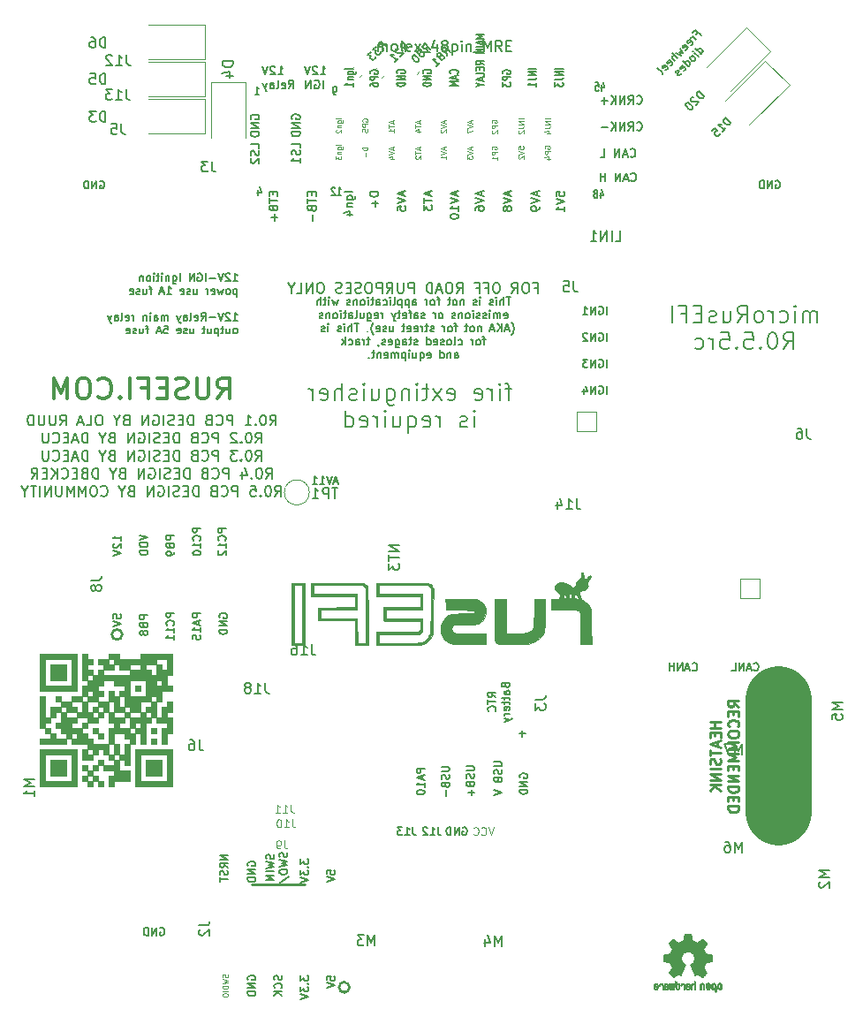
<source format=gbr>
%TF.GenerationSoftware,KiCad,Pcbnew,5.1.5+dfsg1-2build2*%
%TF.CreationDate,2021-11-11T21:07:25+01:00*%
%TF.ProjectId,micro_rusEFI,6d696372-6f5f-4727-9573-4546492e6b69,R0.5.4*%
%TF.SameCoordinates,Original*%
%TF.FileFunction,Legend,Bot*%
%TF.FilePolarity,Positive*%
%FSLAX46Y46*%
G04 Gerber Fmt 4.6, Leading zero omitted, Abs format (unit mm)*
G04 Created by KiCad (PCBNEW 5.1.5+dfsg1-2build2) date 2021-11-11 21:07:25*
%MOMM*%
%LPD*%
G04 APERTURE LIST*
%ADD10C,0.250000*%
%ADD11C,0.130000*%
%ADD12C,0.200000*%
%ADD13C,6.350000*%
%ADD14C,0.300000*%
%ADD15C,0.010000*%
%ADD16C,0.120000*%
%ADD17C,0.254000*%
%ADD18C,0.150000*%
%ADD19C,0.127000*%
%ADD20C,0.101600*%
%ADD21C,0.152400*%
%ADD22C,0.125000*%
G04 APERTURE END LIST*
D10*
X88477380Y-89170285D02*
X87477380Y-89170285D01*
X87953571Y-89170285D02*
X87953571Y-89741714D01*
X88477380Y-89741714D02*
X87477380Y-89741714D01*
X87953571Y-90217904D02*
X87953571Y-90551238D01*
X88477380Y-90694095D02*
X88477380Y-90217904D01*
X87477380Y-90217904D01*
X87477380Y-90694095D01*
X88191666Y-91075047D02*
X88191666Y-91551238D01*
X88477380Y-90979809D02*
X87477380Y-91313142D01*
X88477380Y-91646476D01*
X87477380Y-91836952D02*
X87477380Y-92408380D01*
X88477380Y-92122666D02*
X87477380Y-92122666D01*
X88429761Y-92694095D02*
X88477380Y-92836952D01*
X88477380Y-93075047D01*
X88429761Y-93170285D01*
X88382142Y-93217904D01*
X88286904Y-93265523D01*
X88191666Y-93265523D01*
X88096428Y-93217904D01*
X88048809Y-93170285D01*
X88001190Y-93075047D01*
X87953571Y-92884571D01*
X87905952Y-92789333D01*
X87858333Y-92741714D01*
X87763095Y-92694095D01*
X87667857Y-92694095D01*
X87572619Y-92741714D01*
X87525000Y-92789333D01*
X87477380Y-92884571D01*
X87477380Y-93122666D01*
X87525000Y-93265523D01*
X88477380Y-93694095D02*
X87477380Y-93694095D01*
X88477380Y-94170285D02*
X87477380Y-94170285D01*
X88477380Y-94741714D01*
X87477380Y-94741714D01*
X88477380Y-95217904D02*
X87477380Y-95217904D01*
X88477380Y-95789333D02*
X87905952Y-95360761D01*
X87477380Y-95789333D02*
X88048809Y-95217904D01*
X90227380Y-87717904D02*
X89751190Y-87384571D01*
X90227380Y-87146476D02*
X89227380Y-87146476D01*
X89227380Y-87527428D01*
X89275000Y-87622666D01*
X89322619Y-87670285D01*
X89417857Y-87717904D01*
X89560714Y-87717904D01*
X89655952Y-87670285D01*
X89703571Y-87622666D01*
X89751190Y-87527428D01*
X89751190Y-87146476D01*
X89703571Y-88146476D02*
X89703571Y-88479809D01*
X90227380Y-88622666D02*
X90227380Y-88146476D01*
X89227380Y-88146476D01*
X89227380Y-88622666D01*
X90132142Y-89622666D02*
X90179761Y-89575047D01*
X90227380Y-89432190D01*
X90227380Y-89336952D01*
X90179761Y-89194095D01*
X90084523Y-89098857D01*
X89989285Y-89051238D01*
X89798809Y-89003619D01*
X89655952Y-89003619D01*
X89465476Y-89051238D01*
X89370238Y-89098857D01*
X89275000Y-89194095D01*
X89227380Y-89336952D01*
X89227380Y-89432190D01*
X89275000Y-89575047D01*
X89322619Y-89622666D01*
X89227380Y-90241714D02*
X89227380Y-90432190D01*
X89275000Y-90527428D01*
X89370238Y-90622666D01*
X89560714Y-90670285D01*
X89894047Y-90670285D01*
X90084523Y-90622666D01*
X90179761Y-90527428D01*
X90227380Y-90432190D01*
X90227380Y-90241714D01*
X90179761Y-90146476D01*
X90084523Y-90051238D01*
X89894047Y-90003619D01*
X89560714Y-90003619D01*
X89370238Y-90051238D01*
X89275000Y-90146476D01*
X89227380Y-90241714D01*
X90227380Y-91098857D02*
X89227380Y-91098857D01*
X89941666Y-91432190D01*
X89227380Y-91765523D01*
X90227380Y-91765523D01*
X90227380Y-92241714D02*
X89227380Y-92241714D01*
X89941666Y-92575047D01*
X89227380Y-92908380D01*
X90227380Y-92908380D01*
X89703571Y-93384571D02*
X89703571Y-93717904D01*
X90227380Y-93860761D02*
X90227380Y-93384571D01*
X89227380Y-93384571D01*
X89227380Y-93860761D01*
X90227380Y-94289333D02*
X89227380Y-94289333D01*
X90227380Y-94860761D01*
X89227380Y-94860761D01*
X90227380Y-95336952D02*
X89227380Y-95336952D01*
X89227380Y-95575047D01*
X89275000Y-95717904D01*
X89370238Y-95813142D01*
X89465476Y-95860761D01*
X89655952Y-95908380D01*
X89798809Y-95908380D01*
X89989285Y-95860761D01*
X90084523Y-95813142D01*
X90179761Y-95717904D01*
X90227380Y-95575047D01*
X90227380Y-95336952D01*
X89703571Y-96336952D02*
X89703571Y-96670285D01*
X90227380Y-96813142D02*
X90227380Y-96336952D01*
X89227380Y-96336952D01*
X89227380Y-96813142D01*
X90227380Y-97241714D02*
X89227380Y-97241714D01*
X89227380Y-97479809D01*
X89275000Y-97622666D01*
X89370238Y-97717904D01*
X89465476Y-97765523D01*
X89655952Y-97813142D01*
X89798809Y-97813142D01*
X89989285Y-97765523D01*
X90084523Y-97717904D01*
X90179761Y-97622666D01*
X90227380Y-97479809D01*
X90227380Y-97241714D01*
D11*
X69271800Y-94526171D02*
X69236085Y-94454742D01*
X69236085Y-94347600D01*
X69271800Y-94240457D01*
X69343228Y-94169028D01*
X69414657Y-94133314D01*
X69557514Y-94097600D01*
X69664657Y-94097600D01*
X69807514Y-94133314D01*
X69878942Y-94169028D01*
X69950371Y-94240457D01*
X69986085Y-94347600D01*
X69986085Y-94419028D01*
X69950371Y-94526171D01*
X69914657Y-94561885D01*
X69664657Y-94561885D01*
X69664657Y-94419028D01*
X69986085Y-94883314D02*
X69236085Y-94883314D01*
X69986085Y-95311885D01*
X69236085Y-95311885D01*
X69986085Y-95669028D02*
X69236085Y-95669028D01*
X69236085Y-95847600D01*
X69271800Y-95954742D01*
X69343228Y-96026171D01*
X69414657Y-96061885D01*
X69557514Y-96097600D01*
X69664657Y-96097600D01*
X69807514Y-96061885D01*
X69878942Y-96026171D01*
X69950371Y-95954742D01*
X69986085Y-95847600D01*
X69986085Y-95669028D01*
X66782445Y-93010628D02*
X67389588Y-93010628D01*
X67461017Y-93046342D01*
X67496731Y-93082057D01*
X67532445Y-93153485D01*
X67532445Y-93296342D01*
X67496731Y-93367771D01*
X67461017Y-93403485D01*
X67389588Y-93439200D01*
X66782445Y-93439200D01*
X67496731Y-93760628D02*
X67532445Y-93867771D01*
X67532445Y-94046342D01*
X67496731Y-94117771D01*
X67461017Y-94153485D01*
X67389588Y-94189200D01*
X67318160Y-94189200D01*
X67246731Y-94153485D01*
X67211017Y-94117771D01*
X67175302Y-94046342D01*
X67139588Y-93903485D01*
X67103874Y-93832057D01*
X67068160Y-93796342D01*
X66996731Y-93760628D01*
X66925302Y-93760628D01*
X66853874Y-93796342D01*
X66818160Y-93832057D01*
X66782445Y-93903485D01*
X66782445Y-94082057D01*
X66818160Y-94189200D01*
X67139588Y-94760628D02*
X67175302Y-94867771D01*
X67211017Y-94903485D01*
X67282445Y-94939200D01*
X67389588Y-94939200D01*
X67461017Y-94903485D01*
X67496731Y-94867771D01*
X67532445Y-94796342D01*
X67532445Y-94510628D01*
X66782445Y-94510628D01*
X66782445Y-94760628D01*
X66818160Y-94832057D01*
X66853874Y-94867771D01*
X66925302Y-94903485D01*
X66996731Y-94903485D01*
X67068160Y-94867771D01*
X67103874Y-94832057D01*
X67139588Y-94760628D01*
X67139588Y-94510628D01*
X66782445Y-95724914D02*
X67532445Y-95974914D01*
X66782445Y-96224914D01*
X64135765Y-93412565D02*
X64742908Y-93412565D01*
X64814337Y-93448280D01*
X64850051Y-93483994D01*
X64885765Y-93555422D01*
X64885765Y-93698280D01*
X64850051Y-93769708D01*
X64814337Y-93805422D01*
X64742908Y-93841137D01*
X64135765Y-93841137D01*
X64850051Y-94162565D02*
X64885765Y-94269708D01*
X64885765Y-94448280D01*
X64850051Y-94519708D01*
X64814337Y-94555422D01*
X64742908Y-94591137D01*
X64671480Y-94591137D01*
X64600051Y-94555422D01*
X64564337Y-94519708D01*
X64528622Y-94448280D01*
X64492908Y-94305422D01*
X64457194Y-94233994D01*
X64421480Y-94198280D01*
X64350051Y-94162565D01*
X64278622Y-94162565D01*
X64207194Y-94198280D01*
X64171480Y-94233994D01*
X64135765Y-94305422D01*
X64135765Y-94483994D01*
X64171480Y-94591137D01*
X64492908Y-95162565D02*
X64528622Y-95269708D01*
X64564337Y-95305422D01*
X64635765Y-95341137D01*
X64742908Y-95341137D01*
X64814337Y-95305422D01*
X64850051Y-95269708D01*
X64885765Y-95198280D01*
X64885765Y-94912565D01*
X64135765Y-94912565D01*
X64135765Y-95162565D01*
X64171480Y-95233994D01*
X64207194Y-95269708D01*
X64278622Y-95305422D01*
X64350051Y-95305422D01*
X64421480Y-95269708D01*
X64457194Y-95233994D01*
X64492908Y-95162565D01*
X64492908Y-94912565D01*
X64600051Y-95662565D02*
X64600051Y-96233994D01*
X64885765Y-95948280D02*
X64314337Y-95948280D01*
X61753245Y-93468445D02*
X62360388Y-93468445D01*
X62431817Y-93504160D01*
X62467531Y-93539874D01*
X62503245Y-93611302D01*
X62503245Y-93754160D01*
X62467531Y-93825588D01*
X62431817Y-93861302D01*
X62360388Y-93897017D01*
X61753245Y-93897017D01*
X62467531Y-94218445D02*
X62503245Y-94325588D01*
X62503245Y-94504160D01*
X62467531Y-94575588D01*
X62431817Y-94611302D01*
X62360388Y-94647017D01*
X62288960Y-94647017D01*
X62217531Y-94611302D01*
X62181817Y-94575588D01*
X62146102Y-94504160D01*
X62110388Y-94361302D01*
X62074674Y-94289874D01*
X62038960Y-94254160D01*
X61967531Y-94218445D01*
X61896102Y-94218445D01*
X61824674Y-94254160D01*
X61788960Y-94289874D01*
X61753245Y-94361302D01*
X61753245Y-94539874D01*
X61788960Y-94647017D01*
X62110388Y-95218445D02*
X62146102Y-95325588D01*
X62181817Y-95361302D01*
X62253245Y-95397017D01*
X62360388Y-95397017D01*
X62431817Y-95361302D01*
X62467531Y-95325588D01*
X62503245Y-95254160D01*
X62503245Y-94968445D01*
X61753245Y-94968445D01*
X61753245Y-95218445D01*
X61788960Y-95289874D01*
X61824674Y-95325588D01*
X61896102Y-95361302D01*
X61967531Y-95361302D01*
X62038960Y-95325588D01*
X62074674Y-95289874D01*
X62110388Y-95218445D01*
X62110388Y-94968445D01*
X62217531Y-95718445D02*
X62217531Y-96289874D01*
X60115645Y-93621617D02*
X59365645Y-93621617D01*
X59365645Y-93907331D01*
X59401360Y-93978760D01*
X59437074Y-94014474D01*
X59508502Y-94050188D01*
X59615645Y-94050188D01*
X59687074Y-94014474D01*
X59722788Y-93978760D01*
X59758502Y-93907331D01*
X59758502Y-93621617D01*
X59901360Y-94335902D02*
X59901360Y-94693045D01*
X60115645Y-94264474D02*
X59365645Y-94514474D01*
X60115645Y-94764474D01*
X60115645Y-95407331D02*
X60115645Y-94978760D01*
X60115645Y-95193045D02*
X59365645Y-95193045D01*
X59472788Y-95121617D01*
X59544217Y-95050188D01*
X59579931Y-94978760D01*
X59365645Y-95871617D02*
X59365645Y-95943045D01*
X59401360Y-96014474D01*
X59437074Y-96050188D01*
X59508502Y-96085902D01*
X59651360Y-96121617D01*
X59829931Y-96121617D01*
X59972788Y-96085902D01*
X60044217Y-96050188D01*
X60079931Y-96014474D01*
X60115645Y-95943045D01*
X60115645Y-95871617D01*
X60079931Y-95800188D01*
X60044217Y-95764474D01*
X59972788Y-95728760D01*
X59829931Y-95693045D01*
X59651360Y-95693045D01*
X59508502Y-95728760D01*
X59437074Y-95764474D01*
X59401360Y-95800188D01*
X59365645Y-95871617D01*
X74411533Y-46949780D02*
X74411533Y-47664066D01*
X74459152Y-47806923D01*
X74554390Y-47902161D01*
X74697247Y-47949780D01*
X74792485Y-47949780D01*
X73459152Y-46949780D02*
X73935342Y-46949780D01*
X73982961Y-47425971D01*
X73935342Y-47378352D01*
X73840104Y-47330733D01*
X73602009Y-47330733D01*
X73506771Y-47378352D01*
X73459152Y-47425971D01*
X73411533Y-47521209D01*
X73411533Y-47759304D01*
X73459152Y-47854542D01*
X73506771Y-47902161D01*
X73602009Y-47949780D01*
X73840104Y-47949780D01*
X73935342Y-47902161D01*
X73982961Y-47854542D01*
X51811085Y-66139600D02*
X51453942Y-66139600D01*
X51882514Y-66353885D02*
X51632514Y-65603885D01*
X51382514Y-66353885D01*
X51239657Y-65603885D02*
X50989657Y-66353885D01*
X50739657Y-65603885D01*
X50096800Y-66353885D02*
X50525371Y-66353885D01*
X50311085Y-66353885D02*
X50311085Y-65603885D01*
X50382514Y-65711028D01*
X50453942Y-65782457D01*
X50525371Y-65818171D01*
X49382514Y-66353885D02*
X49811085Y-66353885D01*
X49596800Y-66353885D02*
X49596800Y-65603885D01*
X49668228Y-65711028D01*
X49739657Y-65782457D01*
X49811085Y-65818171D01*
X34771428Y-108925000D02*
X34842857Y-108889285D01*
X34950000Y-108889285D01*
X35057142Y-108925000D01*
X35128571Y-108996428D01*
X35164285Y-109067857D01*
X35200000Y-109210714D01*
X35200000Y-109317857D01*
X35164285Y-109460714D01*
X35128571Y-109532142D01*
X35057142Y-109603571D01*
X34950000Y-109639285D01*
X34878571Y-109639285D01*
X34771428Y-109603571D01*
X34735714Y-109567857D01*
X34735714Y-109317857D01*
X34878571Y-109317857D01*
X34414285Y-109639285D02*
X34414285Y-108889285D01*
X33985714Y-109639285D01*
X33985714Y-108889285D01*
X33628571Y-109639285D02*
X33628571Y-108889285D01*
X33450000Y-108889285D01*
X33342857Y-108925000D01*
X33271428Y-108996428D01*
X33235714Y-109067857D01*
X33200000Y-109210714D01*
X33200000Y-109317857D01*
X33235714Y-109460714D01*
X33271428Y-109532142D01*
X33342857Y-109603571D01*
X33450000Y-109639285D01*
X33628571Y-109639285D01*
X93771428Y-37325000D02*
X93842857Y-37289285D01*
X93950000Y-37289285D01*
X94057142Y-37325000D01*
X94128571Y-37396428D01*
X94164285Y-37467857D01*
X94200000Y-37610714D01*
X94200000Y-37717857D01*
X94164285Y-37860714D01*
X94128571Y-37932142D01*
X94057142Y-38003571D01*
X93950000Y-38039285D01*
X93878571Y-38039285D01*
X93771428Y-38003571D01*
X93735714Y-37967857D01*
X93735714Y-37717857D01*
X93878571Y-37717857D01*
X93414285Y-38039285D02*
X93414285Y-37289285D01*
X92985714Y-38039285D01*
X92985714Y-37289285D01*
X92628571Y-38039285D02*
X92628571Y-37289285D01*
X92450000Y-37289285D01*
X92342857Y-37325000D01*
X92271428Y-37396428D01*
X92235714Y-37467857D01*
X92200000Y-37610714D01*
X92200000Y-37717857D01*
X92235714Y-37860714D01*
X92271428Y-37932142D01*
X92342857Y-38003571D01*
X92450000Y-38039285D01*
X92628571Y-38039285D01*
D12*
X97738333Y-50858809D02*
X97738333Y-49792142D01*
X97738333Y-49944523D02*
X97662142Y-49868333D01*
X97509761Y-49792142D01*
X97281190Y-49792142D01*
X97128809Y-49868333D01*
X97052619Y-50020714D01*
X97052619Y-50858809D01*
X97052619Y-50020714D02*
X96976428Y-49868333D01*
X96824047Y-49792142D01*
X96595476Y-49792142D01*
X96443095Y-49868333D01*
X96366904Y-50020714D01*
X96366904Y-50858809D01*
X95605000Y-50858809D02*
X95605000Y-49792142D01*
X95605000Y-49258809D02*
X95681190Y-49335000D01*
X95605000Y-49411190D01*
X95528809Y-49335000D01*
X95605000Y-49258809D01*
X95605000Y-49411190D01*
X94157380Y-50782619D02*
X94309761Y-50858809D01*
X94614523Y-50858809D01*
X94766904Y-50782619D01*
X94843095Y-50706428D01*
X94919285Y-50554047D01*
X94919285Y-50096904D01*
X94843095Y-49944523D01*
X94766904Y-49868333D01*
X94614523Y-49792142D01*
X94309761Y-49792142D01*
X94157380Y-49868333D01*
X93471666Y-50858809D02*
X93471666Y-49792142D01*
X93471666Y-50096904D02*
X93395476Y-49944523D01*
X93319285Y-49868333D01*
X93166904Y-49792142D01*
X93014523Y-49792142D01*
X92252619Y-50858809D02*
X92405000Y-50782619D01*
X92481190Y-50706428D01*
X92557380Y-50554047D01*
X92557380Y-50096904D01*
X92481190Y-49944523D01*
X92405000Y-49868333D01*
X92252619Y-49792142D01*
X92024047Y-49792142D01*
X91871666Y-49868333D01*
X91795476Y-49944523D01*
X91719285Y-50096904D01*
X91719285Y-50554047D01*
X91795476Y-50706428D01*
X91871666Y-50782619D01*
X92024047Y-50858809D01*
X92252619Y-50858809D01*
X90119285Y-50858809D02*
X90652619Y-50096904D01*
X91033571Y-50858809D02*
X91033571Y-49258809D01*
X90424047Y-49258809D01*
X90271666Y-49335000D01*
X90195476Y-49411190D01*
X90119285Y-49563571D01*
X90119285Y-49792142D01*
X90195476Y-49944523D01*
X90271666Y-50020714D01*
X90424047Y-50096904D01*
X91033571Y-50096904D01*
X88747857Y-49792142D02*
X88747857Y-50858809D01*
X89433571Y-49792142D02*
X89433571Y-50630238D01*
X89357380Y-50782619D01*
X89205000Y-50858809D01*
X88976428Y-50858809D01*
X88824047Y-50782619D01*
X88747857Y-50706428D01*
X88062142Y-50782619D02*
X87909761Y-50858809D01*
X87605000Y-50858809D01*
X87452619Y-50782619D01*
X87376428Y-50630238D01*
X87376428Y-50554047D01*
X87452619Y-50401666D01*
X87605000Y-50325476D01*
X87833571Y-50325476D01*
X87985952Y-50249285D01*
X88062142Y-50096904D01*
X88062142Y-50020714D01*
X87985952Y-49868333D01*
X87833571Y-49792142D01*
X87605000Y-49792142D01*
X87452619Y-49868333D01*
X86690714Y-50020714D02*
X86157380Y-50020714D01*
X85928809Y-50858809D02*
X86690714Y-50858809D01*
X86690714Y-49258809D01*
X85928809Y-49258809D01*
X84709761Y-50020714D02*
X85243095Y-50020714D01*
X85243095Y-50858809D02*
X85243095Y-49258809D01*
X84481190Y-49258809D01*
X83871666Y-50858809D02*
X83871666Y-49258809D01*
X94538333Y-53458809D02*
X95071666Y-52696904D01*
X95452619Y-53458809D02*
X95452619Y-51858809D01*
X94843095Y-51858809D01*
X94690714Y-51935000D01*
X94614523Y-52011190D01*
X94538333Y-52163571D01*
X94538333Y-52392142D01*
X94614523Y-52544523D01*
X94690714Y-52620714D01*
X94843095Y-52696904D01*
X95452619Y-52696904D01*
X93547857Y-51858809D02*
X93395476Y-51858809D01*
X93243095Y-51935000D01*
X93166904Y-52011190D01*
X93090714Y-52163571D01*
X93014523Y-52468333D01*
X93014523Y-52849285D01*
X93090714Y-53154047D01*
X93166904Y-53306428D01*
X93243095Y-53382619D01*
X93395476Y-53458809D01*
X93547857Y-53458809D01*
X93700238Y-53382619D01*
X93776428Y-53306428D01*
X93852619Y-53154047D01*
X93928809Y-52849285D01*
X93928809Y-52468333D01*
X93852619Y-52163571D01*
X93776428Y-52011190D01*
X93700238Y-51935000D01*
X93547857Y-51858809D01*
X92328809Y-53306428D02*
X92252619Y-53382619D01*
X92328809Y-53458809D01*
X92405000Y-53382619D01*
X92328809Y-53306428D01*
X92328809Y-53458809D01*
X90805000Y-51858809D02*
X91566904Y-51858809D01*
X91643095Y-52620714D01*
X91566904Y-52544523D01*
X91414523Y-52468333D01*
X91033571Y-52468333D01*
X90881190Y-52544523D01*
X90805000Y-52620714D01*
X90728809Y-52773095D01*
X90728809Y-53154047D01*
X90805000Y-53306428D01*
X90881190Y-53382619D01*
X91033571Y-53458809D01*
X91414523Y-53458809D01*
X91566904Y-53382619D01*
X91643095Y-53306428D01*
X90043095Y-53306428D02*
X89966904Y-53382619D01*
X90043095Y-53458809D01*
X90119285Y-53382619D01*
X90043095Y-53306428D01*
X90043095Y-53458809D01*
X88519285Y-51858809D02*
X89281190Y-51858809D01*
X89357380Y-52620714D01*
X89281190Y-52544523D01*
X89128809Y-52468333D01*
X88747857Y-52468333D01*
X88595476Y-52544523D01*
X88519285Y-52620714D01*
X88443095Y-52773095D01*
X88443095Y-53154047D01*
X88519285Y-53306428D01*
X88595476Y-53382619D01*
X88747857Y-53458809D01*
X89128809Y-53458809D01*
X89281190Y-53382619D01*
X89357380Y-53306428D01*
X87757380Y-53458809D02*
X87757380Y-52392142D01*
X87757380Y-52696904D02*
X87681190Y-52544523D01*
X87605000Y-52468333D01*
X87452619Y-52392142D01*
X87300238Y-52392142D01*
X86081190Y-53382619D02*
X86233571Y-53458809D01*
X86538333Y-53458809D01*
X86690714Y-53382619D01*
X86766904Y-53306428D01*
X86843095Y-53154047D01*
X86843095Y-52696904D01*
X86766904Y-52544523D01*
X86690714Y-52468333D01*
X86538333Y-52392142D01*
X86233571Y-52392142D01*
X86081190Y-52468333D01*
D11*
X77579000Y-50123285D02*
X77579000Y-49373285D01*
X76829000Y-49409000D02*
X76900428Y-49373285D01*
X77007571Y-49373285D01*
X77114714Y-49409000D01*
X77186142Y-49480428D01*
X77221857Y-49551857D01*
X77257571Y-49694714D01*
X77257571Y-49801857D01*
X77221857Y-49944714D01*
X77186142Y-50016142D01*
X77114714Y-50087571D01*
X77007571Y-50123285D01*
X76936142Y-50123285D01*
X76829000Y-50087571D01*
X76793285Y-50051857D01*
X76793285Y-49801857D01*
X76936142Y-49801857D01*
X76471857Y-50123285D02*
X76471857Y-49373285D01*
X76043285Y-50123285D01*
X76043285Y-49373285D01*
X75293285Y-50123285D02*
X75721857Y-50123285D01*
X75507571Y-50123285D02*
X75507571Y-49373285D01*
X75579000Y-49480428D01*
X75650428Y-49551857D01*
X75721857Y-49587571D01*
X77579000Y-52663285D02*
X77579000Y-51913285D01*
X76829000Y-51949000D02*
X76900428Y-51913285D01*
X77007571Y-51913285D01*
X77114714Y-51949000D01*
X77186142Y-52020428D01*
X77221857Y-52091857D01*
X77257571Y-52234714D01*
X77257571Y-52341857D01*
X77221857Y-52484714D01*
X77186142Y-52556142D01*
X77114714Y-52627571D01*
X77007571Y-52663285D01*
X76936142Y-52663285D01*
X76829000Y-52627571D01*
X76793285Y-52591857D01*
X76793285Y-52341857D01*
X76936142Y-52341857D01*
X76471857Y-52663285D02*
X76471857Y-51913285D01*
X76043285Y-52663285D01*
X76043285Y-51913285D01*
X75721857Y-51984714D02*
X75686142Y-51949000D01*
X75614714Y-51913285D01*
X75436142Y-51913285D01*
X75364714Y-51949000D01*
X75329000Y-51984714D01*
X75293285Y-52056142D01*
X75293285Y-52127571D01*
X75329000Y-52234714D01*
X75757571Y-52663285D01*
X75293285Y-52663285D01*
X77579000Y-55203285D02*
X77579000Y-54453285D01*
X76829000Y-54489000D02*
X76900428Y-54453285D01*
X77007571Y-54453285D01*
X77114714Y-54489000D01*
X77186142Y-54560428D01*
X77221857Y-54631857D01*
X77257571Y-54774714D01*
X77257571Y-54881857D01*
X77221857Y-55024714D01*
X77186142Y-55096142D01*
X77114714Y-55167571D01*
X77007571Y-55203285D01*
X76936142Y-55203285D01*
X76829000Y-55167571D01*
X76793285Y-55131857D01*
X76793285Y-54881857D01*
X76936142Y-54881857D01*
X76471857Y-55203285D02*
X76471857Y-54453285D01*
X76043285Y-55203285D01*
X76043285Y-54453285D01*
X75757571Y-54453285D02*
X75293285Y-54453285D01*
X75543285Y-54739000D01*
X75436142Y-54739000D01*
X75364714Y-54774714D01*
X75329000Y-54810428D01*
X75293285Y-54881857D01*
X75293285Y-55060428D01*
X75329000Y-55131857D01*
X75364714Y-55167571D01*
X75436142Y-55203285D01*
X75650428Y-55203285D01*
X75721857Y-55167571D01*
X75757571Y-55131857D01*
X77579000Y-57743285D02*
X77579000Y-56993285D01*
X76829000Y-57029000D02*
X76900428Y-56993285D01*
X77007571Y-56993285D01*
X77114714Y-57029000D01*
X77186142Y-57100428D01*
X77221857Y-57171857D01*
X77257571Y-57314714D01*
X77257571Y-57421857D01*
X77221857Y-57564714D01*
X77186142Y-57636142D01*
X77114714Y-57707571D01*
X77007571Y-57743285D01*
X76936142Y-57743285D01*
X76829000Y-57707571D01*
X76793285Y-57671857D01*
X76793285Y-57421857D01*
X76936142Y-57421857D01*
X76471857Y-57743285D02*
X76471857Y-56993285D01*
X76043285Y-57743285D01*
X76043285Y-56993285D01*
X75364714Y-57243285D02*
X75364714Y-57743285D01*
X75543285Y-56957571D02*
X75721857Y-57493285D01*
X75257571Y-57493285D01*
X86172534Y-23264284D02*
X86349310Y-23087507D01*
X86627102Y-23365299D02*
X86096772Y-22834969D01*
X85844234Y-23087507D01*
X86172534Y-23819868D02*
X85818980Y-23466314D01*
X85919995Y-23567330D02*
X85844234Y-23542076D01*
X85793726Y-23542076D01*
X85717965Y-23567330D01*
X85667457Y-23617837D01*
X85616950Y-24324944D02*
X85692711Y-24299690D01*
X85793726Y-24198675D01*
X85818980Y-24122914D01*
X85793726Y-24047152D01*
X85591696Y-23845122D01*
X85515934Y-23819868D01*
X85440173Y-23845122D01*
X85339158Y-23946137D01*
X85313904Y-24021898D01*
X85339158Y-24097660D01*
X85389665Y-24148167D01*
X85692711Y-23946137D01*
X85162381Y-24779513D02*
X85238142Y-24754259D01*
X85339158Y-24653244D01*
X85364412Y-24577482D01*
X85339158Y-24501721D01*
X85137127Y-24299690D01*
X85061366Y-24274437D01*
X84985604Y-24299690D01*
X84884589Y-24400706D01*
X84859335Y-24476467D01*
X84884589Y-24552228D01*
X84935097Y-24602736D01*
X85238142Y-24400706D01*
X84632051Y-24653244D02*
X84884589Y-25107812D01*
X84531036Y-24956290D01*
X84682559Y-25309843D01*
X84227990Y-25057305D01*
X84379513Y-25612889D02*
X83849183Y-25082559D01*
X84152228Y-25840173D02*
X83874437Y-25562381D01*
X83849183Y-25486620D01*
X83874437Y-25410858D01*
X83950198Y-25335097D01*
X84025959Y-25309843D01*
X84076467Y-25309843D01*
X83672406Y-26269488D02*
X83748167Y-26244234D01*
X83849183Y-26143219D01*
X83874437Y-26067457D01*
X83849183Y-25991696D01*
X83647152Y-25789665D01*
X83571391Y-25764412D01*
X83495629Y-25789665D01*
X83394614Y-25890681D01*
X83369360Y-25966442D01*
X83394614Y-26042203D01*
X83445122Y-26092711D01*
X83748167Y-25890681D01*
X83217837Y-26724056D02*
X83293599Y-26698803D01*
X83394614Y-26597787D01*
X83419868Y-26522026D01*
X83394614Y-26446265D01*
X83192584Y-26244234D01*
X83116822Y-26218980D01*
X83041061Y-26244234D01*
X82940045Y-26345249D01*
X82914792Y-26421011D01*
X82940045Y-26496772D01*
X82990553Y-26547280D01*
X83293599Y-26345249D01*
X82914792Y-27077610D02*
X82940045Y-27001848D01*
X82914792Y-26926087D01*
X82460223Y-26471518D01*
X86618011Y-25149229D02*
X86087681Y-24618899D01*
X86592757Y-25123975D02*
X86668518Y-25098721D01*
X86769534Y-24997706D01*
X86794788Y-24921944D01*
X86794788Y-24871437D01*
X86769534Y-24795675D01*
X86618011Y-24644152D01*
X86542249Y-24618899D01*
X86491742Y-24618899D01*
X86415980Y-24644152D01*
X86314965Y-24745168D01*
X86289711Y-24820929D01*
X86365473Y-25401767D02*
X86011919Y-25048213D01*
X85835143Y-24871437D02*
X85885650Y-24871437D01*
X85885650Y-24921944D01*
X85835143Y-24921944D01*
X85835143Y-24871437D01*
X85885650Y-24921944D01*
X86037173Y-25730066D02*
X86062427Y-25654305D01*
X86062427Y-25603797D01*
X86037173Y-25528036D01*
X85885650Y-25376513D01*
X85809889Y-25351259D01*
X85759381Y-25351259D01*
X85683620Y-25376513D01*
X85607858Y-25452274D01*
X85582604Y-25528036D01*
X85582604Y-25578543D01*
X85607858Y-25654305D01*
X85759381Y-25805828D01*
X85835143Y-25831082D01*
X85885650Y-25831082D01*
X85961412Y-25805828D01*
X86037173Y-25730066D01*
X85405828Y-26361412D02*
X84875498Y-25831082D01*
X85380574Y-26336158D02*
X85456335Y-26310904D01*
X85557351Y-26209889D01*
X85582604Y-26134127D01*
X85582604Y-26083620D01*
X85557351Y-26007858D01*
X85405828Y-25856335D01*
X85330066Y-25831082D01*
X85279559Y-25831082D01*
X85203797Y-25856335D01*
X85102782Y-25957351D01*
X85077528Y-26033112D01*
X84926005Y-26790727D02*
X85001767Y-26765473D01*
X85102782Y-26664457D01*
X85128036Y-26588696D01*
X85102782Y-26512935D01*
X84900752Y-26310904D01*
X84824990Y-26285650D01*
X84749229Y-26310904D01*
X84648213Y-26411919D01*
X84622960Y-26487681D01*
X84648213Y-26563442D01*
X84698721Y-26613950D01*
X85001767Y-26411919D01*
X84698721Y-27018011D02*
X84673467Y-27093772D01*
X84572452Y-27194788D01*
X84496690Y-27220041D01*
X84420929Y-27194788D01*
X84395675Y-27169534D01*
X84370421Y-27093772D01*
X84395675Y-27018011D01*
X84471437Y-26942249D01*
X84496690Y-26866488D01*
X84471437Y-26790727D01*
X84446183Y-26765473D01*
X84370421Y-26740219D01*
X84294660Y-26765473D01*
X84218899Y-26841234D01*
X84193645Y-26916996D01*
X29019428Y-37344000D02*
X29090857Y-37308285D01*
X29198000Y-37308285D01*
X29305142Y-37344000D01*
X29376571Y-37415428D01*
X29412285Y-37486857D01*
X29448000Y-37629714D01*
X29448000Y-37736857D01*
X29412285Y-37879714D01*
X29376571Y-37951142D01*
X29305142Y-38022571D01*
X29198000Y-38058285D01*
X29126571Y-38058285D01*
X29019428Y-38022571D01*
X28983714Y-37986857D01*
X28983714Y-37736857D01*
X29126571Y-37736857D01*
X28662285Y-38058285D02*
X28662285Y-37308285D01*
X28233714Y-38058285D01*
X28233714Y-37308285D01*
X27876571Y-38058285D02*
X27876571Y-37308285D01*
X27698000Y-37308285D01*
X27590857Y-37344000D01*
X27519428Y-37415428D01*
X27483714Y-37486857D01*
X27448000Y-37629714D01*
X27448000Y-37736857D01*
X27483714Y-37879714D01*
X27519428Y-37951142D01*
X27590857Y-38022571D01*
X27698000Y-38058285D01*
X27876571Y-38058285D01*
X41744071Y-46929285D02*
X42172642Y-46929285D01*
X41958357Y-46929285D02*
X41958357Y-46179285D01*
X42029785Y-46286428D01*
X42101214Y-46357857D01*
X42172642Y-46393571D01*
X41458357Y-46250714D02*
X41422642Y-46215000D01*
X41351214Y-46179285D01*
X41172642Y-46179285D01*
X41101214Y-46215000D01*
X41065500Y-46250714D01*
X41029785Y-46322142D01*
X41029785Y-46393571D01*
X41065500Y-46500714D01*
X41494071Y-46929285D01*
X41029785Y-46929285D01*
X40815500Y-46179285D02*
X40565500Y-46929285D01*
X40315500Y-46179285D01*
X40065500Y-46643571D02*
X39494071Y-46643571D01*
X39136928Y-46929285D02*
X39136928Y-46179285D01*
X38386928Y-46215000D02*
X38458357Y-46179285D01*
X38565500Y-46179285D01*
X38672642Y-46215000D01*
X38744071Y-46286428D01*
X38779785Y-46357857D01*
X38815500Y-46500714D01*
X38815500Y-46607857D01*
X38779785Y-46750714D01*
X38744071Y-46822142D01*
X38672642Y-46893571D01*
X38565500Y-46929285D01*
X38494071Y-46929285D01*
X38386928Y-46893571D01*
X38351214Y-46857857D01*
X38351214Y-46607857D01*
X38494071Y-46607857D01*
X38029785Y-46929285D02*
X38029785Y-46179285D01*
X37601214Y-46929285D01*
X37601214Y-46179285D01*
X36672642Y-46929285D02*
X36672642Y-46179285D01*
X35994071Y-46429285D02*
X35994071Y-47036428D01*
X36029785Y-47107857D01*
X36065500Y-47143571D01*
X36136928Y-47179285D01*
X36244071Y-47179285D01*
X36315500Y-47143571D01*
X35994071Y-46893571D02*
X36065500Y-46929285D01*
X36208357Y-46929285D01*
X36279785Y-46893571D01*
X36315500Y-46857857D01*
X36351214Y-46786428D01*
X36351214Y-46572142D01*
X36315500Y-46500714D01*
X36279785Y-46465000D01*
X36208357Y-46429285D01*
X36065500Y-46429285D01*
X35994071Y-46465000D01*
X35636928Y-46429285D02*
X35636928Y-46929285D01*
X35636928Y-46500714D02*
X35601214Y-46465000D01*
X35529785Y-46429285D01*
X35422642Y-46429285D01*
X35351214Y-46465000D01*
X35315500Y-46536428D01*
X35315500Y-46929285D01*
X34958357Y-46929285D02*
X34958357Y-46429285D01*
X34958357Y-46179285D02*
X34994071Y-46215000D01*
X34958357Y-46250714D01*
X34922642Y-46215000D01*
X34958357Y-46179285D01*
X34958357Y-46250714D01*
X34708357Y-46429285D02*
X34422642Y-46429285D01*
X34601214Y-46179285D02*
X34601214Y-46822142D01*
X34565500Y-46893571D01*
X34494071Y-46929285D01*
X34422642Y-46929285D01*
X34172642Y-46929285D02*
X34172642Y-46429285D01*
X34172642Y-46179285D02*
X34208357Y-46215000D01*
X34172642Y-46250714D01*
X34136928Y-46215000D01*
X34172642Y-46179285D01*
X34172642Y-46250714D01*
X33708357Y-46929285D02*
X33779785Y-46893571D01*
X33815500Y-46857857D01*
X33851214Y-46786428D01*
X33851214Y-46572142D01*
X33815500Y-46500714D01*
X33779785Y-46465000D01*
X33708357Y-46429285D01*
X33601214Y-46429285D01*
X33529785Y-46465000D01*
X33494071Y-46500714D01*
X33458357Y-46572142D01*
X33458357Y-46786428D01*
X33494071Y-46857857D01*
X33529785Y-46893571D01*
X33601214Y-46929285D01*
X33708357Y-46929285D01*
X33136928Y-46429285D02*
X33136928Y-46929285D01*
X33136928Y-46500714D02*
X33101214Y-46465000D01*
X33029785Y-46429285D01*
X32922642Y-46429285D01*
X32851214Y-46465000D01*
X32815500Y-46536428D01*
X32815500Y-46929285D01*
X42136928Y-47684285D02*
X42136928Y-48434285D01*
X42136928Y-47720000D02*
X42065500Y-47684285D01*
X41922642Y-47684285D01*
X41851214Y-47720000D01*
X41815500Y-47755714D01*
X41779785Y-47827142D01*
X41779785Y-48041428D01*
X41815500Y-48112857D01*
X41851214Y-48148571D01*
X41922642Y-48184285D01*
X42065500Y-48184285D01*
X42136928Y-48148571D01*
X41351214Y-48184285D02*
X41422642Y-48148571D01*
X41458357Y-48112857D01*
X41494071Y-48041428D01*
X41494071Y-47827142D01*
X41458357Y-47755714D01*
X41422642Y-47720000D01*
X41351214Y-47684285D01*
X41244071Y-47684285D01*
X41172642Y-47720000D01*
X41136928Y-47755714D01*
X41101214Y-47827142D01*
X41101214Y-48041428D01*
X41136928Y-48112857D01*
X41172642Y-48148571D01*
X41244071Y-48184285D01*
X41351214Y-48184285D01*
X40851214Y-47684285D02*
X40708357Y-48184285D01*
X40565500Y-47827142D01*
X40422642Y-48184285D01*
X40279785Y-47684285D01*
X39708357Y-48148571D02*
X39779785Y-48184285D01*
X39922642Y-48184285D01*
X39994071Y-48148571D01*
X40029785Y-48077142D01*
X40029785Y-47791428D01*
X39994071Y-47720000D01*
X39922642Y-47684285D01*
X39779785Y-47684285D01*
X39708357Y-47720000D01*
X39672642Y-47791428D01*
X39672642Y-47862857D01*
X40029785Y-47934285D01*
X39351214Y-48184285D02*
X39351214Y-47684285D01*
X39351214Y-47827142D02*
X39315500Y-47755714D01*
X39279785Y-47720000D01*
X39208357Y-47684285D01*
X39136928Y-47684285D01*
X37994071Y-47684285D02*
X37994071Y-48184285D01*
X38315500Y-47684285D02*
X38315500Y-48077142D01*
X38279785Y-48148571D01*
X38208357Y-48184285D01*
X38101214Y-48184285D01*
X38029785Y-48148571D01*
X37994071Y-48112857D01*
X37672642Y-48148571D02*
X37601214Y-48184285D01*
X37458357Y-48184285D01*
X37386928Y-48148571D01*
X37351214Y-48077142D01*
X37351214Y-48041428D01*
X37386928Y-47970000D01*
X37458357Y-47934285D01*
X37565500Y-47934285D01*
X37636928Y-47898571D01*
X37672642Y-47827142D01*
X37672642Y-47791428D01*
X37636928Y-47720000D01*
X37565500Y-47684285D01*
X37458357Y-47684285D01*
X37386928Y-47720000D01*
X36744071Y-48148571D02*
X36815500Y-48184285D01*
X36958357Y-48184285D01*
X37029785Y-48148571D01*
X37065500Y-48077142D01*
X37065500Y-47791428D01*
X37029785Y-47720000D01*
X36958357Y-47684285D01*
X36815500Y-47684285D01*
X36744071Y-47720000D01*
X36708357Y-47791428D01*
X36708357Y-47862857D01*
X37065500Y-47934285D01*
X35422642Y-48184285D02*
X35851214Y-48184285D01*
X35636928Y-48184285D02*
X35636928Y-47434285D01*
X35708357Y-47541428D01*
X35779785Y-47612857D01*
X35851214Y-47648571D01*
X35136928Y-47970000D02*
X34779785Y-47970000D01*
X35208357Y-48184285D02*
X34958357Y-47434285D01*
X34708357Y-48184285D01*
X33994071Y-47684285D02*
X33708357Y-47684285D01*
X33886928Y-48184285D02*
X33886928Y-47541428D01*
X33851214Y-47470000D01*
X33779785Y-47434285D01*
X33708357Y-47434285D01*
X33136928Y-47684285D02*
X33136928Y-48184285D01*
X33458357Y-47684285D02*
X33458357Y-48077142D01*
X33422642Y-48148571D01*
X33351214Y-48184285D01*
X33244071Y-48184285D01*
X33172642Y-48148571D01*
X33136928Y-48112857D01*
X32815500Y-48148571D02*
X32744071Y-48184285D01*
X32601214Y-48184285D01*
X32529785Y-48148571D01*
X32494071Y-48077142D01*
X32494071Y-48041428D01*
X32529785Y-47970000D01*
X32601214Y-47934285D01*
X32708357Y-47934285D01*
X32779785Y-47898571D01*
X32815500Y-47827142D01*
X32815500Y-47791428D01*
X32779785Y-47720000D01*
X32708357Y-47684285D01*
X32601214Y-47684285D01*
X32529785Y-47720000D01*
X31886928Y-48148571D02*
X31958357Y-48184285D01*
X32101214Y-48184285D01*
X32172642Y-48148571D01*
X32208357Y-48077142D01*
X32208357Y-47791428D01*
X32172642Y-47720000D01*
X32101214Y-47684285D01*
X31958357Y-47684285D01*
X31886928Y-47720000D01*
X31851214Y-47791428D01*
X31851214Y-47862857D01*
X32208357Y-47934285D01*
X41744071Y-50694285D02*
X42172642Y-50694285D01*
X41958357Y-50694285D02*
X41958357Y-49944285D01*
X42029785Y-50051428D01*
X42101214Y-50122857D01*
X42172642Y-50158571D01*
X41458357Y-50015714D02*
X41422642Y-49980000D01*
X41351214Y-49944285D01*
X41172642Y-49944285D01*
X41101214Y-49980000D01*
X41065500Y-50015714D01*
X41029785Y-50087142D01*
X41029785Y-50158571D01*
X41065500Y-50265714D01*
X41494071Y-50694285D01*
X41029785Y-50694285D01*
X40815500Y-49944285D02*
X40565500Y-50694285D01*
X40315500Y-49944285D01*
X40065500Y-50408571D02*
X39494071Y-50408571D01*
X38708357Y-50694285D02*
X38958357Y-50337142D01*
X39136928Y-50694285D02*
X39136928Y-49944285D01*
X38851214Y-49944285D01*
X38779785Y-49980000D01*
X38744071Y-50015714D01*
X38708357Y-50087142D01*
X38708357Y-50194285D01*
X38744071Y-50265714D01*
X38779785Y-50301428D01*
X38851214Y-50337142D01*
X39136928Y-50337142D01*
X38101214Y-50658571D02*
X38172642Y-50694285D01*
X38315500Y-50694285D01*
X38386928Y-50658571D01*
X38422642Y-50587142D01*
X38422642Y-50301428D01*
X38386928Y-50230000D01*
X38315500Y-50194285D01*
X38172642Y-50194285D01*
X38101214Y-50230000D01*
X38065500Y-50301428D01*
X38065500Y-50372857D01*
X38422642Y-50444285D01*
X37636928Y-50694285D02*
X37708357Y-50658571D01*
X37744071Y-50587142D01*
X37744071Y-49944285D01*
X37029785Y-50694285D02*
X37029785Y-50301428D01*
X37065500Y-50230000D01*
X37136928Y-50194285D01*
X37279785Y-50194285D01*
X37351214Y-50230000D01*
X37029785Y-50658571D02*
X37101214Y-50694285D01*
X37279785Y-50694285D01*
X37351214Y-50658571D01*
X37386928Y-50587142D01*
X37386928Y-50515714D01*
X37351214Y-50444285D01*
X37279785Y-50408571D01*
X37101214Y-50408571D01*
X37029785Y-50372857D01*
X36744071Y-50194285D02*
X36565500Y-50694285D01*
X36386928Y-50194285D02*
X36565500Y-50694285D01*
X36636928Y-50872857D01*
X36672642Y-50908571D01*
X36744071Y-50944285D01*
X35529785Y-50694285D02*
X35529785Y-50194285D01*
X35529785Y-50265714D02*
X35494071Y-50230000D01*
X35422642Y-50194285D01*
X35315500Y-50194285D01*
X35244071Y-50230000D01*
X35208357Y-50301428D01*
X35208357Y-50694285D01*
X35208357Y-50301428D02*
X35172642Y-50230000D01*
X35101214Y-50194285D01*
X34994071Y-50194285D01*
X34922642Y-50230000D01*
X34886928Y-50301428D01*
X34886928Y-50694285D01*
X34208357Y-50694285D02*
X34208357Y-50301428D01*
X34244071Y-50230000D01*
X34315500Y-50194285D01*
X34458357Y-50194285D01*
X34529785Y-50230000D01*
X34208357Y-50658571D02*
X34279785Y-50694285D01*
X34458357Y-50694285D01*
X34529785Y-50658571D01*
X34565500Y-50587142D01*
X34565500Y-50515714D01*
X34529785Y-50444285D01*
X34458357Y-50408571D01*
X34279785Y-50408571D01*
X34208357Y-50372857D01*
X33851214Y-50694285D02*
X33851214Y-50194285D01*
X33851214Y-49944285D02*
X33886928Y-49980000D01*
X33851214Y-50015714D01*
X33815500Y-49980000D01*
X33851214Y-49944285D01*
X33851214Y-50015714D01*
X33494071Y-50194285D02*
X33494071Y-50694285D01*
X33494071Y-50265714D02*
X33458357Y-50230000D01*
X33386928Y-50194285D01*
X33279785Y-50194285D01*
X33208357Y-50230000D01*
X33172642Y-50301428D01*
X33172642Y-50694285D01*
X32244071Y-50694285D02*
X32244071Y-50194285D01*
X32244071Y-50337142D02*
X32208357Y-50265714D01*
X32172642Y-50230000D01*
X32101214Y-50194285D01*
X32029785Y-50194285D01*
X31494071Y-50658571D02*
X31565500Y-50694285D01*
X31708357Y-50694285D01*
X31779785Y-50658571D01*
X31815500Y-50587142D01*
X31815500Y-50301428D01*
X31779785Y-50230000D01*
X31708357Y-50194285D01*
X31565500Y-50194285D01*
X31494071Y-50230000D01*
X31458357Y-50301428D01*
X31458357Y-50372857D01*
X31815500Y-50444285D01*
X31029785Y-50694285D02*
X31101214Y-50658571D01*
X31136928Y-50587142D01*
X31136928Y-49944285D01*
X30422642Y-50694285D02*
X30422642Y-50301428D01*
X30458357Y-50230000D01*
X30529785Y-50194285D01*
X30672642Y-50194285D01*
X30744071Y-50230000D01*
X30422642Y-50658571D02*
X30494071Y-50694285D01*
X30672642Y-50694285D01*
X30744071Y-50658571D01*
X30779785Y-50587142D01*
X30779785Y-50515714D01*
X30744071Y-50444285D01*
X30672642Y-50408571D01*
X30494071Y-50408571D01*
X30422642Y-50372857D01*
X30136928Y-50194285D02*
X29958357Y-50694285D01*
X29779785Y-50194285D02*
X29958357Y-50694285D01*
X30029785Y-50872857D01*
X30065500Y-50908571D01*
X30136928Y-50944285D01*
X42029785Y-51949285D02*
X42101214Y-51913571D01*
X42136928Y-51877857D01*
X42172642Y-51806428D01*
X42172642Y-51592142D01*
X42136928Y-51520714D01*
X42101214Y-51485000D01*
X42029785Y-51449285D01*
X41922642Y-51449285D01*
X41851214Y-51485000D01*
X41815500Y-51520714D01*
X41779785Y-51592142D01*
X41779785Y-51806428D01*
X41815500Y-51877857D01*
X41851214Y-51913571D01*
X41922642Y-51949285D01*
X42029785Y-51949285D01*
X41136928Y-51449285D02*
X41136928Y-51949285D01*
X41458357Y-51449285D02*
X41458357Y-51842142D01*
X41422642Y-51913571D01*
X41351214Y-51949285D01*
X41244071Y-51949285D01*
X41172642Y-51913571D01*
X41136928Y-51877857D01*
X40886928Y-51449285D02*
X40601214Y-51449285D01*
X40779785Y-51199285D02*
X40779785Y-51842142D01*
X40744071Y-51913571D01*
X40672642Y-51949285D01*
X40601214Y-51949285D01*
X40351214Y-51449285D02*
X40351214Y-52199285D01*
X40351214Y-51485000D02*
X40279785Y-51449285D01*
X40136928Y-51449285D01*
X40065500Y-51485000D01*
X40029785Y-51520714D01*
X39994071Y-51592142D01*
X39994071Y-51806428D01*
X40029785Y-51877857D01*
X40065500Y-51913571D01*
X40136928Y-51949285D01*
X40279785Y-51949285D01*
X40351214Y-51913571D01*
X39351214Y-51449285D02*
X39351214Y-51949285D01*
X39672642Y-51449285D02*
X39672642Y-51842142D01*
X39636928Y-51913571D01*
X39565500Y-51949285D01*
X39458357Y-51949285D01*
X39386928Y-51913571D01*
X39351214Y-51877857D01*
X39101214Y-51449285D02*
X38815500Y-51449285D01*
X38994071Y-51199285D02*
X38994071Y-51842142D01*
X38958357Y-51913571D01*
X38886928Y-51949285D01*
X38815500Y-51949285D01*
X37672642Y-51449285D02*
X37672642Y-51949285D01*
X37994071Y-51449285D02*
X37994071Y-51842142D01*
X37958357Y-51913571D01*
X37886928Y-51949285D01*
X37779785Y-51949285D01*
X37708357Y-51913571D01*
X37672642Y-51877857D01*
X37351214Y-51913571D02*
X37279785Y-51949285D01*
X37136928Y-51949285D01*
X37065500Y-51913571D01*
X37029785Y-51842142D01*
X37029785Y-51806428D01*
X37065500Y-51735000D01*
X37136928Y-51699285D01*
X37244071Y-51699285D01*
X37315500Y-51663571D01*
X37351214Y-51592142D01*
X37351214Y-51556428D01*
X37315500Y-51485000D01*
X37244071Y-51449285D01*
X37136928Y-51449285D01*
X37065500Y-51485000D01*
X36422642Y-51913571D02*
X36494071Y-51949285D01*
X36636928Y-51949285D01*
X36708357Y-51913571D01*
X36744071Y-51842142D01*
X36744071Y-51556428D01*
X36708357Y-51485000D01*
X36636928Y-51449285D01*
X36494071Y-51449285D01*
X36422642Y-51485000D01*
X36386928Y-51556428D01*
X36386928Y-51627857D01*
X36744071Y-51699285D01*
X35136928Y-51199285D02*
X35494071Y-51199285D01*
X35529785Y-51556428D01*
X35494071Y-51520714D01*
X35422642Y-51485000D01*
X35244071Y-51485000D01*
X35172642Y-51520714D01*
X35136928Y-51556428D01*
X35101214Y-51627857D01*
X35101214Y-51806428D01*
X35136928Y-51877857D01*
X35172642Y-51913571D01*
X35244071Y-51949285D01*
X35422642Y-51949285D01*
X35494071Y-51913571D01*
X35529785Y-51877857D01*
X34815500Y-51735000D02*
X34458357Y-51735000D01*
X34886928Y-51949285D02*
X34636928Y-51199285D01*
X34386928Y-51949285D01*
X33672642Y-51449285D02*
X33386928Y-51449285D01*
X33565500Y-51949285D02*
X33565500Y-51306428D01*
X33529785Y-51235000D01*
X33458357Y-51199285D01*
X33386928Y-51199285D01*
X32815500Y-51449285D02*
X32815500Y-51949285D01*
X33136928Y-51449285D02*
X33136928Y-51842142D01*
X33101214Y-51913571D01*
X33029785Y-51949285D01*
X32922642Y-51949285D01*
X32851214Y-51913571D01*
X32815500Y-51877857D01*
X32494071Y-51913571D02*
X32422642Y-51949285D01*
X32279785Y-51949285D01*
X32208357Y-51913571D01*
X32172642Y-51842142D01*
X32172642Y-51806428D01*
X32208357Y-51735000D01*
X32279785Y-51699285D01*
X32386928Y-51699285D01*
X32458357Y-51663571D01*
X32494071Y-51592142D01*
X32494071Y-51556428D01*
X32458357Y-51485000D01*
X32386928Y-51449285D01*
X32279785Y-51449285D01*
X32208357Y-51485000D01*
X31565500Y-51913571D02*
X31636928Y-51949285D01*
X31779785Y-51949285D01*
X31851214Y-51913571D01*
X31886928Y-51842142D01*
X31886928Y-51556428D01*
X31851214Y-51485000D01*
X31779785Y-51449285D01*
X31636928Y-51449285D01*
X31565500Y-51485000D01*
X31529785Y-51556428D01*
X31529785Y-51627857D01*
X31886928Y-51699285D01*
D13*
X93980000Y-97790000D02*
X93980000Y-86995000D01*
D14*
X40285714Y-58204761D02*
X40952380Y-57252380D01*
X41428571Y-58204761D02*
X41428571Y-56204761D01*
X40666666Y-56204761D01*
X40476190Y-56300000D01*
X40380952Y-56395238D01*
X40285714Y-56585714D01*
X40285714Y-56871428D01*
X40380952Y-57061904D01*
X40476190Y-57157142D01*
X40666666Y-57252380D01*
X41428571Y-57252380D01*
X39428571Y-56204761D02*
X39428571Y-57823809D01*
X39333333Y-58014285D01*
X39238095Y-58109523D01*
X39047619Y-58204761D01*
X38666666Y-58204761D01*
X38476190Y-58109523D01*
X38380952Y-58014285D01*
X38285714Y-57823809D01*
X38285714Y-56204761D01*
X37428571Y-58109523D02*
X37142857Y-58204761D01*
X36666666Y-58204761D01*
X36476190Y-58109523D01*
X36380952Y-58014285D01*
X36285714Y-57823809D01*
X36285714Y-57633333D01*
X36380952Y-57442857D01*
X36476190Y-57347619D01*
X36666666Y-57252380D01*
X37047619Y-57157142D01*
X37238095Y-57061904D01*
X37333333Y-56966666D01*
X37428571Y-56776190D01*
X37428571Y-56585714D01*
X37333333Y-56395238D01*
X37238095Y-56300000D01*
X37047619Y-56204761D01*
X36571428Y-56204761D01*
X36285714Y-56300000D01*
X35428571Y-57157142D02*
X34761904Y-57157142D01*
X34476190Y-58204761D02*
X35428571Y-58204761D01*
X35428571Y-56204761D01*
X34476190Y-56204761D01*
X32952380Y-57157142D02*
X33619047Y-57157142D01*
X33619047Y-58204761D02*
X33619047Y-56204761D01*
X32666666Y-56204761D01*
X31904761Y-58204761D02*
X31904761Y-56204761D01*
X30952380Y-58014285D02*
X30857142Y-58109523D01*
X30952380Y-58204761D01*
X31047619Y-58109523D01*
X30952380Y-58014285D01*
X30952380Y-58204761D01*
X28857142Y-58014285D02*
X28952380Y-58109523D01*
X29238095Y-58204761D01*
X29428571Y-58204761D01*
X29714285Y-58109523D01*
X29904761Y-57919047D01*
X30000000Y-57728571D01*
X30095238Y-57347619D01*
X30095238Y-57061904D01*
X30000000Y-56680952D01*
X29904761Y-56490476D01*
X29714285Y-56300000D01*
X29428571Y-56204761D01*
X29238095Y-56204761D01*
X28952380Y-56300000D01*
X28857142Y-56395238D01*
X27619047Y-56204761D02*
X27238095Y-56204761D01*
X27047619Y-56300000D01*
X26857142Y-56490476D01*
X26761904Y-56871428D01*
X26761904Y-57538095D01*
X26857142Y-57919047D01*
X27047619Y-58109523D01*
X27238095Y-58204761D01*
X27619047Y-58204761D01*
X27809523Y-58109523D01*
X28000000Y-57919047D01*
X28095238Y-57538095D01*
X28095238Y-56871428D01*
X28000000Y-56490476D01*
X27809523Y-56300000D01*
X27619047Y-56204761D01*
X25904761Y-58204761D02*
X25904761Y-56204761D01*
X25238095Y-57633333D01*
X24571428Y-56204761D01*
X24571428Y-58204761D01*
D12*
X45309523Y-60752380D02*
X45642857Y-60276190D01*
X45880952Y-60752380D02*
X45880952Y-59752380D01*
X45500000Y-59752380D01*
X45404761Y-59800000D01*
X45357142Y-59847619D01*
X45309523Y-59942857D01*
X45309523Y-60085714D01*
X45357142Y-60180952D01*
X45404761Y-60228571D01*
X45500000Y-60276190D01*
X45880952Y-60276190D01*
X44690476Y-59752380D02*
X44595238Y-59752380D01*
X44500000Y-59800000D01*
X44452380Y-59847619D01*
X44404761Y-59942857D01*
X44357142Y-60133333D01*
X44357142Y-60371428D01*
X44404761Y-60561904D01*
X44452380Y-60657142D01*
X44500000Y-60704761D01*
X44595238Y-60752380D01*
X44690476Y-60752380D01*
X44785714Y-60704761D01*
X44833333Y-60657142D01*
X44880952Y-60561904D01*
X44928571Y-60371428D01*
X44928571Y-60133333D01*
X44880952Y-59942857D01*
X44833333Y-59847619D01*
X44785714Y-59800000D01*
X44690476Y-59752380D01*
X43928571Y-60657142D02*
X43880952Y-60704761D01*
X43928571Y-60752380D01*
X43976190Y-60704761D01*
X43928571Y-60657142D01*
X43928571Y-60752380D01*
X42928571Y-60752380D02*
X43500000Y-60752380D01*
X43214285Y-60752380D02*
X43214285Y-59752380D01*
X43309523Y-59895238D01*
X43404761Y-59990476D01*
X43500000Y-60038095D01*
X41738095Y-60752380D02*
X41738095Y-59752380D01*
X41357142Y-59752380D01*
X41261904Y-59800000D01*
X41214285Y-59847619D01*
X41166666Y-59942857D01*
X41166666Y-60085714D01*
X41214285Y-60180952D01*
X41261904Y-60228571D01*
X41357142Y-60276190D01*
X41738095Y-60276190D01*
X40166666Y-60657142D02*
X40214285Y-60704761D01*
X40357142Y-60752380D01*
X40452380Y-60752380D01*
X40595238Y-60704761D01*
X40690476Y-60609523D01*
X40738095Y-60514285D01*
X40785714Y-60323809D01*
X40785714Y-60180952D01*
X40738095Y-59990476D01*
X40690476Y-59895238D01*
X40595238Y-59800000D01*
X40452380Y-59752380D01*
X40357142Y-59752380D01*
X40214285Y-59800000D01*
X40166666Y-59847619D01*
X39404761Y-60228571D02*
X39261904Y-60276190D01*
X39214285Y-60323809D01*
X39166666Y-60419047D01*
X39166666Y-60561904D01*
X39214285Y-60657142D01*
X39261904Y-60704761D01*
X39357142Y-60752380D01*
X39738095Y-60752380D01*
X39738095Y-59752380D01*
X39404761Y-59752380D01*
X39309523Y-59800000D01*
X39261904Y-59847619D01*
X39214285Y-59942857D01*
X39214285Y-60038095D01*
X39261904Y-60133333D01*
X39309523Y-60180952D01*
X39404761Y-60228571D01*
X39738095Y-60228571D01*
X37976190Y-60752380D02*
X37976190Y-59752380D01*
X37738095Y-59752380D01*
X37595238Y-59800000D01*
X37500000Y-59895238D01*
X37452380Y-59990476D01*
X37404761Y-60180952D01*
X37404761Y-60323809D01*
X37452380Y-60514285D01*
X37500000Y-60609523D01*
X37595238Y-60704761D01*
X37738095Y-60752380D01*
X37976190Y-60752380D01*
X36976190Y-60228571D02*
X36642857Y-60228571D01*
X36500000Y-60752380D02*
X36976190Y-60752380D01*
X36976190Y-59752380D01*
X36500000Y-59752380D01*
X36119047Y-60704761D02*
X35976190Y-60752380D01*
X35738095Y-60752380D01*
X35642857Y-60704761D01*
X35595238Y-60657142D01*
X35547619Y-60561904D01*
X35547619Y-60466666D01*
X35595238Y-60371428D01*
X35642857Y-60323809D01*
X35738095Y-60276190D01*
X35928571Y-60228571D01*
X36023809Y-60180952D01*
X36071428Y-60133333D01*
X36119047Y-60038095D01*
X36119047Y-59942857D01*
X36071428Y-59847619D01*
X36023809Y-59800000D01*
X35928571Y-59752380D01*
X35690476Y-59752380D01*
X35547619Y-59800000D01*
X35119047Y-60752380D02*
X35119047Y-59752380D01*
X34119047Y-59800000D02*
X34214285Y-59752380D01*
X34357142Y-59752380D01*
X34500000Y-59800000D01*
X34595238Y-59895238D01*
X34642857Y-59990476D01*
X34690476Y-60180952D01*
X34690476Y-60323809D01*
X34642857Y-60514285D01*
X34595238Y-60609523D01*
X34500000Y-60704761D01*
X34357142Y-60752380D01*
X34261904Y-60752380D01*
X34119047Y-60704761D01*
X34071428Y-60657142D01*
X34071428Y-60323809D01*
X34261904Y-60323809D01*
X33642857Y-60752380D02*
X33642857Y-59752380D01*
X33071428Y-60752380D01*
X33071428Y-59752380D01*
X31500000Y-60228571D02*
X31357142Y-60276190D01*
X31309523Y-60323809D01*
X31261904Y-60419047D01*
X31261904Y-60561904D01*
X31309523Y-60657142D01*
X31357142Y-60704761D01*
X31452380Y-60752380D01*
X31833333Y-60752380D01*
X31833333Y-59752380D01*
X31500000Y-59752380D01*
X31404761Y-59800000D01*
X31357142Y-59847619D01*
X31309523Y-59942857D01*
X31309523Y-60038095D01*
X31357142Y-60133333D01*
X31404761Y-60180952D01*
X31500000Y-60228571D01*
X31833333Y-60228571D01*
X30642857Y-60276190D02*
X30642857Y-60752380D01*
X30976190Y-59752380D02*
X30642857Y-60276190D01*
X30309523Y-59752380D01*
X29023809Y-59752380D02*
X28833333Y-59752380D01*
X28738095Y-59800000D01*
X28642857Y-59895238D01*
X28595238Y-60085714D01*
X28595238Y-60419047D01*
X28642857Y-60609523D01*
X28738095Y-60704761D01*
X28833333Y-60752380D01*
X29023809Y-60752380D01*
X29119047Y-60704761D01*
X29214285Y-60609523D01*
X29261904Y-60419047D01*
X29261904Y-60085714D01*
X29214285Y-59895238D01*
X29119047Y-59800000D01*
X29023809Y-59752380D01*
X27690476Y-60752380D02*
X28166666Y-60752380D01*
X28166666Y-59752380D01*
X27404761Y-60466666D02*
X26928571Y-60466666D01*
X27500000Y-60752380D02*
X27166666Y-59752380D01*
X26833333Y-60752380D01*
X25166666Y-60752380D02*
X25500000Y-60276190D01*
X25738095Y-60752380D02*
X25738095Y-59752380D01*
X25357142Y-59752380D01*
X25261904Y-59800000D01*
X25214285Y-59847619D01*
X25166666Y-59942857D01*
X25166666Y-60085714D01*
X25214285Y-60180952D01*
X25261904Y-60228571D01*
X25357142Y-60276190D01*
X25738095Y-60276190D01*
X24738095Y-59752380D02*
X24738095Y-60561904D01*
X24690476Y-60657142D01*
X24642857Y-60704761D01*
X24547619Y-60752380D01*
X24357142Y-60752380D01*
X24261904Y-60704761D01*
X24214285Y-60657142D01*
X24166666Y-60561904D01*
X24166666Y-59752380D01*
X23690476Y-59752380D02*
X23690476Y-60561904D01*
X23642857Y-60657142D01*
X23595238Y-60704761D01*
X23500000Y-60752380D01*
X23309523Y-60752380D01*
X23214285Y-60704761D01*
X23166666Y-60657142D01*
X23119047Y-60561904D01*
X23119047Y-59752380D01*
X22642857Y-60752380D02*
X22642857Y-59752380D01*
X22404761Y-59752380D01*
X22261904Y-59800000D01*
X22166666Y-59895238D01*
X22119047Y-59990476D01*
X22071428Y-60180952D01*
X22071428Y-60323809D01*
X22119047Y-60514285D01*
X22166666Y-60609523D01*
X22261904Y-60704761D01*
X22404761Y-60752380D01*
X22642857Y-60752380D01*
X43928571Y-62452380D02*
X44261904Y-61976190D01*
X44500000Y-62452380D02*
X44500000Y-61452380D01*
X44119047Y-61452380D01*
X44023809Y-61500000D01*
X43976190Y-61547619D01*
X43928571Y-61642857D01*
X43928571Y-61785714D01*
X43976190Y-61880952D01*
X44023809Y-61928571D01*
X44119047Y-61976190D01*
X44500000Y-61976190D01*
X43309523Y-61452380D02*
X43214285Y-61452380D01*
X43119047Y-61500000D01*
X43071428Y-61547619D01*
X43023809Y-61642857D01*
X42976190Y-61833333D01*
X42976190Y-62071428D01*
X43023809Y-62261904D01*
X43071428Y-62357142D01*
X43119047Y-62404761D01*
X43214285Y-62452380D01*
X43309523Y-62452380D01*
X43404761Y-62404761D01*
X43452380Y-62357142D01*
X43500000Y-62261904D01*
X43547619Y-62071428D01*
X43547619Y-61833333D01*
X43500000Y-61642857D01*
X43452380Y-61547619D01*
X43404761Y-61500000D01*
X43309523Y-61452380D01*
X42547619Y-62357142D02*
X42500000Y-62404761D01*
X42547619Y-62452380D01*
X42595238Y-62404761D01*
X42547619Y-62357142D01*
X42547619Y-62452380D01*
X42119047Y-61547619D02*
X42071428Y-61500000D01*
X41976190Y-61452380D01*
X41738095Y-61452380D01*
X41642857Y-61500000D01*
X41595238Y-61547619D01*
X41547619Y-61642857D01*
X41547619Y-61738095D01*
X41595238Y-61880952D01*
X42166666Y-62452380D01*
X41547619Y-62452380D01*
X40357142Y-62452380D02*
X40357142Y-61452380D01*
X39976190Y-61452380D01*
X39880952Y-61500000D01*
X39833333Y-61547619D01*
X39785714Y-61642857D01*
X39785714Y-61785714D01*
X39833333Y-61880952D01*
X39880952Y-61928571D01*
X39976190Y-61976190D01*
X40357142Y-61976190D01*
X38785714Y-62357142D02*
X38833333Y-62404761D01*
X38976190Y-62452380D01*
X39071428Y-62452380D01*
X39214285Y-62404761D01*
X39309523Y-62309523D01*
X39357142Y-62214285D01*
X39404761Y-62023809D01*
X39404761Y-61880952D01*
X39357142Y-61690476D01*
X39309523Y-61595238D01*
X39214285Y-61500000D01*
X39071428Y-61452380D01*
X38976190Y-61452380D01*
X38833333Y-61500000D01*
X38785714Y-61547619D01*
X38023809Y-61928571D02*
X37880952Y-61976190D01*
X37833333Y-62023809D01*
X37785714Y-62119047D01*
X37785714Y-62261904D01*
X37833333Y-62357142D01*
X37880952Y-62404761D01*
X37976190Y-62452380D01*
X38357142Y-62452380D01*
X38357142Y-61452380D01*
X38023809Y-61452380D01*
X37928571Y-61500000D01*
X37880952Y-61547619D01*
X37833333Y-61642857D01*
X37833333Y-61738095D01*
X37880952Y-61833333D01*
X37928571Y-61880952D01*
X38023809Y-61928571D01*
X38357142Y-61928571D01*
X36595238Y-62452380D02*
X36595238Y-61452380D01*
X36357142Y-61452380D01*
X36214285Y-61500000D01*
X36119047Y-61595238D01*
X36071428Y-61690476D01*
X36023809Y-61880952D01*
X36023809Y-62023809D01*
X36071428Y-62214285D01*
X36119047Y-62309523D01*
X36214285Y-62404761D01*
X36357142Y-62452380D01*
X36595238Y-62452380D01*
X35595238Y-61928571D02*
X35261904Y-61928571D01*
X35119047Y-62452380D02*
X35595238Y-62452380D01*
X35595238Y-61452380D01*
X35119047Y-61452380D01*
X34738095Y-62404761D02*
X34595238Y-62452380D01*
X34357142Y-62452380D01*
X34261904Y-62404761D01*
X34214285Y-62357142D01*
X34166666Y-62261904D01*
X34166666Y-62166666D01*
X34214285Y-62071428D01*
X34261904Y-62023809D01*
X34357142Y-61976190D01*
X34547619Y-61928571D01*
X34642857Y-61880952D01*
X34690476Y-61833333D01*
X34738095Y-61738095D01*
X34738095Y-61642857D01*
X34690476Y-61547619D01*
X34642857Y-61500000D01*
X34547619Y-61452380D01*
X34309523Y-61452380D01*
X34166666Y-61500000D01*
X33738095Y-62452380D02*
X33738095Y-61452380D01*
X32738095Y-61500000D02*
X32833333Y-61452380D01*
X32976190Y-61452380D01*
X33119047Y-61500000D01*
X33214285Y-61595238D01*
X33261904Y-61690476D01*
X33309523Y-61880952D01*
X33309523Y-62023809D01*
X33261904Y-62214285D01*
X33214285Y-62309523D01*
X33119047Y-62404761D01*
X32976190Y-62452380D01*
X32880952Y-62452380D01*
X32738095Y-62404761D01*
X32690476Y-62357142D01*
X32690476Y-62023809D01*
X32880952Y-62023809D01*
X32261904Y-62452380D02*
X32261904Y-61452380D01*
X31690476Y-62452380D01*
X31690476Y-61452380D01*
X30119047Y-61928571D02*
X29976190Y-61976190D01*
X29928571Y-62023809D01*
X29880952Y-62119047D01*
X29880952Y-62261904D01*
X29928571Y-62357142D01*
X29976190Y-62404761D01*
X30071428Y-62452380D01*
X30452380Y-62452380D01*
X30452380Y-61452380D01*
X30119047Y-61452380D01*
X30023809Y-61500000D01*
X29976190Y-61547619D01*
X29928571Y-61642857D01*
X29928571Y-61738095D01*
X29976190Y-61833333D01*
X30023809Y-61880952D01*
X30119047Y-61928571D01*
X30452380Y-61928571D01*
X29261904Y-61976190D02*
X29261904Y-62452380D01*
X29595238Y-61452380D02*
X29261904Y-61976190D01*
X28928571Y-61452380D01*
X27833333Y-62452380D02*
X27833333Y-61452380D01*
X27595238Y-61452380D01*
X27452380Y-61500000D01*
X27357142Y-61595238D01*
X27309523Y-61690476D01*
X27261904Y-61880952D01*
X27261904Y-62023809D01*
X27309523Y-62214285D01*
X27357142Y-62309523D01*
X27452380Y-62404761D01*
X27595238Y-62452380D01*
X27833333Y-62452380D01*
X26880952Y-62166666D02*
X26404761Y-62166666D01*
X26976190Y-62452380D02*
X26642857Y-61452380D01*
X26309523Y-62452380D01*
X25976190Y-61928571D02*
X25642857Y-61928571D01*
X25500000Y-62452380D02*
X25976190Y-62452380D01*
X25976190Y-61452380D01*
X25500000Y-61452380D01*
X24500000Y-62357142D02*
X24547619Y-62404761D01*
X24690476Y-62452380D01*
X24785714Y-62452380D01*
X24928571Y-62404761D01*
X25023809Y-62309523D01*
X25071428Y-62214285D01*
X25119047Y-62023809D01*
X25119047Y-61880952D01*
X25071428Y-61690476D01*
X25023809Y-61595238D01*
X24928571Y-61500000D01*
X24785714Y-61452380D01*
X24690476Y-61452380D01*
X24547619Y-61500000D01*
X24500000Y-61547619D01*
X24071428Y-61452380D02*
X24071428Y-62261904D01*
X24023809Y-62357142D01*
X23976190Y-62404761D01*
X23880952Y-62452380D01*
X23690476Y-62452380D01*
X23595238Y-62404761D01*
X23547619Y-62357142D01*
X23500000Y-62261904D01*
X23500000Y-61452380D01*
X43928571Y-64152380D02*
X44261904Y-63676190D01*
X44500000Y-64152380D02*
X44500000Y-63152380D01*
X44119047Y-63152380D01*
X44023809Y-63200000D01*
X43976190Y-63247619D01*
X43928571Y-63342857D01*
X43928571Y-63485714D01*
X43976190Y-63580952D01*
X44023809Y-63628571D01*
X44119047Y-63676190D01*
X44500000Y-63676190D01*
X43309523Y-63152380D02*
X43214285Y-63152380D01*
X43119047Y-63200000D01*
X43071428Y-63247619D01*
X43023809Y-63342857D01*
X42976190Y-63533333D01*
X42976190Y-63771428D01*
X43023809Y-63961904D01*
X43071428Y-64057142D01*
X43119047Y-64104761D01*
X43214285Y-64152380D01*
X43309523Y-64152380D01*
X43404761Y-64104761D01*
X43452380Y-64057142D01*
X43500000Y-63961904D01*
X43547619Y-63771428D01*
X43547619Y-63533333D01*
X43500000Y-63342857D01*
X43452380Y-63247619D01*
X43404761Y-63200000D01*
X43309523Y-63152380D01*
X42547619Y-64057142D02*
X42500000Y-64104761D01*
X42547619Y-64152380D01*
X42595238Y-64104761D01*
X42547619Y-64057142D01*
X42547619Y-64152380D01*
X42166666Y-63152380D02*
X41547619Y-63152380D01*
X41880952Y-63533333D01*
X41738095Y-63533333D01*
X41642857Y-63580952D01*
X41595238Y-63628571D01*
X41547619Y-63723809D01*
X41547619Y-63961904D01*
X41595238Y-64057142D01*
X41642857Y-64104761D01*
X41738095Y-64152380D01*
X42023809Y-64152380D01*
X42119047Y-64104761D01*
X42166666Y-64057142D01*
X40357142Y-64152380D02*
X40357142Y-63152380D01*
X39976190Y-63152380D01*
X39880952Y-63200000D01*
X39833333Y-63247619D01*
X39785714Y-63342857D01*
X39785714Y-63485714D01*
X39833333Y-63580952D01*
X39880952Y-63628571D01*
X39976190Y-63676190D01*
X40357142Y-63676190D01*
X38785714Y-64057142D02*
X38833333Y-64104761D01*
X38976190Y-64152380D01*
X39071428Y-64152380D01*
X39214285Y-64104761D01*
X39309523Y-64009523D01*
X39357142Y-63914285D01*
X39404761Y-63723809D01*
X39404761Y-63580952D01*
X39357142Y-63390476D01*
X39309523Y-63295238D01*
X39214285Y-63200000D01*
X39071428Y-63152380D01*
X38976190Y-63152380D01*
X38833333Y-63200000D01*
X38785714Y-63247619D01*
X38023809Y-63628571D02*
X37880952Y-63676190D01*
X37833333Y-63723809D01*
X37785714Y-63819047D01*
X37785714Y-63961904D01*
X37833333Y-64057142D01*
X37880952Y-64104761D01*
X37976190Y-64152380D01*
X38357142Y-64152380D01*
X38357142Y-63152380D01*
X38023809Y-63152380D01*
X37928571Y-63200000D01*
X37880952Y-63247619D01*
X37833333Y-63342857D01*
X37833333Y-63438095D01*
X37880952Y-63533333D01*
X37928571Y-63580952D01*
X38023809Y-63628571D01*
X38357142Y-63628571D01*
X36595238Y-64152380D02*
X36595238Y-63152380D01*
X36357142Y-63152380D01*
X36214285Y-63200000D01*
X36119047Y-63295238D01*
X36071428Y-63390476D01*
X36023809Y-63580952D01*
X36023809Y-63723809D01*
X36071428Y-63914285D01*
X36119047Y-64009523D01*
X36214285Y-64104761D01*
X36357142Y-64152380D01*
X36595238Y-64152380D01*
X35595238Y-63628571D02*
X35261904Y-63628571D01*
X35119047Y-64152380D02*
X35595238Y-64152380D01*
X35595238Y-63152380D01*
X35119047Y-63152380D01*
X34738095Y-64104761D02*
X34595238Y-64152380D01*
X34357142Y-64152380D01*
X34261904Y-64104761D01*
X34214285Y-64057142D01*
X34166666Y-63961904D01*
X34166666Y-63866666D01*
X34214285Y-63771428D01*
X34261904Y-63723809D01*
X34357142Y-63676190D01*
X34547619Y-63628571D01*
X34642857Y-63580952D01*
X34690476Y-63533333D01*
X34738095Y-63438095D01*
X34738095Y-63342857D01*
X34690476Y-63247619D01*
X34642857Y-63200000D01*
X34547619Y-63152380D01*
X34309523Y-63152380D01*
X34166666Y-63200000D01*
X33738095Y-64152380D02*
X33738095Y-63152380D01*
X32738095Y-63200000D02*
X32833333Y-63152380D01*
X32976190Y-63152380D01*
X33119047Y-63200000D01*
X33214285Y-63295238D01*
X33261904Y-63390476D01*
X33309523Y-63580952D01*
X33309523Y-63723809D01*
X33261904Y-63914285D01*
X33214285Y-64009523D01*
X33119047Y-64104761D01*
X32976190Y-64152380D01*
X32880952Y-64152380D01*
X32738095Y-64104761D01*
X32690476Y-64057142D01*
X32690476Y-63723809D01*
X32880952Y-63723809D01*
X32261904Y-64152380D02*
X32261904Y-63152380D01*
X31690476Y-64152380D01*
X31690476Y-63152380D01*
X30119047Y-63628571D02*
X29976190Y-63676190D01*
X29928571Y-63723809D01*
X29880952Y-63819047D01*
X29880952Y-63961904D01*
X29928571Y-64057142D01*
X29976190Y-64104761D01*
X30071428Y-64152380D01*
X30452380Y-64152380D01*
X30452380Y-63152380D01*
X30119047Y-63152380D01*
X30023809Y-63200000D01*
X29976190Y-63247619D01*
X29928571Y-63342857D01*
X29928571Y-63438095D01*
X29976190Y-63533333D01*
X30023809Y-63580952D01*
X30119047Y-63628571D01*
X30452380Y-63628571D01*
X29261904Y-63676190D02*
X29261904Y-64152380D01*
X29595238Y-63152380D02*
X29261904Y-63676190D01*
X28928571Y-63152380D01*
X27833333Y-64152380D02*
X27833333Y-63152380D01*
X27595238Y-63152380D01*
X27452380Y-63200000D01*
X27357142Y-63295238D01*
X27309523Y-63390476D01*
X27261904Y-63580952D01*
X27261904Y-63723809D01*
X27309523Y-63914285D01*
X27357142Y-64009523D01*
X27452380Y-64104761D01*
X27595238Y-64152380D01*
X27833333Y-64152380D01*
X26880952Y-63866666D02*
X26404761Y-63866666D01*
X26976190Y-64152380D02*
X26642857Y-63152380D01*
X26309523Y-64152380D01*
X25976190Y-63628571D02*
X25642857Y-63628571D01*
X25500000Y-64152380D02*
X25976190Y-64152380D01*
X25976190Y-63152380D01*
X25500000Y-63152380D01*
X24500000Y-64057142D02*
X24547619Y-64104761D01*
X24690476Y-64152380D01*
X24785714Y-64152380D01*
X24928571Y-64104761D01*
X25023809Y-64009523D01*
X25071428Y-63914285D01*
X25119047Y-63723809D01*
X25119047Y-63580952D01*
X25071428Y-63390476D01*
X25023809Y-63295238D01*
X24928571Y-63200000D01*
X24785714Y-63152380D01*
X24690476Y-63152380D01*
X24547619Y-63200000D01*
X24500000Y-63247619D01*
X24071428Y-63152380D02*
X24071428Y-63961904D01*
X24023809Y-64057142D01*
X23976190Y-64104761D01*
X23880952Y-64152380D01*
X23690476Y-64152380D01*
X23595238Y-64104761D01*
X23547619Y-64057142D01*
X23500000Y-63961904D01*
X23500000Y-63152380D01*
X44928571Y-65852380D02*
X45261904Y-65376190D01*
X45500000Y-65852380D02*
X45500000Y-64852380D01*
X45119047Y-64852380D01*
X45023809Y-64900000D01*
X44976190Y-64947619D01*
X44928571Y-65042857D01*
X44928571Y-65185714D01*
X44976190Y-65280952D01*
X45023809Y-65328571D01*
X45119047Y-65376190D01*
X45500000Y-65376190D01*
X44309523Y-64852380D02*
X44214285Y-64852380D01*
X44119047Y-64900000D01*
X44071428Y-64947619D01*
X44023809Y-65042857D01*
X43976190Y-65233333D01*
X43976190Y-65471428D01*
X44023809Y-65661904D01*
X44071428Y-65757142D01*
X44119047Y-65804761D01*
X44214285Y-65852380D01*
X44309523Y-65852380D01*
X44404761Y-65804761D01*
X44452380Y-65757142D01*
X44500000Y-65661904D01*
X44547619Y-65471428D01*
X44547619Y-65233333D01*
X44500000Y-65042857D01*
X44452380Y-64947619D01*
X44404761Y-64900000D01*
X44309523Y-64852380D01*
X43547619Y-65757142D02*
X43500000Y-65804761D01*
X43547619Y-65852380D01*
X43595238Y-65804761D01*
X43547619Y-65757142D01*
X43547619Y-65852380D01*
X42642857Y-65185714D02*
X42642857Y-65852380D01*
X42880952Y-64804761D02*
X43119047Y-65519047D01*
X42500000Y-65519047D01*
X41357142Y-65852380D02*
X41357142Y-64852380D01*
X40976190Y-64852380D01*
X40880952Y-64900000D01*
X40833333Y-64947619D01*
X40785714Y-65042857D01*
X40785714Y-65185714D01*
X40833333Y-65280952D01*
X40880952Y-65328571D01*
X40976190Y-65376190D01*
X41357142Y-65376190D01*
X39785714Y-65757142D02*
X39833333Y-65804761D01*
X39976190Y-65852380D01*
X40071428Y-65852380D01*
X40214285Y-65804761D01*
X40309523Y-65709523D01*
X40357142Y-65614285D01*
X40404761Y-65423809D01*
X40404761Y-65280952D01*
X40357142Y-65090476D01*
X40309523Y-64995238D01*
X40214285Y-64900000D01*
X40071428Y-64852380D01*
X39976190Y-64852380D01*
X39833333Y-64900000D01*
X39785714Y-64947619D01*
X39023809Y-65328571D02*
X38880952Y-65376190D01*
X38833333Y-65423809D01*
X38785714Y-65519047D01*
X38785714Y-65661904D01*
X38833333Y-65757142D01*
X38880952Y-65804761D01*
X38976190Y-65852380D01*
X39357142Y-65852380D01*
X39357142Y-64852380D01*
X39023809Y-64852380D01*
X38928571Y-64900000D01*
X38880952Y-64947619D01*
X38833333Y-65042857D01*
X38833333Y-65138095D01*
X38880952Y-65233333D01*
X38928571Y-65280952D01*
X39023809Y-65328571D01*
X39357142Y-65328571D01*
X37595238Y-65852380D02*
X37595238Y-64852380D01*
X37357142Y-64852380D01*
X37214285Y-64900000D01*
X37119047Y-64995238D01*
X37071428Y-65090476D01*
X37023809Y-65280952D01*
X37023809Y-65423809D01*
X37071428Y-65614285D01*
X37119047Y-65709523D01*
X37214285Y-65804761D01*
X37357142Y-65852380D01*
X37595238Y-65852380D01*
X36595238Y-65328571D02*
X36261904Y-65328571D01*
X36119047Y-65852380D02*
X36595238Y-65852380D01*
X36595238Y-64852380D01*
X36119047Y-64852380D01*
X35738095Y-65804761D02*
X35595238Y-65852380D01*
X35357142Y-65852380D01*
X35261904Y-65804761D01*
X35214285Y-65757142D01*
X35166666Y-65661904D01*
X35166666Y-65566666D01*
X35214285Y-65471428D01*
X35261904Y-65423809D01*
X35357142Y-65376190D01*
X35547619Y-65328571D01*
X35642857Y-65280952D01*
X35690476Y-65233333D01*
X35738095Y-65138095D01*
X35738095Y-65042857D01*
X35690476Y-64947619D01*
X35642857Y-64900000D01*
X35547619Y-64852380D01*
X35309523Y-64852380D01*
X35166666Y-64900000D01*
X34738095Y-65852380D02*
X34738095Y-64852380D01*
X33738095Y-64900000D02*
X33833333Y-64852380D01*
X33976190Y-64852380D01*
X34119047Y-64900000D01*
X34214285Y-64995238D01*
X34261904Y-65090476D01*
X34309523Y-65280952D01*
X34309523Y-65423809D01*
X34261904Y-65614285D01*
X34214285Y-65709523D01*
X34119047Y-65804761D01*
X33976190Y-65852380D01*
X33880952Y-65852380D01*
X33738095Y-65804761D01*
X33690476Y-65757142D01*
X33690476Y-65423809D01*
X33880952Y-65423809D01*
X33261904Y-65852380D02*
X33261904Y-64852380D01*
X32690476Y-65852380D01*
X32690476Y-64852380D01*
X31119047Y-65328571D02*
X30976190Y-65376190D01*
X30928571Y-65423809D01*
X30880952Y-65519047D01*
X30880952Y-65661904D01*
X30928571Y-65757142D01*
X30976190Y-65804761D01*
X31071428Y-65852380D01*
X31452380Y-65852380D01*
X31452380Y-64852380D01*
X31119047Y-64852380D01*
X31023809Y-64900000D01*
X30976190Y-64947619D01*
X30928571Y-65042857D01*
X30928571Y-65138095D01*
X30976190Y-65233333D01*
X31023809Y-65280952D01*
X31119047Y-65328571D01*
X31452380Y-65328571D01*
X30261904Y-65376190D02*
X30261904Y-65852380D01*
X30595238Y-64852380D02*
X30261904Y-65376190D01*
X29928571Y-64852380D01*
X28833333Y-65852380D02*
X28833333Y-64852380D01*
X28595238Y-64852380D01*
X28452380Y-64900000D01*
X28357142Y-64995238D01*
X28309523Y-65090476D01*
X28261904Y-65280952D01*
X28261904Y-65423809D01*
X28309523Y-65614285D01*
X28357142Y-65709523D01*
X28452380Y-65804761D01*
X28595238Y-65852380D01*
X28833333Y-65852380D01*
X27500000Y-65328571D02*
X27357142Y-65376190D01*
X27309523Y-65423809D01*
X27261904Y-65519047D01*
X27261904Y-65661904D01*
X27309523Y-65757142D01*
X27357142Y-65804761D01*
X27452380Y-65852380D01*
X27833333Y-65852380D01*
X27833333Y-64852380D01*
X27500000Y-64852380D01*
X27404761Y-64900000D01*
X27357142Y-64947619D01*
X27309523Y-65042857D01*
X27309523Y-65138095D01*
X27357142Y-65233333D01*
X27404761Y-65280952D01*
X27500000Y-65328571D01*
X27833333Y-65328571D01*
X26833333Y-65328571D02*
X26500000Y-65328571D01*
X26357142Y-65852380D02*
X26833333Y-65852380D01*
X26833333Y-64852380D01*
X26357142Y-64852380D01*
X25357142Y-65757142D02*
X25404761Y-65804761D01*
X25547619Y-65852380D01*
X25642857Y-65852380D01*
X25785714Y-65804761D01*
X25880952Y-65709523D01*
X25928571Y-65614285D01*
X25976190Y-65423809D01*
X25976190Y-65280952D01*
X25928571Y-65090476D01*
X25880952Y-64995238D01*
X25785714Y-64900000D01*
X25642857Y-64852380D01*
X25547619Y-64852380D01*
X25404761Y-64900000D01*
X25357142Y-64947619D01*
X24928571Y-65852380D02*
X24928571Y-64852380D01*
X24357142Y-65852380D02*
X24785714Y-65280952D01*
X24357142Y-64852380D02*
X24928571Y-65423809D01*
X23928571Y-65328571D02*
X23595238Y-65328571D01*
X23452380Y-65852380D02*
X23928571Y-65852380D01*
X23928571Y-64852380D01*
X23452380Y-64852380D01*
X22452380Y-65852380D02*
X22785714Y-65376190D01*
X23023809Y-65852380D02*
X23023809Y-64852380D01*
X22642857Y-64852380D01*
X22547619Y-64900000D01*
X22500000Y-64947619D01*
X22452380Y-65042857D01*
X22452380Y-65185714D01*
X22500000Y-65280952D01*
X22547619Y-65328571D01*
X22642857Y-65376190D01*
X23023809Y-65376190D01*
X45785714Y-67552380D02*
X46119047Y-67076190D01*
X46357142Y-67552380D02*
X46357142Y-66552380D01*
X45976190Y-66552380D01*
X45880952Y-66600000D01*
X45833333Y-66647619D01*
X45785714Y-66742857D01*
X45785714Y-66885714D01*
X45833333Y-66980952D01*
X45880952Y-67028571D01*
X45976190Y-67076190D01*
X46357142Y-67076190D01*
X45166666Y-66552380D02*
X45071428Y-66552380D01*
X44976190Y-66600000D01*
X44928571Y-66647619D01*
X44880952Y-66742857D01*
X44833333Y-66933333D01*
X44833333Y-67171428D01*
X44880952Y-67361904D01*
X44928571Y-67457142D01*
X44976190Y-67504761D01*
X45071428Y-67552380D01*
X45166666Y-67552380D01*
X45261904Y-67504761D01*
X45309523Y-67457142D01*
X45357142Y-67361904D01*
X45404761Y-67171428D01*
X45404761Y-66933333D01*
X45357142Y-66742857D01*
X45309523Y-66647619D01*
X45261904Y-66600000D01*
X45166666Y-66552380D01*
X44404761Y-67457142D02*
X44357142Y-67504761D01*
X44404761Y-67552380D01*
X44452380Y-67504761D01*
X44404761Y-67457142D01*
X44404761Y-67552380D01*
X43452380Y-66552380D02*
X43928571Y-66552380D01*
X43976190Y-67028571D01*
X43928571Y-66980952D01*
X43833333Y-66933333D01*
X43595238Y-66933333D01*
X43500000Y-66980952D01*
X43452380Y-67028571D01*
X43404761Y-67123809D01*
X43404761Y-67361904D01*
X43452380Y-67457142D01*
X43500000Y-67504761D01*
X43595238Y-67552380D01*
X43833333Y-67552380D01*
X43928571Y-67504761D01*
X43976190Y-67457142D01*
X42214285Y-67552380D02*
X42214285Y-66552380D01*
X41833333Y-66552380D01*
X41738095Y-66600000D01*
X41690476Y-66647619D01*
X41642857Y-66742857D01*
X41642857Y-66885714D01*
X41690476Y-66980952D01*
X41738095Y-67028571D01*
X41833333Y-67076190D01*
X42214285Y-67076190D01*
X40642857Y-67457142D02*
X40690476Y-67504761D01*
X40833333Y-67552380D01*
X40928571Y-67552380D01*
X41071428Y-67504761D01*
X41166666Y-67409523D01*
X41214285Y-67314285D01*
X41261904Y-67123809D01*
X41261904Y-66980952D01*
X41214285Y-66790476D01*
X41166666Y-66695238D01*
X41071428Y-66600000D01*
X40928571Y-66552380D01*
X40833333Y-66552380D01*
X40690476Y-66600000D01*
X40642857Y-66647619D01*
X39880952Y-67028571D02*
X39738095Y-67076190D01*
X39690476Y-67123809D01*
X39642857Y-67219047D01*
X39642857Y-67361904D01*
X39690476Y-67457142D01*
X39738095Y-67504761D01*
X39833333Y-67552380D01*
X40214285Y-67552380D01*
X40214285Y-66552380D01*
X39880952Y-66552380D01*
X39785714Y-66600000D01*
X39738095Y-66647619D01*
X39690476Y-66742857D01*
X39690476Y-66838095D01*
X39738095Y-66933333D01*
X39785714Y-66980952D01*
X39880952Y-67028571D01*
X40214285Y-67028571D01*
X38452380Y-67552380D02*
X38452380Y-66552380D01*
X38214285Y-66552380D01*
X38071428Y-66600000D01*
X37976190Y-66695238D01*
X37928571Y-66790476D01*
X37880952Y-66980952D01*
X37880952Y-67123809D01*
X37928571Y-67314285D01*
X37976190Y-67409523D01*
X38071428Y-67504761D01*
X38214285Y-67552380D01*
X38452380Y-67552380D01*
X37452380Y-67028571D02*
X37119047Y-67028571D01*
X36976190Y-67552380D02*
X37452380Y-67552380D01*
X37452380Y-66552380D01*
X36976190Y-66552380D01*
X36595238Y-67504761D02*
X36452380Y-67552380D01*
X36214285Y-67552380D01*
X36119047Y-67504761D01*
X36071428Y-67457142D01*
X36023809Y-67361904D01*
X36023809Y-67266666D01*
X36071428Y-67171428D01*
X36119047Y-67123809D01*
X36214285Y-67076190D01*
X36404761Y-67028571D01*
X36500000Y-66980952D01*
X36547619Y-66933333D01*
X36595238Y-66838095D01*
X36595238Y-66742857D01*
X36547619Y-66647619D01*
X36500000Y-66600000D01*
X36404761Y-66552380D01*
X36166666Y-66552380D01*
X36023809Y-66600000D01*
X35595238Y-67552380D02*
X35595238Y-66552380D01*
X34595238Y-66600000D02*
X34690476Y-66552380D01*
X34833333Y-66552380D01*
X34976190Y-66600000D01*
X35071428Y-66695238D01*
X35119047Y-66790476D01*
X35166666Y-66980952D01*
X35166666Y-67123809D01*
X35119047Y-67314285D01*
X35071428Y-67409523D01*
X34976190Y-67504761D01*
X34833333Y-67552380D01*
X34738095Y-67552380D01*
X34595238Y-67504761D01*
X34547619Y-67457142D01*
X34547619Y-67123809D01*
X34738095Y-67123809D01*
X34119047Y-67552380D02*
X34119047Y-66552380D01*
X33547619Y-67552380D01*
X33547619Y-66552380D01*
X31976190Y-67028571D02*
X31833333Y-67076190D01*
X31785714Y-67123809D01*
X31738095Y-67219047D01*
X31738095Y-67361904D01*
X31785714Y-67457142D01*
X31833333Y-67504761D01*
X31928571Y-67552380D01*
X32309523Y-67552380D01*
X32309523Y-66552380D01*
X31976190Y-66552380D01*
X31880952Y-66600000D01*
X31833333Y-66647619D01*
X31785714Y-66742857D01*
X31785714Y-66838095D01*
X31833333Y-66933333D01*
X31880952Y-66980952D01*
X31976190Y-67028571D01*
X32309523Y-67028571D01*
X31119047Y-67076190D02*
X31119047Y-67552380D01*
X31452380Y-66552380D02*
X31119047Y-67076190D01*
X30785714Y-66552380D01*
X29119047Y-67457142D02*
X29166666Y-67504761D01*
X29309523Y-67552380D01*
X29404761Y-67552380D01*
X29547619Y-67504761D01*
X29642857Y-67409523D01*
X29690476Y-67314285D01*
X29738095Y-67123809D01*
X29738095Y-66980952D01*
X29690476Y-66790476D01*
X29642857Y-66695238D01*
X29547619Y-66600000D01*
X29404761Y-66552380D01*
X29309523Y-66552380D01*
X29166666Y-66600000D01*
X29119047Y-66647619D01*
X28500000Y-66552380D02*
X28309523Y-66552380D01*
X28214285Y-66600000D01*
X28119047Y-66695238D01*
X28071428Y-66885714D01*
X28071428Y-67219047D01*
X28119047Y-67409523D01*
X28214285Y-67504761D01*
X28309523Y-67552380D01*
X28500000Y-67552380D01*
X28595238Y-67504761D01*
X28690476Y-67409523D01*
X28738095Y-67219047D01*
X28738095Y-66885714D01*
X28690476Y-66695238D01*
X28595238Y-66600000D01*
X28500000Y-66552380D01*
X27642857Y-67552380D02*
X27642857Y-66552380D01*
X27309523Y-67266666D01*
X26976190Y-66552380D01*
X26976190Y-67552380D01*
X26500000Y-67552380D02*
X26500000Y-66552380D01*
X26166666Y-67266666D01*
X25833333Y-66552380D01*
X25833333Y-67552380D01*
X25357142Y-66552380D02*
X25357142Y-67361904D01*
X25309523Y-67457142D01*
X25261904Y-67504761D01*
X25166666Y-67552380D01*
X24976190Y-67552380D01*
X24880952Y-67504761D01*
X24833333Y-67457142D01*
X24785714Y-67361904D01*
X24785714Y-66552380D01*
X24309523Y-67552380D02*
X24309523Y-66552380D01*
X23738095Y-67552380D01*
X23738095Y-66552380D01*
X23261904Y-67552380D02*
X23261904Y-66552380D01*
X22928571Y-66552380D02*
X22357142Y-66552380D01*
X22642857Y-67552380D02*
X22642857Y-66552380D01*
X21833333Y-67076190D02*
X21833333Y-67552380D01*
X22166666Y-66552380D02*
X21833333Y-67076190D01*
X21500000Y-66552380D01*
X68452380Y-57257142D02*
X67842857Y-57257142D01*
X68223809Y-58323809D02*
X68223809Y-56952380D01*
X68147619Y-56800000D01*
X67995238Y-56723809D01*
X67842857Y-56723809D01*
X67309523Y-58323809D02*
X67309523Y-57257142D01*
X67309523Y-56723809D02*
X67385714Y-56800000D01*
X67309523Y-56876190D01*
X67233333Y-56800000D01*
X67309523Y-56723809D01*
X67309523Y-56876190D01*
X66547619Y-58323809D02*
X66547619Y-57257142D01*
X66547619Y-57561904D02*
X66471428Y-57409523D01*
X66395238Y-57333333D01*
X66242857Y-57257142D01*
X66090476Y-57257142D01*
X64947619Y-58247619D02*
X65100000Y-58323809D01*
X65404761Y-58323809D01*
X65557142Y-58247619D01*
X65633333Y-58095238D01*
X65633333Y-57485714D01*
X65557142Y-57333333D01*
X65404761Y-57257142D01*
X65100000Y-57257142D01*
X64947619Y-57333333D01*
X64871428Y-57485714D01*
X64871428Y-57638095D01*
X65633333Y-57790476D01*
X62357142Y-58247619D02*
X62509523Y-58323809D01*
X62814285Y-58323809D01*
X62966666Y-58247619D01*
X63042857Y-58095238D01*
X63042857Y-57485714D01*
X62966666Y-57333333D01*
X62814285Y-57257142D01*
X62509523Y-57257142D01*
X62357142Y-57333333D01*
X62280952Y-57485714D01*
X62280952Y-57638095D01*
X63042857Y-57790476D01*
X61747619Y-58323809D02*
X60909523Y-57257142D01*
X61747619Y-57257142D02*
X60909523Y-58323809D01*
X60528571Y-57257142D02*
X59919047Y-57257142D01*
X60300000Y-56723809D02*
X60300000Y-58095238D01*
X60223809Y-58247619D01*
X60071428Y-58323809D01*
X59919047Y-58323809D01*
X59385714Y-58323809D02*
X59385714Y-57257142D01*
X59385714Y-56723809D02*
X59461904Y-56800000D01*
X59385714Y-56876190D01*
X59309523Y-56800000D01*
X59385714Y-56723809D01*
X59385714Y-56876190D01*
X58623809Y-57257142D02*
X58623809Y-58323809D01*
X58623809Y-57409523D02*
X58547619Y-57333333D01*
X58395238Y-57257142D01*
X58166666Y-57257142D01*
X58014285Y-57333333D01*
X57938095Y-57485714D01*
X57938095Y-58323809D01*
X56490476Y-57257142D02*
X56490476Y-58552380D01*
X56566666Y-58704761D01*
X56642857Y-58780952D01*
X56795238Y-58857142D01*
X57023809Y-58857142D01*
X57176190Y-58780952D01*
X56490476Y-58247619D02*
X56642857Y-58323809D01*
X56947619Y-58323809D01*
X57100000Y-58247619D01*
X57176190Y-58171428D01*
X57252380Y-58019047D01*
X57252380Y-57561904D01*
X57176190Y-57409523D01*
X57100000Y-57333333D01*
X56947619Y-57257142D01*
X56642857Y-57257142D01*
X56490476Y-57333333D01*
X55042857Y-57257142D02*
X55042857Y-58323809D01*
X55728571Y-57257142D02*
X55728571Y-58095238D01*
X55652380Y-58247619D01*
X55500000Y-58323809D01*
X55271428Y-58323809D01*
X55119047Y-58247619D01*
X55042857Y-58171428D01*
X54280952Y-58323809D02*
X54280952Y-57257142D01*
X54280952Y-56723809D02*
X54357142Y-56800000D01*
X54280952Y-56876190D01*
X54204761Y-56800000D01*
X54280952Y-56723809D01*
X54280952Y-56876190D01*
X53595238Y-58247619D02*
X53442857Y-58323809D01*
X53138095Y-58323809D01*
X52985714Y-58247619D01*
X52909523Y-58095238D01*
X52909523Y-58019047D01*
X52985714Y-57866666D01*
X53138095Y-57790476D01*
X53366666Y-57790476D01*
X53519047Y-57714285D01*
X53595238Y-57561904D01*
X53595238Y-57485714D01*
X53519047Y-57333333D01*
X53366666Y-57257142D01*
X53138095Y-57257142D01*
X52985714Y-57333333D01*
X52223809Y-58323809D02*
X52223809Y-56723809D01*
X51538095Y-58323809D02*
X51538095Y-57485714D01*
X51614285Y-57333333D01*
X51766666Y-57257142D01*
X51995238Y-57257142D01*
X52147619Y-57333333D01*
X52223809Y-57409523D01*
X50166666Y-58247619D02*
X50319047Y-58323809D01*
X50623809Y-58323809D01*
X50776190Y-58247619D01*
X50852380Y-58095238D01*
X50852380Y-57485714D01*
X50776190Y-57333333D01*
X50623809Y-57257142D01*
X50319047Y-57257142D01*
X50166666Y-57333333D01*
X50090476Y-57485714D01*
X50090476Y-57638095D01*
X50852380Y-57790476D01*
X49404761Y-58323809D02*
X49404761Y-57257142D01*
X49404761Y-57561904D02*
X49328571Y-57409523D01*
X49252380Y-57333333D01*
X49100000Y-57257142D01*
X48947619Y-57257142D01*
X64871428Y-60923809D02*
X64871428Y-59857142D01*
X64871428Y-59323809D02*
X64947619Y-59400000D01*
X64871428Y-59476190D01*
X64795238Y-59400000D01*
X64871428Y-59323809D01*
X64871428Y-59476190D01*
X64185714Y-60847619D02*
X64033333Y-60923809D01*
X63728571Y-60923809D01*
X63576190Y-60847619D01*
X63500000Y-60695238D01*
X63500000Y-60619047D01*
X63576190Y-60466666D01*
X63728571Y-60390476D01*
X63957142Y-60390476D01*
X64109523Y-60314285D01*
X64185714Y-60161904D01*
X64185714Y-60085714D01*
X64109523Y-59933333D01*
X63957142Y-59857142D01*
X63728571Y-59857142D01*
X63576190Y-59933333D01*
X61595238Y-60923809D02*
X61595238Y-59857142D01*
X61595238Y-60161904D02*
X61519047Y-60009523D01*
X61442857Y-59933333D01*
X61290476Y-59857142D01*
X61138095Y-59857142D01*
X59995238Y-60847619D02*
X60147619Y-60923809D01*
X60452380Y-60923809D01*
X60604761Y-60847619D01*
X60680952Y-60695238D01*
X60680952Y-60085714D01*
X60604761Y-59933333D01*
X60452380Y-59857142D01*
X60147619Y-59857142D01*
X59995238Y-59933333D01*
X59919047Y-60085714D01*
X59919047Y-60238095D01*
X60680952Y-60390476D01*
X58547619Y-59857142D02*
X58547619Y-61457142D01*
X58547619Y-60847619D02*
X58700000Y-60923809D01*
X59004761Y-60923809D01*
X59157142Y-60847619D01*
X59233333Y-60771428D01*
X59309523Y-60619047D01*
X59309523Y-60161904D01*
X59233333Y-60009523D01*
X59157142Y-59933333D01*
X59004761Y-59857142D01*
X58700000Y-59857142D01*
X58547619Y-59933333D01*
X57100000Y-59857142D02*
X57100000Y-60923809D01*
X57785714Y-59857142D02*
X57785714Y-60695238D01*
X57709523Y-60847619D01*
X57557142Y-60923809D01*
X57328571Y-60923809D01*
X57176190Y-60847619D01*
X57100000Y-60771428D01*
X56338095Y-60923809D02*
X56338095Y-59857142D01*
X56338095Y-59323809D02*
X56414285Y-59400000D01*
X56338095Y-59476190D01*
X56261904Y-59400000D01*
X56338095Y-59323809D01*
X56338095Y-59476190D01*
X55576190Y-60923809D02*
X55576190Y-59857142D01*
X55576190Y-60161904D02*
X55500000Y-60009523D01*
X55423809Y-59933333D01*
X55271428Y-59857142D01*
X55119047Y-59857142D01*
X53976190Y-60847619D02*
X54128571Y-60923809D01*
X54433333Y-60923809D01*
X54585714Y-60847619D01*
X54661904Y-60695238D01*
X54661904Y-60085714D01*
X54585714Y-59933333D01*
X54433333Y-59857142D01*
X54128571Y-59857142D01*
X53976190Y-59933333D01*
X53900000Y-60085714D01*
X53900000Y-60238095D01*
X54661904Y-60390476D01*
X52528571Y-60923809D02*
X52528571Y-59323809D01*
X52528571Y-60847619D02*
X52680952Y-60923809D01*
X52985714Y-60923809D01*
X53138095Y-60847619D01*
X53214285Y-60771428D01*
X53290476Y-60619047D01*
X53290476Y-60161904D01*
X53214285Y-60009523D01*
X53138095Y-59933333D01*
X52985714Y-59857142D01*
X52680952Y-59857142D01*
X52528571Y-59933333D01*
D15*
G36*
X62154614Y-77903916D02*
G01*
X62166500Y-78422500D01*
X63542334Y-78443666D01*
X64918167Y-78464833D01*
X64918167Y-78761166D01*
X63817500Y-78782333D01*
X63483882Y-78788928D01*
X63223244Y-78795132D01*
X63023916Y-78802147D01*
X62874225Y-78811180D01*
X62762500Y-78823432D01*
X62677071Y-78840108D01*
X62606265Y-78862413D01*
X62538412Y-78891549D01*
X62478728Y-78920431D01*
X62210538Y-79094704D01*
X61979677Y-79327859D01*
X61806212Y-79598162D01*
X61763885Y-79694641D01*
X61685374Y-79992929D01*
X61661589Y-80319005D01*
X61693273Y-80638092D01*
X61739971Y-80813915D01*
X61857247Y-81044773D01*
X62037741Y-81267166D01*
X62260876Y-81460512D01*
X62506076Y-81604229D01*
X62547813Y-81621979D01*
X62615354Y-81648262D01*
X62679996Y-81669666D01*
X62751072Y-81686778D01*
X62837911Y-81700183D01*
X62949846Y-81710470D01*
X63096208Y-81718224D01*
X63286327Y-81724032D01*
X63529536Y-81728480D01*
X63835164Y-81732156D01*
X64212544Y-81735645D01*
X64378417Y-81737059D01*
X65955334Y-81750390D01*
X65955334Y-80687333D01*
X64522318Y-80687333D01*
X64049829Y-80685810D01*
X63661424Y-80681232D01*
X63356574Y-80673581D01*
X63134752Y-80662842D01*
X62995429Y-80648998D01*
X62951431Y-80639271D01*
X62815752Y-80551304D01*
X62736562Y-80410692D01*
X62720560Y-80233270D01*
X62738341Y-80135734D01*
X62765466Y-80049738D01*
X62801645Y-79982267D01*
X62856639Y-79931083D01*
X62940211Y-79893949D01*
X63062121Y-79868627D01*
X63232131Y-79852878D01*
X63460003Y-79844466D01*
X63755497Y-79841152D01*
X64025477Y-79840666D01*
X64397375Y-79838813D01*
X64696222Y-79831596D01*
X64933586Y-79816526D01*
X65121034Y-79791116D01*
X65270133Y-79752879D01*
X65392451Y-79699327D01*
X65499554Y-79627972D01*
X65603011Y-79536326D01*
X65647536Y-79491821D01*
X65826888Y-79272636D01*
X65937673Y-79042541D01*
X65989488Y-78777356D01*
X65996324Y-78613000D01*
X65967893Y-78302210D01*
X65877000Y-78039657D01*
X65716907Y-77809832D01*
X65595421Y-77690440D01*
X65504923Y-77613841D01*
X65418160Y-77551240D01*
X65325715Y-77501229D01*
X65218169Y-77462400D01*
X65086104Y-77433346D01*
X64920100Y-77412658D01*
X64710739Y-77398927D01*
X64448604Y-77390747D01*
X64124274Y-77386709D01*
X63728332Y-77385405D01*
X63554514Y-77385333D01*
X62142728Y-77385333D01*
X62154614Y-77903916D01*
G37*
X62154614Y-77903916D02*
X62166500Y-78422500D01*
X63542334Y-78443666D01*
X64918167Y-78464833D01*
X64918167Y-78761166D01*
X63817500Y-78782333D01*
X63483882Y-78788928D01*
X63223244Y-78795132D01*
X63023916Y-78802147D01*
X62874225Y-78811180D01*
X62762500Y-78823432D01*
X62677071Y-78840108D01*
X62606265Y-78862413D01*
X62538412Y-78891549D01*
X62478728Y-78920431D01*
X62210538Y-79094704D01*
X61979677Y-79327859D01*
X61806212Y-79598162D01*
X61763885Y-79694641D01*
X61685374Y-79992929D01*
X61661589Y-80319005D01*
X61693273Y-80638092D01*
X61739971Y-80813915D01*
X61857247Y-81044773D01*
X62037741Y-81267166D01*
X62260876Y-81460512D01*
X62506076Y-81604229D01*
X62547813Y-81621979D01*
X62615354Y-81648262D01*
X62679996Y-81669666D01*
X62751072Y-81686778D01*
X62837911Y-81700183D01*
X62949846Y-81710470D01*
X63096208Y-81718224D01*
X63286327Y-81724032D01*
X63529536Y-81728480D01*
X63835164Y-81732156D01*
X64212544Y-81735645D01*
X64378417Y-81737059D01*
X65955334Y-81750390D01*
X65955334Y-80687333D01*
X64522318Y-80687333D01*
X64049829Y-80685810D01*
X63661424Y-80681232D01*
X63356574Y-80673581D01*
X63134752Y-80662842D01*
X62995429Y-80648998D01*
X62951431Y-80639271D01*
X62815752Y-80551304D01*
X62736562Y-80410692D01*
X62720560Y-80233270D01*
X62738341Y-80135734D01*
X62765466Y-80049738D01*
X62801645Y-79982267D01*
X62856639Y-79931083D01*
X62940211Y-79893949D01*
X63062121Y-79868627D01*
X63232131Y-79852878D01*
X63460003Y-79844466D01*
X63755497Y-79841152D01*
X64025477Y-79840666D01*
X64397375Y-79838813D01*
X64696222Y-79831596D01*
X64933586Y-79816526D01*
X65121034Y-79791116D01*
X65270133Y-79752879D01*
X65392451Y-79699327D01*
X65499554Y-79627972D01*
X65603011Y-79536326D01*
X65647536Y-79491821D01*
X65826888Y-79272636D01*
X65937673Y-79042541D01*
X65989488Y-78777356D01*
X65996324Y-78613000D01*
X65967893Y-78302210D01*
X65877000Y-78039657D01*
X65716907Y-77809832D01*
X65595421Y-77690440D01*
X65504923Y-77613841D01*
X65418160Y-77551240D01*
X65325715Y-77501229D01*
X65218169Y-77462400D01*
X65086104Y-77433346D01*
X64920100Y-77412658D01*
X64710739Y-77398927D01*
X64448604Y-77390747D01*
X64124274Y-77386709D01*
X63728332Y-77385405D01*
X63554514Y-77385333D01*
X62142728Y-77385333D01*
X62154614Y-77903916D01*
G36*
X70611764Y-78644750D02*
G01*
X70610015Y-79043365D01*
X70605073Y-79387853D01*
X70597157Y-79671509D01*
X70586487Y-79887628D01*
X70573282Y-80029506D01*
X70565009Y-80073500D01*
X70473759Y-80263348D01*
X70320605Y-80435389D01*
X70128266Y-80569124D01*
X69936343Y-80640685D01*
X69827627Y-80654855D01*
X69650583Y-80667271D01*
X69421545Y-80677256D01*
X69156843Y-80684134D01*
X68872812Y-80687227D01*
X68810750Y-80687333D01*
X67902667Y-80687333D01*
X67902667Y-77385333D01*
X66844334Y-77385333D01*
X66844334Y-79390457D01*
X66844400Y-79854108D01*
X66844816Y-80240611D01*
X66845906Y-80557487D01*
X66847996Y-80812255D01*
X66851412Y-81012435D01*
X66856477Y-81165546D01*
X66863519Y-81279109D01*
X66872861Y-81360642D01*
X66884829Y-81417665D01*
X66899749Y-81457699D01*
X66917945Y-81488262D01*
X66936108Y-81512254D01*
X66988707Y-81574417D01*
X67044704Y-81624448D01*
X67113408Y-81663618D01*
X67204130Y-81693200D01*
X67326181Y-81714465D01*
X67488869Y-81728686D01*
X67701505Y-81737136D01*
X67973400Y-81741085D01*
X68313862Y-81741806D01*
X68610391Y-81741028D01*
X68942821Y-81738750D01*
X69255145Y-81734541D01*
X69535300Y-81728724D01*
X69771227Y-81721620D01*
X69950864Y-81713552D01*
X70062148Y-81704842D01*
X70082834Y-81701678D01*
X70488469Y-81580585D01*
X70841507Y-81396470D01*
X71137803Y-81153292D01*
X71373213Y-80855013D01*
X71543592Y-80505594D01*
X71622486Y-80230166D01*
X71637259Y-80114414D01*
X71649593Y-79921211D01*
X71659263Y-79657746D01*
X71666046Y-79331205D01*
X71669718Y-78948777D01*
X71670334Y-78695582D01*
X71670334Y-77385333D01*
X70612000Y-77385333D01*
X70611764Y-78644750D01*
G37*
X70611764Y-78644750D02*
X70610015Y-79043365D01*
X70605073Y-79387853D01*
X70597157Y-79671509D01*
X70586487Y-79887628D01*
X70573282Y-80029506D01*
X70565009Y-80073500D01*
X70473759Y-80263348D01*
X70320605Y-80435389D01*
X70128266Y-80569124D01*
X69936343Y-80640685D01*
X69827627Y-80654855D01*
X69650583Y-80667271D01*
X69421545Y-80677256D01*
X69156843Y-80684134D01*
X68872812Y-80687227D01*
X68810750Y-80687333D01*
X67902667Y-80687333D01*
X67902667Y-77385333D01*
X66844334Y-77385333D01*
X66844334Y-79390457D01*
X66844400Y-79854108D01*
X66844816Y-80240611D01*
X66845906Y-80557487D01*
X66847996Y-80812255D01*
X66851412Y-81012435D01*
X66856477Y-81165546D01*
X66863519Y-81279109D01*
X66872861Y-81360642D01*
X66884829Y-81417665D01*
X66899749Y-81457699D01*
X66917945Y-81488262D01*
X66936108Y-81512254D01*
X66988707Y-81574417D01*
X67044704Y-81624448D01*
X67113408Y-81663618D01*
X67204130Y-81693200D01*
X67326181Y-81714465D01*
X67488869Y-81728686D01*
X67701505Y-81737136D01*
X67973400Y-81741085D01*
X68313862Y-81741806D01*
X68610391Y-81741028D01*
X68942821Y-81738750D01*
X69255145Y-81734541D01*
X69535300Y-81728724D01*
X69771227Y-81721620D01*
X69950864Y-81713552D01*
X70062148Y-81704842D01*
X70082834Y-81701678D01*
X70488469Y-81580585D01*
X70841507Y-81396470D01*
X71137803Y-81153292D01*
X71373213Y-80855013D01*
X71543592Y-80505594D01*
X71622486Y-80230166D01*
X71637259Y-80114414D01*
X71649593Y-79921211D01*
X71659263Y-79657746D01*
X71666046Y-79331205D01*
X71669718Y-78948777D01*
X71670334Y-78695582D01*
X71670334Y-77385333D01*
X70612000Y-77385333D01*
X70611764Y-78644750D01*
G36*
X75168200Y-74827965D02*
G01*
X75128472Y-74863427D01*
X75106984Y-74943304D01*
X75099517Y-75085684D01*
X75099334Y-75123043D01*
X75097268Y-75269808D01*
X75083866Y-75356524D01*
X75048321Y-75407804D01*
X74979823Y-75448264D01*
X74950333Y-75462399D01*
X74773298Y-75588432D01*
X74658137Y-75761812D01*
X74615686Y-75962924D01*
X74605260Y-76076986D01*
X74565046Y-76150387D01*
X74473612Y-76217322D01*
X74445955Y-76233723D01*
X74342268Y-76290665D01*
X74285783Y-76305217D01*
X74252078Y-76280139D01*
X74238151Y-76257224D01*
X74099362Y-76088494D01*
X73895864Y-75947868D01*
X73645637Y-75845260D01*
X73397758Y-75793893D01*
X73144121Y-75793533D01*
X72919585Y-75849974D01*
X72738835Y-75956668D01*
X72616555Y-76107065D01*
X72596655Y-76151208D01*
X72579266Y-76306687D01*
X72630434Y-76477013D01*
X72740059Y-76645700D01*
X72898040Y-76796265D01*
X73050161Y-76891440D01*
X73181155Y-76957359D01*
X73113661Y-77170779D01*
X73046167Y-77384200D01*
X72654584Y-77384767D01*
X72263000Y-77385333D01*
X72263000Y-78443666D01*
X73529538Y-78443666D01*
X73851301Y-78444519D01*
X74147535Y-78446933D01*
X74407117Y-78450687D01*
X74618926Y-78455564D01*
X74771840Y-78461343D01*
X74854735Y-78467807D01*
X74864604Y-78469963D01*
X74912806Y-78493170D01*
X74952247Y-78527563D01*
X74983799Y-78581165D01*
X75008333Y-78661999D01*
X75026722Y-78778088D01*
X75039836Y-78937458D01*
X75048549Y-79148130D01*
X75053731Y-79418129D01*
X75056254Y-79755478D01*
X75056990Y-80168200D01*
X75057000Y-80240731D01*
X75057000Y-81745666D01*
X76119020Y-81745666D01*
X76106594Y-80084083D01*
X76103269Y-79663729D01*
X76099873Y-79319289D01*
X76095926Y-79042012D01*
X76090950Y-78823147D01*
X76084466Y-78653942D01*
X76075992Y-78525646D01*
X76065051Y-78429508D01*
X76051163Y-78356776D01*
X76033849Y-78298700D01*
X76012629Y-78246526D01*
X76005028Y-78229849D01*
X75869821Y-78001626D01*
X75692258Y-77794082D01*
X75491625Y-77625256D01*
X75287205Y-77513188D01*
X75213530Y-77489482D01*
X75135966Y-77448882D01*
X75129993Y-77397356D01*
X74895186Y-77397356D01*
X74713099Y-77368239D01*
X74598273Y-77346859D01*
X74524819Y-77327523D01*
X74513875Y-77321986D01*
X74499185Y-77273203D01*
X74482170Y-77170221D01*
X74478219Y-77138388D01*
X74210334Y-77138388D01*
X74207224Y-77261030D01*
X74188893Y-77321214D01*
X74141837Y-77341132D01*
X74085832Y-77343000D01*
X73991211Y-77333340D01*
X73943567Y-77311250D01*
X73936678Y-77251668D01*
X73942731Y-77146245D01*
X73945123Y-77125698D01*
X73961177Y-77072170D01*
X73680032Y-77072170D01*
X73674246Y-77185414D01*
X73671322Y-77205416D01*
X73650221Y-77294726D01*
X73605219Y-77333678D01*
X73508377Y-77342903D01*
X73485002Y-77343000D01*
X73319613Y-77343000D01*
X73406000Y-77173666D01*
X73487801Y-77051562D01*
X73567662Y-77004598D01*
X73573696Y-77004333D01*
X73649584Y-77018131D01*
X73680032Y-77072170D01*
X73961177Y-77072170D01*
X73984157Y-76995556D01*
X74061997Y-76927446D01*
X74140982Y-76901359D01*
X74185968Y-76921945D01*
X74206046Y-77002130D01*
X74210334Y-77138388D01*
X74478219Y-77138388D01*
X74475586Y-77117181D01*
X74465321Y-77002162D01*
X74476608Y-76950928D01*
X74520610Y-76943237D01*
X74567196Y-76951070D01*
X74653089Y-76991023D01*
X74732237Y-77085876D01*
X74787573Y-77184991D01*
X74895186Y-77397356D01*
X75129993Y-77397356D01*
X75128845Y-77387458D01*
X75121389Y-77310092D01*
X75081434Y-77189508D01*
X75036498Y-77090309D01*
X74974866Y-76962957D01*
X74949363Y-76880009D01*
X74956348Y-76811127D01*
X74992179Y-76725971D01*
X74992651Y-76724977D01*
X75042995Y-76635659D01*
X75102554Y-76593697D01*
X75203325Y-76581496D01*
X75254467Y-76581000D01*
X75377822Y-76572743D01*
X75471307Y-76537176D01*
X75569734Y-76458107D01*
X75616224Y-76412737D01*
X75707583Y-76317094D01*
X75756612Y-76241417D01*
X75774633Y-76153690D01*
X75772966Y-76021897D01*
X75770678Y-75975948D01*
X75766223Y-75825084D01*
X75779436Y-75724439D01*
X75821276Y-75639834D01*
X75902703Y-75537088D01*
X75916622Y-75520786D01*
X76024059Y-75366795D01*
X76064332Y-75247673D01*
X76046659Y-75172684D01*
X75980260Y-75151087D01*
X75874352Y-75192146D01*
X75738155Y-75305122D01*
X75720451Y-75323696D01*
X75617797Y-75428046D01*
X75548246Y-75477908D01*
X75491235Y-75484283D01*
X75448584Y-75469133D01*
X75395507Y-75434475D01*
X75366703Y-75377746D01*
X75355068Y-75276006D01*
X75353334Y-75161547D01*
X75339649Y-74969647D01*
X75297647Y-74855466D01*
X75225906Y-74816445D01*
X75168200Y-74827965D01*
G37*
X75168200Y-74827965D02*
X75128472Y-74863427D01*
X75106984Y-74943304D01*
X75099517Y-75085684D01*
X75099334Y-75123043D01*
X75097268Y-75269808D01*
X75083866Y-75356524D01*
X75048321Y-75407804D01*
X74979823Y-75448264D01*
X74950333Y-75462399D01*
X74773298Y-75588432D01*
X74658137Y-75761812D01*
X74615686Y-75962924D01*
X74605260Y-76076986D01*
X74565046Y-76150387D01*
X74473612Y-76217322D01*
X74445955Y-76233723D01*
X74342268Y-76290665D01*
X74285783Y-76305217D01*
X74252078Y-76280139D01*
X74238151Y-76257224D01*
X74099362Y-76088494D01*
X73895864Y-75947868D01*
X73645637Y-75845260D01*
X73397758Y-75793893D01*
X73144121Y-75793533D01*
X72919585Y-75849974D01*
X72738835Y-75956668D01*
X72616555Y-76107065D01*
X72596655Y-76151208D01*
X72579266Y-76306687D01*
X72630434Y-76477013D01*
X72740059Y-76645700D01*
X72898040Y-76796265D01*
X73050161Y-76891440D01*
X73181155Y-76957359D01*
X73113661Y-77170779D01*
X73046167Y-77384200D01*
X72654584Y-77384767D01*
X72263000Y-77385333D01*
X72263000Y-78443666D01*
X73529538Y-78443666D01*
X73851301Y-78444519D01*
X74147535Y-78446933D01*
X74407117Y-78450687D01*
X74618926Y-78455564D01*
X74771840Y-78461343D01*
X74854735Y-78467807D01*
X74864604Y-78469963D01*
X74912806Y-78493170D01*
X74952247Y-78527563D01*
X74983799Y-78581165D01*
X75008333Y-78661999D01*
X75026722Y-78778088D01*
X75039836Y-78937458D01*
X75048549Y-79148130D01*
X75053731Y-79418129D01*
X75056254Y-79755478D01*
X75056990Y-80168200D01*
X75057000Y-80240731D01*
X75057000Y-81745666D01*
X76119020Y-81745666D01*
X76106594Y-80084083D01*
X76103269Y-79663729D01*
X76099873Y-79319289D01*
X76095926Y-79042012D01*
X76090950Y-78823147D01*
X76084466Y-78653942D01*
X76075992Y-78525646D01*
X76065051Y-78429508D01*
X76051163Y-78356776D01*
X76033849Y-78298700D01*
X76012629Y-78246526D01*
X76005028Y-78229849D01*
X75869821Y-78001626D01*
X75692258Y-77794082D01*
X75491625Y-77625256D01*
X75287205Y-77513188D01*
X75213530Y-77489482D01*
X75135966Y-77448882D01*
X75129993Y-77397356D01*
X74895186Y-77397356D01*
X74713099Y-77368239D01*
X74598273Y-77346859D01*
X74524819Y-77327523D01*
X74513875Y-77321986D01*
X74499185Y-77273203D01*
X74482170Y-77170221D01*
X74478219Y-77138388D01*
X74210334Y-77138388D01*
X74207224Y-77261030D01*
X74188893Y-77321214D01*
X74141837Y-77341132D01*
X74085832Y-77343000D01*
X73991211Y-77333340D01*
X73943567Y-77311250D01*
X73936678Y-77251668D01*
X73942731Y-77146245D01*
X73945123Y-77125698D01*
X73961177Y-77072170D01*
X73680032Y-77072170D01*
X73674246Y-77185414D01*
X73671322Y-77205416D01*
X73650221Y-77294726D01*
X73605219Y-77333678D01*
X73508377Y-77342903D01*
X73485002Y-77343000D01*
X73319613Y-77343000D01*
X73406000Y-77173666D01*
X73487801Y-77051562D01*
X73567662Y-77004598D01*
X73573696Y-77004333D01*
X73649584Y-77018131D01*
X73680032Y-77072170D01*
X73961177Y-77072170D01*
X73984157Y-76995556D01*
X74061997Y-76927446D01*
X74140982Y-76901359D01*
X74185968Y-76921945D01*
X74206046Y-77002130D01*
X74210334Y-77138388D01*
X74478219Y-77138388D01*
X74475586Y-77117181D01*
X74465321Y-77002162D01*
X74476608Y-76950928D01*
X74520610Y-76943237D01*
X74567196Y-76951070D01*
X74653089Y-76991023D01*
X74732237Y-77085876D01*
X74787573Y-77184991D01*
X74895186Y-77397356D01*
X75129993Y-77397356D01*
X75128845Y-77387458D01*
X75121389Y-77310092D01*
X75081434Y-77189508D01*
X75036498Y-77090309D01*
X74974866Y-76962957D01*
X74949363Y-76880009D01*
X74956348Y-76811127D01*
X74992179Y-76725971D01*
X74992651Y-76724977D01*
X75042995Y-76635659D01*
X75102554Y-76593697D01*
X75203325Y-76581496D01*
X75254467Y-76581000D01*
X75377822Y-76572743D01*
X75471307Y-76537176D01*
X75569734Y-76458107D01*
X75616224Y-76412737D01*
X75707583Y-76317094D01*
X75756612Y-76241417D01*
X75774633Y-76153690D01*
X75772966Y-76021897D01*
X75770678Y-75975948D01*
X75766223Y-75825084D01*
X75779436Y-75724439D01*
X75821276Y-75639834D01*
X75902703Y-75537088D01*
X75916622Y-75520786D01*
X76024059Y-75366795D01*
X76064332Y-75247673D01*
X76046659Y-75172684D01*
X75980260Y-75151087D01*
X75874352Y-75192146D01*
X75738155Y-75305122D01*
X75720451Y-75323696D01*
X75617797Y-75428046D01*
X75548246Y-75477908D01*
X75491235Y-75484283D01*
X75448584Y-75469133D01*
X75395507Y-75434475D01*
X75366703Y-75377746D01*
X75355068Y-75276006D01*
X75353334Y-75161547D01*
X75339649Y-74969647D01*
X75297647Y-74855466D01*
X75225906Y-74816445D01*
X75168200Y-74827965D01*
G36*
X47328667Y-81830333D02*
G01*
X48598667Y-81830333D01*
X48598667Y-76073000D01*
X48387000Y-76073000D01*
X48387000Y-81618666D01*
X47582667Y-81618666D01*
X47582667Y-76073000D01*
X48387000Y-76073000D01*
X48598667Y-76073000D01*
X48598667Y-75861333D01*
X47328667Y-75861333D01*
X47328667Y-81830333D01*
G37*
X47328667Y-81830333D02*
X48598667Y-81830333D01*
X48598667Y-76073000D01*
X48387000Y-76073000D01*
X48387000Y-81618666D01*
X47582667Y-81618666D01*
X47582667Y-76073000D01*
X48387000Y-76073000D01*
X48598667Y-76073000D01*
X48598667Y-75861333D01*
X47328667Y-75861333D01*
X47328667Y-81830333D01*
G36*
X49243119Y-76485750D02*
G01*
X49254834Y-77110166D01*
X51339750Y-77121148D01*
X53424667Y-77132131D01*
X53424667Y-78188727D01*
X49932167Y-78210833D01*
X49920452Y-78835250D01*
X49908737Y-79459666D01*
X53424667Y-79459666D01*
X53424667Y-81830333D01*
X54694667Y-81830333D01*
X54694655Y-81618666D01*
X54484853Y-81618666D01*
X53680006Y-81618666D01*
X53657500Y-79269166D01*
X50165000Y-79247060D01*
X50165000Y-78444605D01*
X51911250Y-78433552D01*
X53657500Y-78422500D01*
X53657500Y-76898500D01*
X51572584Y-76887517D01*
X49487667Y-76876535D01*
X49487667Y-76073000D01*
X54224279Y-76073000D01*
X54343057Y-76175151D01*
X54461834Y-76277303D01*
X54473343Y-78947985D01*
X54484853Y-81618666D01*
X54694655Y-81618666D01*
X54694509Y-79068083D01*
X54694407Y-78516341D01*
X54694044Y-78042906D01*
X54693237Y-77641418D01*
X54691800Y-77305519D01*
X54689549Y-77028848D01*
X54686299Y-76805046D01*
X54681864Y-76627753D01*
X54676061Y-76490611D01*
X54668704Y-76387259D01*
X54659609Y-76311337D01*
X54648590Y-76256488D01*
X54635463Y-76216349D01*
X54620044Y-76184564D01*
X54610229Y-76167863D01*
X54512748Y-76048178D01*
X54392810Y-75948668D01*
X54388137Y-75945771D01*
X54356821Y-75928204D01*
X54320572Y-75913268D01*
X54272684Y-75900748D01*
X54206451Y-75890431D01*
X54115169Y-75882103D01*
X53992131Y-75875551D01*
X53830632Y-75870562D01*
X53623967Y-75866923D01*
X53365430Y-75864418D01*
X53048314Y-75862836D01*
X52665916Y-75861963D01*
X52211528Y-75861584D01*
X51740785Y-75861491D01*
X49231404Y-75861333D01*
X49243119Y-76485750D01*
G37*
X49243119Y-76485750D02*
X49254834Y-77110166D01*
X51339750Y-77121148D01*
X53424667Y-77132131D01*
X53424667Y-78188727D01*
X49932167Y-78210833D01*
X49920452Y-78835250D01*
X49908737Y-79459666D01*
X53424667Y-79459666D01*
X53424667Y-81830333D01*
X54694667Y-81830333D01*
X54694655Y-81618666D01*
X54484853Y-81618666D01*
X53680006Y-81618666D01*
X53657500Y-79269166D01*
X50165000Y-79247060D01*
X50165000Y-78444605D01*
X51911250Y-78433552D01*
X53657500Y-78422500D01*
X53657500Y-76898500D01*
X51572584Y-76887517D01*
X49487667Y-76876535D01*
X49487667Y-76073000D01*
X54224279Y-76073000D01*
X54343057Y-76175151D01*
X54461834Y-76277303D01*
X54473343Y-78947985D01*
X54484853Y-81618666D01*
X54694655Y-81618666D01*
X54694509Y-79068083D01*
X54694407Y-78516341D01*
X54694044Y-78042906D01*
X54693237Y-77641418D01*
X54691800Y-77305519D01*
X54689549Y-77028848D01*
X54686299Y-76805046D01*
X54681864Y-76627753D01*
X54676061Y-76490611D01*
X54668704Y-76387259D01*
X54659609Y-76311337D01*
X54648590Y-76256488D01*
X54635463Y-76216349D01*
X54620044Y-76184564D01*
X54610229Y-76167863D01*
X54512748Y-76048178D01*
X54392810Y-75948668D01*
X54388137Y-75945771D01*
X54356821Y-75928204D01*
X54320572Y-75913268D01*
X54272684Y-75900748D01*
X54206451Y-75890431D01*
X54115169Y-75882103D01*
X53992131Y-75875551D01*
X53830632Y-75870562D01*
X53623967Y-75866923D01*
X53365430Y-75864418D01*
X53048314Y-75862836D01*
X52665916Y-75861963D01*
X52211528Y-75861584D01*
X51740785Y-75861491D01*
X49231404Y-75861333D01*
X49243119Y-76485750D01*
G36*
X58256923Y-75861296D02*
G01*
X57986744Y-75861333D01*
X55499000Y-75861333D01*
X55499000Y-77131333D01*
X59690000Y-77131333D01*
X59690000Y-78189666D01*
X56176334Y-78189666D01*
X56176334Y-79448158D01*
X56372742Y-79475079D01*
X56459844Y-79481271D01*
X56620645Y-79486960D01*
X56844179Y-79491980D01*
X57119477Y-79496162D01*
X57435574Y-79499337D01*
X57781502Y-79501339D01*
X58129576Y-79502000D01*
X59690000Y-79502000D01*
X59690000Y-79946500D01*
X59692492Y-80083680D01*
X59695480Y-80198923D01*
X59692234Y-80294125D01*
X59676026Y-80371180D01*
X59640126Y-80431982D01*
X59577804Y-80478426D01*
X59482331Y-80512408D01*
X59346977Y-80535821D01*
X59165013Y-80550561D01*
X58929709Y-80558521D01*
X58634336Y-80561598D01*
X58272164Y-80561685D01*
X57836464Y-80560677D01*
X57509834Y-80560333D01*
X55499000Y-80560333D01*
X55499000Y-81830333D01*
X57562750Y-81828056D01*
X58039841Y-81827305D01*
X58440093Y-81826016D01*
X58771332Y-81823920D01*
X59041386Y-81820750D01*
X59258082Y-81816237D01*
X59429246Y-81810113D01*
X59562706Y-81802109D01*
X59666288Y-81791958D01*
X59747820Y-81779391D01*
X59815129Y-81764139D01*
X59866261Y-81749102D01*
X60205209Y-81600449D01*
X60486845Y-81390794D01*
X60708170Y-81122861D01*
X60842018Y-80862893D01*
X60863805Y-80807267D01*
X60882088Y-80752455D01*
X60897224Y-80690749D01*
X60909568Y-80614442D01*
X60919477Y-80515824D01*
X60927305Y-80387189D01*
X60933410Y-80220828D01*
X60938146Y-80009032D01*
X60941871Y-79744094D01*
X60944940Y-79418306D01*
X60947708Y-79023960D01*
X60950532Y-78553348D01*
X60950800Y-78507166D01*
X60963075Y-76390500D01*
X60912293Y-76292192D01*
X60706000Y-76292192D01*
X60705071Y-78458013D01*
X60704749Y-78942718D01*
X60704052Y-79350209D01*
X60702706Y-79687940D01*
X60700434Y-79963364D01*
X60696964Y-80183934D01*
X60692020Y-80357103D01*
X60685327Y-80490325D01*
X60676611Y-80591052D01*
X60665597Y-80666738D01*
X60652011Y-80724835D01*
X60635577Y-80772797D01*
X60618275Y-80813129D01*
X60470605Y-81077307D01*
X60293101Y-81274963D01*
X60131540Y-81389806D01*
X60043691Y-81440284D01*
X59961856Y-81482517D01*
X59877820Y-81517252D01*
X59783367Y-81545237D01*
X59670281Y-81567219D01*
X59530348Y-81583946D01*
X59355350Y-81596164D01*
X59137074Y-81604623D01*
X58867303Y-81610069D01*
X58537822Y-81613250D01*
X58140415Y-81614913D01*
X57666867Y-81615806D01*
X57647417Y-81615834D01*
X55710667Y-81618666D01*
X55710667Y-80772000D01*
X59603998Y-80772000D01*
X59880500Y-80525154D01*
X59894134Y-79886577D01*
X59907767Y-79248000D01*
X56388000Y-79248000D01*
X56388000Y-78443666D01*
X59901667Y-78443666D01*
X59901667Y-76877333D01*
X55710667Y-76877333D01*
X55710667Y-76073000D01*
X58078086Y-76072999D01*
X60445504Y-76072999D01*
X60575752Y-76182596D01*
X60706000Y-76292192D01*
X60912293Y-76292192D01*
X60866288Y-76203132D01*
X60831476Y-76134285D01*
X60799237Y-76075346D01*
X60763098Y-76025548D01*
X60716585Y-75984122D01*
X60653227Y-75950300D01*
X60566550Y-75923313D01*
X60450081Y-75902393D01*
X60297349Y-75886772D01*
X60101879Y-75875682D01*
X59857199Y-75868354D01*
X59556836Y-75864019D01*
X59194318Y-75861910D01*
X58763171Y-75861259D01*
X58256923Y-75861296D01*
G37*
X58256923Y-75861296D02*
X57986744Y-75861333D01*
X55499000Y-75861333D01*
X55499000Y-77131333D01*
X59690000Y-77131333D01*
X59690000Y-78189666D01*
X56176334Y-78189666D01*
X56176334Y-79448158D01*
X56372742Y-79475079D01*
X56459844Y-79481271D01*
X56620645Y-79486960D01*
X56844179Y-79491980D01*
X57119477Y-79496162D01*
X57435574Y-79499337D01*
X57781502Y-79501339D01*
X58129576Y-79502000D01*
X59690000Y-79502000D01*
X59690000Y-79946500D01*
X59692492Y-80083680D01*
X59695480Y-80198923D01*
X59692234Y-80294125D01*
X59676026Y-80371180D01*
X59640126Y-80431982D01*
X59577804Y-80478426D01*
X59482331Y-80512408D01*
X59346977Y-80535821D01*
X59165013Y-80550561D01*
X58929709Y-80558521D01*
X58634336Y-80561598D01*
X58272164Y-80561685D01*
X57836464Y-80560677D01*
X57509834Y-80560333D01*
X55499000Y-80560333D01*
X55499000Y-81830333D01*
X57562750Y-81828056D01*
X58039841Y-81827305D01*
X58440093Y-81826016D01*
X58771332Y-81823920D01*
X59041386Y-81820750D01*
X59258082Y-81816237D01*
X59429246Y-81810113D01*
X59562706Y-81802109D01*
X59666288Y-81791958D01*
X59747820Y-81779391D01*
X59815129Y-81764139D01*
X59866261Y-81749102D01*
X60205209Y-81600449D01*
X60486845Y-81390794D01*
X60708170Y-81122861D01*
X60842018Y-80862893D01*
X60863805Y-80807267D01*
X60882088Y-80752455D01*
X60897224Y-80690749D01*
X60909568Y-80614442D01*
X60919477Y-80515824D01*
X60927305Y-80387189D01*
X60933410Y-80220828D01*
X60938146Y-80009032D01*
X60941871Y-79744094D01*
X60944940Y-79418306D01*
X60947708Y-79023960D01*
X60950532Y-78553348D01*
X60950800Y-78507166D01*
X60963075Y-76390500D01*
X60912293Y-76292192D01*
X60706000Y-76292192D01*
X60705071Y-78458013D01*
X60704749Y-78942718D01*
X60704052Y-79350209D01*
X60702706Y-79687940D01*
X60700434Y-79963364D01*
X60696964Y-80183934D01*
X60692020Y-80357103D01*
X60685327Y-80490325D01*
X60676611Y-80591052D01*
X60665597Y-80666738D01*
X60652011Y-80724835D01*
X60635577Y-80772797D01*
X60618275Y-80813129D01*
X60470605Y-81077307D01*
X60293101Y-81274963D01*
X60131540Y-81389806D01*
X60043691Y-81440284D01*
X59961856Y-81482517D01*
X59877820Y-81517252D01*
X59783367Y-81545237D01*
X59670281Y-81567219D01*
X59530348Y-81583946D01*
X59355350Y-81596164D01*
X59137074Y-81604623D01*
X58867303Y-81610069D01*
X58537822Y-81613250D01*
X58140415Y-81614913D01*
X57666867Y-81615806D01*
X57647417Y-81615834D01*
X55710667Y-81618666D01*
X55710667Y-80772000D01*
X59603998Y-80772000D01*
X59880500Y-80525154D01*
X59894134Y-79886577D01*
X59907767Y-79248000D01*
X56388000Y-79248000D01*
X56388000Y-78443666D01*
X59901667Y-78443666D01*
X59901667Y-76877333D01*
X55710667Y-76877333D01*
X55710667Y-76073000D01*
X58078086Y-76072999D01*
X60445504Y-76072999D01*
X60575752Y-76182596D01*
X60706000Y-76292192D01*
X60912293Y-76292192D01*
X60866288Y-76203132D01*
X60831476Y-76134285D01*
X60799237Y-76075346D01*
X60763098Y-76025548D01*
X60716585Y-75984122D01*
X60653227Y-75950300D01*
X60566550Y-75923313D01*
X60450081Y-75902393D01*
X60297349Y-75886772D01*
X60101879Y-75875682D01*
X59857199Y-75868354D01*
X59556836Y-75864019D01*
X59194318Y-75861910D01*
X58763171Y-75861259D01*
X58256923Y-75861296D01*
G36*
X26797000Y-82677000D02*
G01*
X23241000Y-82677000D01*
X23241000Y-85725000D01*
X23749000Y-85725000D01*
X23749000Y-83185000D01*
X26289000Y-83185000D01*
X26289000Y-85725000D01*
X23749000Y-85725000D01*
X23241000Y-85725000D01*
X23241000Y-86233000D01*
X26797000Y-86233000D01*
X26797000Y-82677000D01*
G37*
X26797000Y-82677000D02*
X23241000Y-82677000D01*
X23241000Y-85725000D01*
X23749000Y-85725000D01*
X23749000Y-83185000D01*
X26289000Y-83185000D01*
X26289000Y-85725000D01*
X23749000Y-85725000D01*
X23241000Y-85725000D01*
X23241000Y-86233000D01*
X26797000Y-86233000D01*
X26797000Y-82677000D01*
G36*
X28321000Y-93345000D02*
G01*
X28321000Y-93853000D01*
X28829000Y-93853000D01*
X28829000Y-93345000D01*
X28321000Y-93345000D01*
G37*
X28321000Y-93345000D02*
X28321000Y-93853000D01*
X28829000Y-93853000D01*
X28829000Y-93345000D01*
X28321000Y-93345000D01*
G36*
X25273000Y-86741000D02*
G01*
X24765000Y-86741000D01*
X24765000Y-87249000D01*
X25273000Y-87249000D01*
X25273000Y-86741000D01*
G37*
X25273000Y-86741000D02*
X24765000Y-86741000D01*
X24765000Y-87249000D01*
X25273000Y-87249000D01*
X25273000Y-86741000D01*
G36*
X27813000Y-93345000D02*
G01*
X27305000Y-93345000D01*
X27305000Y-93853000D01*
X27813000Y-93853000D01*
X27813000Y-93345000D01*
G37*
X27813000Y-93345000D02*
X27305000Y-93345000D01*
X27305000Y-93853000D01*
X27813000Y-93853000D01*
X27813000Y-93345000D01*
G36*
X29337000Y-93345000D02*
G01*
X29337000Y-92837000D01*
X28829000Y-92837000D01*
X28829000Y-93345000D01*
X29337000Y-93345000D01*
G37*
X29337000Y-93345000D02*
X29337000Y-92837000D01*
X28829000Y-92837000D01*
X28829000Y-93345000D01*
X29337000Y-93345000D01*
G36*
X24257000Y-87757000D02*
G01*
X24257000Y-88773000D01*
X24765000Y-88773000D01*
X24765000Y-88265000D01*
X25273000Y-88265000D01*
X25273000Y-87757000D01*
X24257000Y-87757000D01*
G37*
X24257000Y-87757000D02*
X24257000Y-88773000D01*
X24765000Y-88773000D01*
X24765000Y-88265000D01*
X25273000Y-88265000D01*
X25273000Y-87757000D01*
X24257000Y-87757000D01*
G36*
X25273000Y-87757000D02*
G01*
X25781000Y-87757000D01*
X25781000Y-88265000D01*
X26797000Y-88265000D01*
X26797000Y-87757000D01*
X26289000Y-87757000D01*
X26289000Y-87249000D01*
X25273000Y-87249000D01*
X25273000Y-87757000D01*
G37*
X25273000Y-87757000D02*
X25781000Y-87757000D01*
X25781000Y-88265000D01*
X26797000Y-88265000D01*
X26797000Y-87757000D01*
X26289000Y-87757000D01*
X26289000Y-87249000D01*
X25273000Y-87249000D01*
X25273000Y-87757000D01*
G36*
X28829000Y-95377000D02*
G01*
X29337000Y-95377000D01*
X29337000Y-94869000D01*
X28829000Y-94869000D01*
X28829000Y-95377000D01*
G37*
X28829000Y-95377000D02*
X29337000Y-95377000D01*
X29337000Y-94869000D01*
X28829000Y-94869000D01*
X28829000Y-95377000D01*
G36*
X29845000Y-92837000D02*
G01*
X30353000Y-92837000D01*
X30353000Y-92329000D01*
X29845000Y-92329000D01*
X29845000Y-92837000D01*
G37*
X29845000Y-92837000D02*
X30353000Y-92837000D01*
X30353000Y-92329000D01*
X29845000Y-92329000D01*
X29845000Y-92837000D01*
G36*
X23749000Y-89281000D02*
G01*
X24257000Y-89281000D01*
X24257000Y-88773000D01*
X23749000Y-88773000D01*
X23749000Y-86741000D01*
X23241000Y-86741000D01*
X23241000Y-89789000D01*
X23749000Y-89789000D01*
X23749000Y-89281000D01*
G37*
X23749000Y-89281000D02*
X24257000Y-89281000D01*
X24257000Y-88773000D01*
X23749000Y-88773000D01*
X23749000Y-86741000D01*
X23241000Y-86741000D01*
X23241000Y-89789000D01*
X23749000Y-89789000D01*
X23749000Y-89281000D01*
G36*
X28829000Y-94361000D02*
G01*
X28321000Y-94361000D01*
X28321000Y-93853000D01*
X27813000Y-93853000D01*
X27813000Y-94361000D01*
X27305000Y-94361000D01*
X27305000Y-94869000D01*
X27813000Y-94869000D01*
X27813000Y-94361000D01*
X28321000Y-94361000D01*
X28321000Y-94869000D01*
X27813000Y-94869000D01*
X27813000Y-95377000D01*
X28321000Y-95377000D01*
X28321000Y-94869000D01*
X28829000Y-94869000D01*
X28829000Y-94361000D01*
G37*
X28829000Y-94361000D02*
X28321000Y-94361000D01*
X28321000Y-93853000D01*
X27813000Y-93853000D01*
X27813000Y-94361000D01*
X27305000Y-94361000D01*
X27305000Y-94869000D01*
X27813000Y-94869000D01*
X27813000Y-94361000D01*
X28321000Y-94361000D01*
X28321000Y-94869000D01*
X27813000Y-94869000D01*
X27813000Y-95377000D01*
X28321000Y-95377000D01*
X28321000Y-94869000D01*
X28829000Y-94869000D01*
X28829000Y-94361000D01*
G36*
X30353000Y-92837000D02*
G01*
X30353000Y-93345000D01*
X29337000Y-93345000D01*
X29337000Y-93853000D01*
X30353000Y-93853000D01*
X30353000Y-94361000D01*
X29845000Y-94361000D01*
X29845000Y-95377000D01*
X30353000Y-95377000D01*
X30353000Y-94869000D01*
X31877000Y-94869000D01*
X31877000Y-93853000D01*
X30861000Y-93853000D01*
X30861000Y-92837000D01*
X30353000Y-92837000D01*
G37*
X30353000Y-92837000D02*
X30353000Y-93345000D01*
X29337000Y-93345000D01*
X29337000Y-93853000D01*
X30353000Y-93853000D01*
X30353000Y-94361000D01*
X29845000Y-94361000D01*
X29845000Y-95377000D01*
X30353000Y-95377000D01*
X30353000Y-94869000D01*
X31877000Y-94869000D01*
X31877000Y-93853000D01*
X30861000Y-93853000D01*
X30861000Y-92837000D01*
X30353000Y-92837000D01*
G36*
X31369000Y-91313000D02*
G01*
X31369000Y-92329000D01*
X30861000Y-92329000D01*
X30861000Y-92837000D01*
X31369000Y-92837000D01*
X31369000Y-93345000D01*
X31877000Y-93345000D01*
X31877000Y-91313000D01*
X31369000Y-91313000D01*
G37*
X31369000Y-91313000D02*
X31369000Y-92329000D01*
X30861000Y-92329000D01*
X30861000Y-92837000D01*
X31369000Y-92837000D01*
X31369000Y-93345000D01*
X31877000Y-93345000D01*
X31877000Y-91313000D01*
X31369000Y-91313000D01*
G36*
X26289000Y-90805000D02*
G01*
X26289000Y-90297000D01*
X26797000Y-90297000D01*
X26797000Y-90805000D01*
X26289000Y-90805000D01*
X26289000Y-91313000D01*
X27813000Y-91313000D01*
X27813000Y-91821000D01*
X27305000Y-91821000D01*
X27305000Y-92329000D01*
X27813000Y-92329000D01*
X27813000Y-91821000D01*
X28321000Y-91821000D01*
X28321000Y-92329000D01*
X27813000Y-92329000D01*
X27305000Y-92329000D01*
X27305000Y-92837000D01*
X28321000Y-92837000D01*
X28321000Y-92329000D01*
X28829000Y-92329000D01*
X28829000Y-91821000D01*
X29337000Y-91821000D01*
X29337000Y-92329000D01*
X29845000Y-92329000D01*
X29845000Y-91313000D01*
X28321000Y-91313000D01*
X28321000Y-90805000D01*
X27813000Y-90805000D01*
X27813000Y-90297000D01*
X27305000Y-90297000D01*
X27305000Y-89789000D01*
X26289000Y-89789000D01*
X26289000Y-89281000D01*
X26797000Y-89281000D01*
X26797000Y-88773000D01*
X25781000Y-88773000D01*
X25781000Y-88265000D01*
X25273000Y-88265000D01*
X25273000Y-89281000D01*
X24765000Y-89281000D01*
X24765000Y-89789000D01*
X25273000Y-89789000D01*
X25273000Y-90297000D01*
X25781000Y-90297000D01*
X25781000Y-90805000D01*
X26289000Y-90805000D01*
G37*
X26289000Y-90805000D02*
X26289000Y-90297000D01*
X26797000Y-90297000D01*
X26797000Y-90805000D01*
X26289000Y-90805000D01*
X26289000Y-91313000D01*
X27813000Y-91313000D01*
X27813000Y-91821000D01*
X27305000Y-91821000D01*
X27305000Y-92329000D01*
X27813000Y-92329000D01*
X27813000Y-91821000D01*
X28321000Y-91821000D01*
X28321000Y-92329000D01*
X27813000Y-92329000D01*
X27305000Y-92329000D01*
X27305000Y-92837000D01*
X28321000Y-92837000D01*
X28321000Y-92329000D01*
X28829000Y-92329000D01*
X28829000Y-91821000D01*
X29337000Y-91821000D01*
X29337000Y-92329000D01*
X29845000Y-92329000D01*
X29845000Y-91313000D01*
X28321000Y-91313000D01*
X28321000Y-90805000D01*
X27813000Y-90805000D01*
X27813000Y-90297000D01*
X27305000Y-90297000D01*
X27305000Y-89789000D01*
X26289000Y-89789000D01*
X26289000Y-89281000D01*
X26797000Y-89281000D01*
X26797000Y-88773000D01*
X25781000Y-88773000D01*
X25781000Y-88265000D01*
X25273000Y-88265000D01*
X25273000Y-89281000D01*
X24765000Y-89281000D01*
X24765000Y-89789000D01*
X25273000Y-89789000D01*
X25273000Y-90297000D01*
X25781000Y-90297000D01*
X25781000Y-90805000D01*
X26289000Y-90805000D01*
G36*
X24257000Y-90805000D02*
G01*
X23241000Y-90805000D01*
X23241000Y-91313000D01*
X25781000Y-91313000D01*
X25781000Y-90805000D01*
X24765000Y-90805000D01*
X24765000Y-90297000D01*
X24257000Y-90297000D01*
X24257000Y-90805000D01*
G37*
X24257000Y-90805000D02*
X23241000Y-90805000D01*
X23241000Y-91313000D01*
X25781000Y-91313000D01*
X25781000Y-90805000D01*
X24765000Y-90805000D01*
X24765000Y-90297000D01*
X24257000Y-90297000D01*
X24257000Y-90805000D01*
G36*
X23749000Y-90297000D02*
G01*
X24257000Y-90297000D01*
X24257000Y-89789000D01*
X23749000Y-89789000D01*
X23749000Y-90297000D01*
G37*
X23749000Y-90297000D02*
X24257000Y-90297000D01*
X24257000Y-89789000D01*
X23749000Y-89789000D01*
X23749000Y-90297000D01*
G36*
X26289000Y-86741000D02*
G01*
X26289000Y-87249000D01*
X27305000Y-87249000D01*
X27305000Y-86741000D01*
X26289000Y-86741000D01*
G37*
X26289000Y-86741000D02*
X26289000Y-87249000D01*
X27305000Y-87249000D01*
X27305000Y-86741000D01*
X26289000Y-86741000D01*
G36*
X34417000Y-89281000D02*
G01*
X35433000Y-89281000D01*
X35433000Y-89789000D01*
X34925000Y-89789000D01*
X34925000Y-91313000D01*
X35433000Y-91313000D01*
X35433000Y-90297000D01*
X35941000Y-90297000D01*
X35941000Y-88773000D01*
X35433000Y-88773000D01*
X35433000Y-88265000D01*
X35941000Y-88265000D01*
X35941000Y-87249000D01*
X35433000Y-87249000D01*
X35433000Y-87757000D01*
X34925000Y-87757000D01*
X34925000Y-88773000D01*
X34417000Y-88773000D01*
X34417000Y-89281000D01*
G37*
X34417000Y-89281000D02*
X35433000Y-89281000D01*
X35433000Y-89789000D01*
X34925000Y-89789000D01*
X34925000Y-91313000D01*
X35433000Y-91313000D01*
X35433000Y-90297000D01*
X35941000Y-90297000D01*
X35941000Y-88773000D01*
X35433000Y-88773000D01*
X35433000Y-88265000D01*
X35941000Y-88265000D01*
X35941000Y-87249000D01*
X35433000Y-87249000D01*
X35433000Y-87757000D01*
X34925000Y-87757000D01*
X34925000Y-88773000D01*
X34417000Y-88773000D01*
X34417000Y-89281000D01*
G36*
X34417000Y-87249000D02*
G01*
X34925000Y-87249000D01*
X34925000Y-86233000D01*
X35941000Y-86233000D01*
X35941000Y-85725000D01*
X35433000Y-85725000D01*
X35433000Y-84709000D01*
X35941000Y-84709000D01*
X35941000Y-82677000D01*
X32893000Y-82677000D01*
X32893000Y-83185000D01*
X34417000Y-83185000D01*
X35433000Y-83185000D01*
X35433000Y-84201000D01*
X34925000Y-84201000D01*
X34925000Y-83693000D01*
X34417000Y-83693000D01*
X34417000Y-83185000D01*
X32893000Y-83185000D01*
X30861000Y-83185000D01*
X30861000Y-82677000D01*
X29845000Y-82677000D01*
X29845000Y-83185000D01*
X28829000Y-83185000D01*
X28829000Y-83693000D01*
X29337000Y-83693000D01*
X29845000Y-83693000D01*
X29845000Y-83185000D01*
X30353000Y-83185000D01*
X30353000Y-83693000D01*
X29845000Y-83693000D01*
X29337000Y-83693000D01*
X29337000Y-84201000D01*
X28829000Y-84201000D01*
X28829000Y-84709000D01*
X29337000Y-84709000D01*
X29337000Y-84201000D01*
X30353000Y-84201000D01*
X30353000Y-83693000D01*
X30861000Y-83693000D01*
X30861000Y-84201000D01*
X31877000Y-84201000D01*
X31877000Y-83693000D01*
X32893000Y-83693000D01*
X32893000Y-84201000D01*
X33401000Y-84201000D01*
X33401000Y-83693000D01*
X34417000Y-83693000D01*
X34417000Y-84709000D01*
X33909000Y-84709000D01*
X33909000Y-84201000D01*
X33401000Y-84201000D01*
X32893000Y-84201000D01*
X31877000Y-84201000D01*
X31877000Y-84709000D01*
X29337000Y-84709000D01*
X28829000Y-84709000D01*
X28321000Y-84709000D01*
X28321000Y-84201000D01*
X27813000Y-84201000D01*
X27813000Y-83693000D01*
X28321000Y-83693000D01*
X28321000Y-83185000D01*
X27813000Y-83185000D01*
X27813000Y-82677000D01*
X27305000Y-82677000D01*
X27305000Y-85217000D01*
X27813000Y-85217000D01*
X27813000Y-84709000D01*
X28321000Y-84709000D01*
X28321000Y-85217000D01*
X27813000Y-85217000D01*
X27813000Y-85725000D01*
X27305000Y-85725000D01*
X27305000Y-86233000D01*
X27813000Y-86233000D01*
X28321000Y-86233000D01*
X28321000Y-86741000D01*
X27813000Y-86741000D01*
X27813000Y-86233000D01*
X27305000Y-86233000D01*
X27305000Y-86741000D01*
X27813000Y-86741000D01*
X27813000Y-87249000D01*
X28829000Y-87249000D01*
X28829000Y-86741000D01*
X29337000Y-86741000D01*
X29337000Y-86233000D01*
X28829000Y-86233000D01*
X28829000Y-85725000D01*
X29337000Y-85725000D01*
X29337000Y-85217000D01*
X30353000Y-85217000D01*
X30353000Y-85725000D01*
X31369000Y-85725000D01*
X31369000Y-86233000D01*
X30861000Y-86233000D01*
X30861000Y-86741000D01*
X31369000Y-86741000D01*
X31877000Y-86741000D01*
X31877000Y-85217000D01*
X33401000Y-85217000D01*
X33401000Y-85725000D01*
X34417000Y-85725000D01*
X34417000Y-85217000D01*
X34925000Y-85217000D01*
X34925000Y-85725000D01*
X34417000Y-85725000D01*
X33401000Y-85725000D01*
X33401000Y-86741000D01*
X33909000Y-86741000D01*
X34417000Y-86741000D01*
X34417000Y-87249000D01*
X33909000Y-87249000D01*
X33909000Y-86741000D01*
X33401000Y-86741000D01*
X31877000Y-86741000D01*
X31369000Y-86741000D01*
X31369000Y-87757000D01*
X31877000Y-87757000D01*
X31877000Y-88265000D01*
X32893000Y-88265000D01*
X32893000Y-87249000D01*
X33909000Y-87249000D01*
X33909000Y-87757000D01*
X33401000Y-87757000D01*
X33401000Y-88265000D01*
X32893000Y-88265000D01*
X32893000Y-88773000D01*
X33401000Y-88773000D01*
X33401000Y-88265000D01*
X33909000Y-88265000D01*
X33909000Y-88773000D01*
X33401000Y-88773000D01*
X32893000Y-88773000D01*
X31877000Y-88773000D01*
X31877000Y-89789000D01*
X30861000Y-89789000D01*
X30861000Y-89281000D01*
X31369000Y-89281000D01*
X31369000Y-88773000D01*
X30353000Y-88773000D01*
X30353000Y-88265000D01*
X29845000Y-88265000D01*
X29845000Y-89281000D01*
X30353000Y-89281000D01*
X30353000Y-89789000D01*
X29845000Y-89789000D01*
X29845000Y-91313000D01*
X30353000Y-91313000D01*
X30353000Y-90297000D01*
X31369000Y-90297000D01*
X31877000Y-90297000D01*
X31877000Y-89789000D01*
X32385000Y-89789000D01*
X32385000Y-89281000D01*
X32893000Y-89281000D01*
X32893000Y-89789000D01*
X32385000Y-89789000D01*
X32385000Y-90297000D01*
X31877000Y-90297000D01*
X31369000Y-90297000D01*
X31369000Y-90805000D01*
X31877000Y-90805000D01*
X31877000Y-91313000D01*
X32385000Y-91313000D01*
X32385000Y-90297000D01*
X32893000Y-90297000D01*
X32893000Y-91313000D01*
X33401000Y-91313000D01*
X33401000Y-89281000D01*
X33909000Y-89281000D01*
X33909000Y-88773000D01*
X34417000Y-88773000D01*
X34417000Y-87249000D01*
G37*
X34417000Y-87249000D02*
X34925000Y-87249000D01*
X34925000Y-86233000D01*
X35941000Y-86233000D01*
X35941000Y-85725000D01*
X35433000Y-85725000D01*
X35433000Y-84709000D01*
X35941000Y-84709000D01*
X35941000Y-82677000D01*
X32893000Y-82677000D01*
X32893000Y-83185000D01*
X34417000Y-83185000D01*
X35433000Y-83185000D01*
X35433000Y-84201000D01*
X34925000Y-84201000D01*
X34925000Y-83693000D01*
X34417000Y-83693000D01*
X34417000Y-83185000D01*
X32893000Y-83185000D01*
X30861000Y-83185000D01*
X30861000Y-82677000D01*
X29845000Y-82677000D01*
X29845000Y-83185000D01*
X28829000Y-83185000D01*
X28829000Y-83693000D01*
X29337000Y-83693000D01*
X29845000Y-83693000D01*
X29845000Y-83185000D01*
X30353000Y-83185000D01*
X30353000Y-83693000D01*
X29845000Y-83693000D01*
X29337000Y-83693000D01*
X29337000Y-84201000D01*
X28829000Y-84201000D01*
X28829000Y-84709000D01*
X29337000Y-84709000D01*
X29337000Y-84201000D01*
X30353000Y-84201000D01*
X30353000Y-83693000D01*
X30861000Y-83693000D01*
X30861000Y-84201000D01*
X31877000Y-84201000D01*
X31877000Y-83693000D01*
X32893000Y-83693000D01*
X32893000Y-84201000D01*
X33401000Y-84201000D01*
X33401000Y-83693000D01*
X34417000Y-83693000D01*
X34417000Y-84709000D01*
X33909000Y-84709000D01*
X33909000Y-84201000D01*
X33401000Y-84201000D01*
X32893000Y-84201000D01*
X31877000Y-84201000D01*
X31877000Y-84709000D01*
X29337000Y-84709000D01*
X28829000Y-84709000D01*
X28321000Y-84709000D01*
X28321000Y-84201000D01*
X27813000Y-84201000D01*
X27813000Y-83693000D01*
X28321000Y-83693000D01*
X28321000Y-83185000D01*
X27813000Y-83185000D01*
X27813000Y-82677000D01*
X27305000Y-82677000D01*
X27305000Y-85217000D01*
X27813000Y-85217000D01*
X27813000Y-84709000D01*
X28321000Y-84709000D01*
X28321000Y-85217000D01*
X27813000Y-85217000D01*
X27813000Y-85725000D01*
X27305000Y-85725000D01*
X27305000Y-86233000D01*
X27813000Y-86233000D01*
X28321000Y-86233000D01*
X28321000Y-86741000D01*
X27813000Y-86741000D01*
X27813000Y-86233000D01*
X27305000Y-86233000D01*
X27305000Y-86741000D01*
X27813000Y-86741000D01*
X27813000Y-87249000D01*
X28829000Y-87249000D01*
X28829000Y-86741000D01*
X29337000Y-86741000D01*
X29337000Y-86233000D01*
X28829000Y-86233000D01*
X28829000Y-85725000D01*
X29337000Y-85725000D01*
X29337000Y-85217000D01*
X30353000Y-85217000D01*
X30353000Y-85725000D01*
X31369000Y-85725000D01*
X31369000Y-86233000D01*
X30861000Y-86233000D01*
X30861000Y-86741000D01*
X31369000Y-86741000D01*
X31877000Y-86741000D01*
X31877000Y-85217000D01*
X33401000Y-85217000D01*
X33401000Y-85725000D01*
X34417000Y-85725000D01*
X34417000Y-85217000D01*
X34925000Y-85217000D01*
X34925000Y-85725000D01*
X34417000Y-85725000D01*
X33401000Y-85725000D01*
X33401000Y-86741000D01*
X33909000Y-86741000D01*
X34417000Y-86741000D01*
X34417000Y-87249000D01*
X33909000Y-87249000D01*
X33909000Y-86741000D01*
X33401000Y-86741000D01*
X31877000Y-86741000D01*
X31369000Y-86741000D01*
X31369000Y-87757000D01*
X31877000Y-87757000D01*
X31877000Y-88265000D01*
X32893000Y-88265000D01*
X32893000Y-87249000D01*
X33909000Y-87249000D01*
X33909000Y-87757000D01*
X33401000Y-87757000D01*
X33401000Y-88265000D01*
X32893000Y-88265000D01*
X32893000Y-88773000D01*
X33401000Y-88773000D01*
X33401000Y-88265000D01*
X33909000Y-88265000D01*
X33909000Y-88773000D01*
X33401000Y-88773000D01*
X32893000Y-88773000D01*
X31877000Y-88773000D01*
X31877000Y-89789000D01*
X30861000Y-89789000D01*
X30861000Y-89281000D01*
X31369000Y-89281000D01*
X31369000Y-88773000D01*
X30353000Y-88773000D01*
X30353000Y-88265000D01*
X29845000Y-88265000D01*
X29845000Y-89281000D01*
X30353000Y-89281000D01*
X30353000Y-89789000D01*
X29845000Y-89789000D01*
X29845000Y-91313000D01*
X30353000Y-91313000D01*
X30353000Y-90297000D01*
X31369000Y-90297000D01*
X31877000Y-90297000D01*
X31877000Y-89789000D01*
X32385000Y-89789000D01*
X32385000Y-89281000D01*
X32893000Y-89281000D01*
X32893000Y-89789000D01*
X32385000Y-89789000D01*
X32385000Y-90297000D01*
X31877000Y-90297000D01*
X31369000Y-90297000D01*
X31369000Y-90805000D01*
X31877000Y-90805000D01*
X31877000Y-91313000D01*
X32385000Y-91313000D01*
X32385000Y-90297000D01*
X32893000Y-90297000D01*
X32893000Y-91313000D01*
X33401000Y-91313000D01*
X33401000Y-89281000D01*
X33909000Y-89281000D01*
X33909000Y-88773000D01*
X34417000Y-88773000D01*
X34417000Y-87249000D01*
G36*
X34417000Y-89789000D02*
G01*
X33909000Y-89789000D01*
X33909000Y-90297000D01*
X34417000Y-90297000D01*
X34417000Y-89789000D01*
G37*
X34417000Y-89789000D02*
X33909000Y-89789000D01*
X33909000Y-90297000D01*
X34417000Y-90297000D01*
X34417000Y-89789000D01*
G36*
X34417000Y-90805000D02*
G01*
X33909000Y-90805000D01*
X33909000Y-91313000D01*
X34417000Y-91313000D01*
X34417000Y-90805000D01*
G37*
X34417000Y-90805000D02*
X33909000Y-90805000D01*
X33909000Y-91313000D01*
X34417000Y-91313000D01*
X34417000Y-90805000D01*
G36*
X26797000Y-91821000D02*
G01*
X23241000Y-91821000D01*
X23241000Y-94869000D01*
X23749000Y-94869000D01*
X23749000Y-92329000D01*
X26289000Y-92329000D01*
X26289000Y-94869000D01*
X23749000Y-94869000D01*
X23241000Y-94869000D01*
X23241000Y-95377000D01*
X26797000Y-95377000D01*
X26797000Y-91821000D01*
G37*
X26797000Y-91821000D02*
X23241000Y-91821000D01*
X23241000Y-94869000D01*
X23749000Y-94869000D01*
X23749000Y-92329000D01*
X26289000Y-92329000D01*
X26289000Y-94869000D01*
X23749000Y-94869000D01*
X23241000Y-94869000D01*
X23241000Y-95377000D01*
X26797000Y-95377000D01*
X26797000Y-91821000D01*
G36*
X35941000Y-91821000D02*
G01*
X32385000Y-91821000D01*
X32385000Y-94869000D01*
X32893000Y-94869000D01*
X32893000Y-92329000D01*
X35433000Y-92329000D01*
X35433000Y-94869000D01*
X32893000Y-94869000D01*
X32385000Y-94869000D01*
X32385000Y-95377000D01*
X35941000Y-95377000D01*
X35941000Y-91821000D01*
G37*
X35941000Y-91821000D02*
X32385000Y-91821000D01*
X32385000Y-94869000D01*
X32893000Y-94869000D01*
X32893000Y-92329000D01*
X35433000Y-92329000D01*
X35433000Y-94869000D01*
X32893000Y-94869000D01*
X32385000Y-94869000D01*
X32385000Y-95377000D01*
X35941000Y-95377000D01*
X35941000Y-91821000D01*
G36*
X25781000Y-83693000D02*
G01*
X24257000Y-83693000D01*
X24257000Y-85217000D01*
X25781000Y-85217000D01*
X25781000Y-83693000D01*
G37*
X25781000Y-83693000D02*
X24257000Y-83693000D01*
X24257000Y-85217000D01*
X25781000Y-85217000D01*
X25781000Y-83693000D01*
G36*
X31369000Y-88773000D02*
G01*
X31877000Y-88773000D01*
X31877000Y-88265000D01*
X31369000Y-88265000D01*
X31369000Y-88773000D01*
G37*
X31369000Y-88773000D02*
X31877000Y-88773000D01*
X31877000Y-88265000D01*
X31369000Y-88265000D01*
X31369000Y-88773000D01*
G36*
X28829000Y-89281000D02*
G01*
X28829000Y-88773000D01*
X28321000Y-88773000D01*
X28321000Y-88265000D01*
X27813000Y-88265000D01*
X27813000Y-87249000D01*
X27305000Y-87249000D01*
X27305000Y-88265000D01*
X26797000Y-88265000D01*
X26797000Y-88773000D01*
X27813000Y-88773000D01*
X27813000Y-89281000D01*
X28829000Y-89281000D01*
G37*
X28829000Y-89281000D02*
X28829000Y-88773000D01*
X28321000Y-88773000D01*
X28321000Y-88265000D01*
X27813000Y-88265000D01*
X27813000Y-87249000D01*
X27305000Y-87249000D01*
X27305000Y-88265000D01*
X26797000Y-88265000D01*
X26797000Y-88773000D01*
X27813000Y-88773000D01*
X27813000Y-89281000D01*
X28829000Y-89281000D01*
G36*
X28829000Y-87249000D02*
G01*
X28829000Y-87757000D01*
X28321000Y-87757000D01*
X28321000Y-88265000D01*
X28829000Y-88265000D01*
X28829000Y-87757000D01*
X29337000Y-87757000D01*
X29337000Y-88265000D01*
X28829000Y-88265000D01*
X28829000Y-88773000D01*
X29337000Y-88773000D01*
X29337000Y-88265000D01*
X29845000Y-88265000D01*
X29845000Y-87249000D01*
X28829000Y-87249000D01*
G37*
X28829000Y-87249000D02*
X28829000Y-87757000D01*
X28321000Y-87757000D01*
X28321000Y-88265000D01*
X28829000Y-88265000D01*
X28829000Y-87757000D01*
X29337000Y-87757000D01*
X29337000Y-88265000D01*
X28829000Y-88265000D01*
X28829000Y-88773000D01*
X29337000Y-88773000D01*
X29337000Y-88265000D01*
X29845000Y-88265000D01*
X29845000Y-87249000D01*
X28829000Y-87249000D01*
G36*
X31369000Y-87757000D02*
G01*
X30861000Y-87757000D01*
X30861000Y-86741000D01*
X30353000Y-86741000D01*
X30353000Y-86233000D01*
X29845000Y-86233000D01*
X29845000Y-87249000D01*
X30353000Y-87249000D01*
X30353000Y-88265000D01*
X31369000Y-88265000D01*
X31369000Y-87757000D01*
G37*
X31369000Y-87757000D02*
X30861000Y-87757000D01*
X30861000Y-86741000D01*
X30353000Y-86741000D01*
X30353000Y-86233000D01*
X29845000Y-86233000D01*
X29845000Y-87249000D01*
X30353000Y-87249000D01*
X30353000Y-88265000D01*
X31369000Y-88265000D01*
X31369000Y-87757000D01*
G36*
X27305000Y-89281000D02*
G01*
X27305000Y-89789000D01*
X27813000Y-89789000D01*
X27813000Y-89281000D01*
X27305000Y-89281000D01*
G37*
X27305000Y-89281000D02*
X27305000Y-89789000D01*
X27813000Y-89789000D01*
X27813000Y-89281000D01*
X27305000Y-89281000D01*
G36*
X28829000Y-89789000D02*
G01*
X28321000Y-89789000D01*
X28321000Y-90297000D01*
X28829000Y-90297000D01*
X28829000Y-89789000D01*
G37*
X28829000Y-89789000D02*
X28321000Y-89789000D01*
X28321000Y-90297000D01*
X28829000Y-90297000D01*
X28829000Y-89789000D01*
G36*
X28829000Y-90805000D02*
G01*
X29337000Y-90805000D01*
X29337000Y-90297000D01*
X28829000Y-90297000D01*
X28829000Y-90805000D01*
G37*
X28829000Y-90805000D02*
X29337000Y-90805000D01*
X29337000Y-90297000D01*
X28829000Y-90297000D01*
X28829000Y-90805000D01*
G36*
X30861000Y-91313000D02*
G01*
X30353000Y-91313000D01*
X30353000Y-92329000D01*
X30861000Y-92329000D01*
X30861000Y-91313000D01*
G37*
X30861000Y-91313000D02*
X30353000Y-91313000D01*
X30353000Y-92329000D01*
X30861000Y-92329000D01*
X30861000Y-91313000D01*
G36*
X32893000Y-85725000D02*
G01*
X32385000Y-85725000D01*
X32385000Y-86233000D01*
X32893000Y-86233000D01*
X32893000Y-85725000D01*
G37*
X32893000Y-85725000D02*
X32385000Y-85725000D01*
X32385000Y-86233000D01*
X32893000Y-86233000D01*
X32893000Y-85725000D01*
G36*
X25781000Y-92837000D02*
G01*
X24257000Y-92837000D01*
X24257000Y-94361000D01*
X25781000Y-94361000D01*
X25781000Y-92837000D01*
G37*
X25781000Y-92837000D02*
X24257000Y-92837000D01*
X24257000Y-94361000D01*
X25781000Y-94361000D01*
X25781000Y-92837000D01*
G36*
X34925000Y-92837000D02*
G01*
X33401000Y-92837000D01*
X33401000Y-94361000D01*
X34925000Y-94361000D01*
X34925000Y-92837000D01*
G37*
X34925000Y-92837000D02*
X33401000Y-92837000D01*
X33401000Y-94361000D01*
X34925000Y-94361000D01*
X34925000Y-92837000D01*
G36*
X87744256Y-114187918D02*
G01*
X87688799Y-114215568D01*
X87639852Y-114266480D01*
X87626371Y-114285338D01*
X87611686Y-114310015D01*
X87602158Y-114336816D01*
X87596707Y-114372587D01*
X87594253Y-114424169D01*
X87593714Y-114492267D01*
X87596148Y-114585588D01*
X87604606Y-114655657D01*
X87620826Y-114707931D01*
X87646546Y-114747869D01*
X87683503Y-114780929D01*
X87686218Y-114782886D01*
X87722640Y-114802908D01*
X87766498Y-114812815D01*
X87822276Y-114815257D01*
X87912952Y-114815257D01*
X87912990Y-114903283D01*
X87913834Y-114952308D01*
X87918976Y-114981065D01*
X87932413Y-114998311D01*
X87958142Y-115012808D01*
X87964321Y-115015769D01*
X87993236Y-115029648D01*
X88015624Y-115038414D01*
X88032271Y-115039171D01*
X88043964Y-115029023D01*
X88051490Y-115005073D01*
X88055634Y-114964426D01*
X88057185Y-114904186D01*
X88056929Y-114821455D01*
X88055651Y-114713339D01*
X88055252Y-114681000D01*
X88053815Y-114569524D01*
X88052528Y-114496603D01*
X87913029Y-114496603D01*
X87912245Y-114558499D01*
X87908760Y-114598997D01*
X87900876Y-114625708D01*
X87886895Y-114646244D01*
X87877403Y-114656260D01*
X87838596Y-114685567D01*
X87804237Y-114687952D01*
X87768784Y-114663750D01*
X87767886Y-114662857D01*
X87753461Y-114644153D01*
X87744687Y-114618732D01*
X87740261Y-114579584D01*
X87738882Y-114519697D01*
X87738857Y-114506430D01*
X87742188Y-114423901D01*
X87753031Y-114366691D01*
X87772660Y-114331766D01*
X87802350Y-114316094D01*
X87819509Y-114314514D01*
X87860234Y-114321926D01*
X87888168Y-114346330D01*
X87904983Y-114390980D01*
X87912350Y-114459130D01*
X87913029Y-114496603D01*
X88052528Y-114496603D01*
X88052292Y-114483245D01*
X88050323Y-114418333D01*
X88047550Y-114370958D01*
X88043612Y-114337290D01*
X88038151Y-114313498D01*
X88030808Y-114295753D01*
X88021223Y-114280224D01*
X88017113Y-114274381D01*
X87962595Y-114219185D01*
X87893664Y-114187890D01*
X87813928Y-114179165D01*
X87744256Y-114187918D01*
G37*
X87744256Y-114187918D02*
X87688799Y-114215568D01*
X87639852Y-114266480D01*
X87626371Y-114285338D01*
X87611686Y-114310015D01*
X87602158Y-114336816D01*
X87596707Y-114372587D01*
X87594253Y-114424169D01*
X87593714Y-114492267D01*
X87596148Y-114585588D01*
X87604606Y-114655657D01*
X87620826Y-114707931D01*
X87646546Y-114747869D01*
X87683503Y-114780929D01*
X87686218Y-114782886D01*
X87722640Y-114802908D01*
X87766498Y-114812815D01*
X87822276Y-114815257D01*
X87912952Y-114815257D01*
X87912990Y-114903283D01*
X87913834Y-114952308D01*
X87918976Y-114981065D01*
X87932413Y-114998311D01*
X87958142Y-115012808D01*
X87964321Y-115015769D01*
X87993236Y-115029648D01*
X88015624Y-115038414D01*
X88032271Y-115039171D01*
X88043964Y-115029023D01*
X88051490Y-115005073D01*
X88055634Y-114964426D01*
X88057185Y-114904186D01*
X88056929Y-114821455D01*
X88055651Y-114713339D01*
X88055252Y-114681000D01*
X88053815Y-114569524D01*
X88052528Y-114496603D01*
X87913029Y-114496603D01*
X87912245Y-114558499D01*
X87908760Y-114598997D01*
X87900876Y-114625708D01*
X87886895Y-114646244D01*
X87877403Y-114656260D01*
X87838596Y-114685567D01*
X87804237Y-114687952D01*
X87768784Y-114663750D01*
X87767886Y-114662857D01*
X87753461Y-114644153D01*
X87744687Y-114618732D01*
X87740261Y-114579584D01*
X87738882Y-114519697D01*
X87738857Y-114506430D01*
X87742188Y-114423901D01*
X87753031Y-114366691D01*
X87772660Y-114331766D01*
X87802350Y-114316094D01*
X87819509Y-114314514D01*
X87860234Y-114321926D01*
X87888168Y-114346330D01*
X87904983Y-114390980D01*
X87912350Y-114459130D01*
X87913029Y-114496603D01*
X88052528Y-114496603D01*
X88052292Y-114483245D01*
X88050323Y-114418333D01*
X88047550Y-114370958D01*
X88043612Y-114337290D01*
X88038151Y-114313498D01*
X88030808Y-114295753D01*
X88021223Y-114280224D01*
X88017113Y-114274381D01*
X87962595Y-114219185D01*
X87893664Y-114187890D01*
X87813928Y-114179165D01*
X87744256Y-114187918D01*
G36*
X86627907Y-114195780D02*
G01*
X86581328Y-114222723D01*
X86548943Y-114249466D01*
X86525258Y-114277484D01*
X86508941Y-114311748D01*
X86498661Y-114357227D01*
X86493086Y-114418892D01*
X86490884Y-114501711D01*
X86490629Y-114561246D01*
X86490629Y-114780391D01*
X86552314Y-114808044D01*
X86614000Y-114835697D01*
X86621257Y-114595670D01*
X86624256Y-114506028D01*
X86627402Y-114440962D01*
X86631299Y-114396026D01*
X86636553Y-114366770D01*
X86643769Y-114348748D01*
X86653550Y-114337511D01*
X86656688Y-114335079D01*
X86704239Y-114316083D01*
X86752303Y-114323600D01*
X86780914Y-114343543D01*
X86792553Y-114357675D01*
X86800609Y-114376220D01*
X86805729Y-114404334D01*
X86808559Y-114447173D01*
X86809744Y-114509895D01*
X86809943Y-114575261D01*
X86809982Y-114657268D01*
X86811386Y-114715316D01*
X86816086Y-114754465D01*
X86826013Y-114779780D01*
X86843097Y-114796323D01*
X86869268Y-114809156D01*
X86904225Y-114822491D01*
X86942404Y-114837007D01*
X86937859Y-114579389D01*
X86936029Y-114486519D01*
X86933888Y-114417889D01*
X86930819Y-114368711D01*
X86926206Y-114334198D01*
X86919432Y-114309562D01*
X86909881Y-114290016D01*
X86898366Y-114272770D01*
X86842810Y-114217680D01*
X86775020Y-114185822D01*
X86701287Y-114178191D01*
X86627907Y-114195780D01*
G37*
X86627907Y-114195780D02*
X86581328Y-114222723D01*
X86548943Y-114249466D01*
X86525258Y-114277484D01*
X86508941Y-114311748D01*
X86498661Y-114357227D01*
X86493086Y-114418892D01*
X86490884Y-114501711D01*
X86490629Y-114561246D01*
X86490629Y-114780391D01*
X86552314Y-114808044D01*
X86614000Y-114835697D01*
X86621257Y-114595670D01*
X86624256Y-114506028D01*
X86627402Y-114440962D01*
X86631299Y-114396026D01*
X86636553Y-114366770D01*
X86643769Y-114348748D01*
X86653550Y-114337511D01*
X86656688Y-114335079D01*
X86704239Y-114316083D01*
X86752303Y-114323600D01*
X86780914Y-114343543D01*
X86792553Y-114357675D01*
X86800609Y-114376220D01*
X86805729Y-114404334D01*
X86808559Y-114447173D01*
X86809744Y-114509895D01*
X86809943Y-114575261D01*
X86809982Y-114657268D01*
X86811386Y-114715316D01*
X86816086Y-114754465D01*
X86826013Y-114779780D01*
X86843097Y-114796323D01*
X86869268Y-114809156D01*
X86904225Y-114822491D01*
X86942404Y-114837007D01*
X86937859Y-114579389D01*
X86936029Y-114486519D01*
X86933888Y-114417889D01*
X86930819Y-114368711D01*
X86926206Y-114334198D01*
X86919432Y-114309562D01*
X86909881Y-114290016D01*
X86898366Y-114272770D01*
X86842810Y-114217680D01*
X86775020Y-114185822D01*
X86701287Y-114178191D01*
X86627907Y-114195780D01*
G36*
X88302885Y-114189962D02*
G01*
X88234855Y-114225733D01*
X88184649Y-114283301D01*
X88166815Y-114320312D01*
X88152937Y-114375882D01*
X88145833Y-114446096D01*
X88145160Y-114522727D01*
X88150573Y-114597552D01*
X88161730Y-114662342D01*
X88178286Y-114708873D01*
X88183374Y-114716887D01*
X88243645Y-114776707D01*
X88315231Y-114812535D01*
X88392908Y-114823020D01*
X88471452Y-114806810D01*
X88493311Y-114797092D01*
X88535878Y-114767143D01*
X88573237Y-114727433D01*
X88576768Y-114722397D01*
X88591119Y-114698124D01*
X88600606Y-114672178D01*
X88606210Y-114638022D01*
X88608914Y-114589119D01*
X88609701Y-114518935D01*
X88609714Y-114503200D01*
X88609678Y-114498192D01*
X88464571Y-114498192D01*
X88463727Y-114564430D01*
X88460404Y-114608386D01*
X88453417Y-114636779D01*
X88441584Y-114656325D01*
X88435543Y-114662857D01*
X88400814Y-114687680D01*
X88367097Y-114686548D01*
X88333005Y-114665016D01*
X88312671Y-114642029D01*
X88300629Y-114608478D01*
X88293866Y-114555569D01*
X88293402Y-114549399D01*
X88292248Y-114453513D01*
X88304312Y-114382299D01*
X88329430Y-114336194D01*
X88367440Y-114315635D01*
X88381008Y-114314514D01*
X88416636Y-114320152D01*
X88441006Y-114339686D01*
X88455907Y-114377042D01*
X88463125Y-114436150D01*
X88464571Y-114498192D01*
X88609678Y-114498192D01*
X88609174Y-114428413D01*
X88606904Y-114376159D01*
X88601932Y-114339949D01*
X88593287Y-114313299D01*
X88579995Y-114289722D01*
X88577057Y-114285338D01*
X88527687Y-114226249D01*
X88473891Y-114191947D01*
X88408398Y-114178331D01*
X88386158Y-114177665D01*
X88302885Y-114189962D01*
G37*
X88302885Y-114189962D02*
X88234855Y-114225733D01*
X88184649Y-114283301D01*
X88166815Y-114320312D01*
X88152937Y-114375882D01*
X88145833Y-114446096D01*
X88145160Y-114522727D01*
X88150573Y-114597552D01*
X88161730Y-114662342D01*
X88178286Y-114708873D01*
X88183374Y-114716887D01*
X88243645Y-114776707D01*
X88315231Y-114812535D01*
X88392908Y-114823020D01*
X88471452Y-114806810D01*
X88493311Y-114797092D01*
X88535878Y-114767143D01*
X88573237Y-114727433D01*
X88576768Y-114722397D01*
X88591119Y-114698124D01*
X88600606Y-114672178D01*
X88606210Y-114638022D01*
X88608914Y-114589119D01*
X88609701Y-114518935D01*
X88609714Y-114503200D01*
X88609678Y-114498192D01*
X88464571Y-114498192D01*
X88463727Y-114564430D01*
X88460404Y-114608386D01*
X88453417Y-114636779D01*
X88441584Y-114656325D01*
X88435543Y-114662857D01*
X88400814Y-114687680D01*
X88367097Y-114686548D01*
X88333005Y-114665016D01*
X88312671Y-114642029D01*
X88300629Y-114608478D01*
X88293866Y-114555569D01*
X88293402Y-114549399D01*
X88292248Y-114453513D01*
X88304312Y-114382299D01*
X88329430Y-114336194D01*
X88367440Y-114315635D01*
X88381008Y-114314514D01*
X88416636Y-114320152D01*
X88441006Y-114339686D01*
X88455907Y-114377042D01*
X88463125Y-114436150D01*
X88464571Y-114498192D01*
X88609678Y-114498192D01*
X88609174Y-114428413D01*
X88606904Y-114376159D01*
X88601932Y-114339949D01*
X88593287Y-114313299D01*
X88579995Y-114289722D01*
X88577057Y-114285338D01*
X88527687Y-114226249D01*
X88473891Y-114191947D01*
X88408398Y-114178331D01*
X88386158Y-114177665D01*
X88302885Y-114189962D01*
G36*
X87175697Y-114199239D02*
G01*
X87118473Y-114237735D01*
X87074251Y-114293335D01*
X87047833Y-114364086D01*
X87042490Y-114416162D01*
X87043097Y-114437893D01*
X87048178Y-114454531D01*
X87062145Y-114469437D01*
X87089411Y-114485973D01*
X87134388Y-114507498D01*
X87201489Y-114537374D01*
X87201829Y-114537524D01*
X87263593Y-114565813D01*
X87314241Y-114590933D01*
X87348596Y-114610179D01*
X87361482Y-114620848D01*
X87361486Y-114620934D01*
X87350128Y-114644166D01*
X87323569Y-114669774D01*
X87293077Y-114688221D01*
X87277630Y-114691886D01*
X87235485Y-114679212D01*
X87199192Y-114647471D01*
X87181483Y-114612572D01*
X87164448Y-114586845D01*
X87131078Y-114557546D01*
X87091851Y-114532235D01*
X87057244Y-114518471D01*
X87050007Y-114517714D01*
X87041861Y-114530160D01*
X87041370Y-114561972D01*
X87047357Y-114604866D01*
X87058643Y-114650558D01*
X87074050Y-114690761D01*
X87074829Y-114692322D01*
X87121196Y-114757062D01*
X87181289Y-114801097D01*
X87249535Y-114822711D01*
X87320362Y-114820185D01*
X87388196Y-114791804D01*
X87391212Y-114789808D01*
X87444573Y-114741448D01*
X87479660Y-114678352D01*
X87499078Y-114595387D01*
X87501684Y-114572078D01*
X87506299Y-114462055D01*
X87500767Y-114410748D01*
X87361486Y-114410748D01*
X87359676Y-114442753D01*
X87349778Y-114452093D01*
X87325102Y-114445105D01*
X87286205Y-114428587D01*
X87242725Y-114407881D01*
X87241644Y-114407333D01*
X87204791Y-114387949D01*
X87190000Y-114375013D01*
X87193647Y-114361451D01*
X87209005Y-114343632D01*
X87248077Y-114317845D01*
X87290154Y-114315950D01*
X87327897Y-114334717D01*
X87353966Y-114370915D01*
X87361486Y-114410748D01*
X87500767Y-114410748D01*
X87496806Y-114374027D01*
X87472450Y-114304212D01*
X87438544Y-114255302D01*
X87377347Y-114205878D01*
X87309937Y-114181359D01*
X87241120Y-114179797D01*
X87175697Y-114199239D01*
G37*
X87175697Y-114199239D02*
X87118473Y-114237735D01*
X87074251Y-114293335D01*
X87047833Y-114364086D01*
X87042490Y-114416162D01*
X87043097Y-114437893D01*
X87048178Y-114454531D01*
X87062145Y-114469437D01*
X87089411Y-114485973D01*
X87134388Y-114507498D01*
X87201489Y-114537374D01*
X87201829Y-114537524D01*
X87263593Y-114565813D01*
X87314241Y-114590933D01*
X87348596Y-114610179D01*
X87361482Y-114620848D01*
X87361486Y-114620934D01*
X87350128Y-114644166D01*
X87323569Y-114669774D01*
X87293077Y-114688221D01*
X87277630Y-114691886D01*
X87235485Y-114679212D01*
X87199192Y-114647471D01*
X87181483Y-114612572D01*
X87164448Y-114586845D01*
X87131078Y-114557546D01*
X87091851Y-114532235D01*
X87057244Y-114518471D01*
X87050007Y-114517714D01*
X87041861Y-114530160D01*
X87041370Y-114561972D01*
X87047357Y-114604866D01*
X87058643Y-114650558D01*
X87074050Y-114690761D01*
X87074829Y-114692322D01*
X87121196Y-114757062D01*
X87181289Y-114801097D01*
X87249535Y-114822711D01*
X87320362Y-114820185D01*
X87388196Y-114791804D01*
X87391212Y-114789808D01*
X87444573Y-114741448D01*
X87479660Y-114678352D01*
X87499078Y-114595387D01*
X87501684Y-114572078D01*
X87506299Y-114462055D01*
X87500767Y-114410748D01*
X87361486Y-114410748D01*
X87359676Y-114442753D01*
X87349778Y-114452093D01*
X87325102Y-114445105D01*
X87286205Y-114428587D01*
X87242725Y-114407881D01*
X87241644Y-114407333D01*
X87204791Y-114387949D01*
X87190000Y-114375013D01*
X87193647Y-114361451D01*
X87209005Y-114343632D01*
X87248077Y-114317845D01*
X87290154Y-114315950D01*
X87327897Y-114334717D01*
X87353966Y-114370915D01*
X87361486Y-114410748D01*
X87500767Y-114410748D01*
X87496806Y-114374027D01*
X87472450Y-114304212D01*
X87438544Y-114255302D01*
X87377347Y-114205878D01*
X87309937Y-114181359D01*
X87241120Y-114179797D01*
X87175697Y-114199239D01*
G36*
X85968114Y-114119289D02*
G01*
X85963861Y-114178613D01*
X85958975Y-114213572D01*
X85952205Y-114228820D01*
X85942298Y-114229015D01*
X85939086Y-114227195D01*
X85896356Y-114214015D01*
X85840773Y-114214785D01*
X85784263Y-114228333D01*
X85748918Y-114245861D01*
X85712679Y-114273861D01*
X85686187Y-114305549D01*
X85668001Y-114345813D01*
X85656678Y-114399543D01*
X85650778Y-114471626D01*
X85648857Y-114566951D01*
X85648823Y-114585237D01*
X85648800Y-114790646D01*
X85694509Y-114806580D01*
X85726973Y-114817420D01*
X85744785Y-114822468D01*
X85745309Y-114822514D01*
X85747063Y-114808828D01*
X85748556Y-114771076D01*
X85749674Y-114714224D01*
X85750303Y-114643234D01*
X85750400Y-114600073D01*
X85750602Y-114514973D01*
X85751642Y-114453981D01*
X85754169Y-114412177D01*
X85758836Y-114384642D01*
X85766293Y-114366456D01*
X85777189Y-114352698D01*
X85783993Y-114346073D01*
X85830728Y-114319375D01*
X85881728Y-114317375D01*
X85927999Y-114339955D01*
X85936556Y-114348107D01*
X85949107Y-114363436D01*
X85957812Y-114381618D01*
X85963369Y-114407909D01*
X85966474Y-114447562D01*
X85967824Y-114505832D01*
X85968114Y-114586173D01*
X85968114Y-114790646D01*
X86013823Y-114806580D01*
X86046287Y-114817420D01*
X86064099Y-114822468D01*
X86064623Y-114822514D01*
X86065963Y-114808623D01*
X86067172Y-114769439D01*
X86068199Y-114708700D01*
X86068998Y-114630141D01*
X86069519Y-114537498D01*
X86069714Y-114434509D01*
X86069714Y-114037342D01*
X86022543Y-114017444D01*
X85975371Y-113997547D01*
X85968114Y-114119289D01*
G37*
X85968114Y-114119289D02*
X85963861Y-114178613D01*
X85958975Y-114213572D01*
X85952205Y-114228820D01*
X85942298Y-114229015D01*
X85939086Y-114227195D01*
X85896356Y-114214015D01*
X85840773Y-114214785D01*
X85784263Y-114228333D01*
X85748918Y-114245861D01*
X85712679Y-114273861D01*
X85686187Y-114305549D01*
X85668001Y-114345813D01*
X85656678Y-114399543D01*
X85650778Y-114471626D01*
X85648857Y-114566951D01*
X85648823Y-114585237D01*
X85648800Y-114790646D01*
X85694509Y-114806580D01*
X85726973Y-114817420D01*
X85744785Y-114822468D01*
X85745309Y-114822514D01*
X85747063Y-114808828D01*
X85748556Y-114771076D01*
X85749674Y-114714224D01*
X85750303Y-114643234D01*
X85750400Y-114600073D01*
X85750602Y-114514973D01*
X85751642Y-114453981D01*
X85754169Y-114412177D01*
X85758836Y-114384642D01*
X85766293Y-114366456D01*
X85777189Y-114352698D01*
X85783993Y-114346073D01*
X85830728Y-114319375D01*
X85881728Y-114317375D01*
X85927999Y-114339955D01*
X85936556Y-114348107D01*
X85949107Y-114363436D01*
X85957812Y-114381618D01*
X85963369Y-114407909D01*
X85966474Y-114447562D01*
X85967824Y-114505832D01*
X85968114Y-114586173D01*
X85968114Y-114790646D01*
X86013823Y-114806580D01*
X86046287Y-114817420D01*
X86064099Y-114822468D01*
X86064623Y-114822514D01*
X86065963Y-114808623D01*
X86067172Y-114769439D01*
X86068199Y-114708700D01*
X86068998Y-114630141D01*
X86069519Y-114537498D01*
X86069714Y-114434509D01*
X86069714Y-114037342D01*
X86022543Y-114017444D01*
X85975371Y-113997547D01*
X85968114Y-114119289D01*
G36*
X85304256Y-114218968D02*
G01*
X85247384Y-114240087D01*
X85246733Y-114240493D01*
X85211560Y-114266380D01*
X85185593Y-114296633D01*
X85167330Y-114336058D01*
X85155268Y-114389462D01*
X85147904Y-114461651D01*
X85143736Y-114557432D01*
X85143371Y-114571078D01*
X85138124Y-114776842D01*
X85182284Y-114799678D01*
X85214237Y-114815110D01*
X85233530Y-114822423D01*
X85234422Y-114822514D01*
X85237761Y-114809022D01*
X85240413Y-114772626D01*
X85242044Y-114719452D01*
X85242400Y-114676393D01*
X85242408Y-114606641D01*
X85245597Y-114562837D01*
X85256712Y-114541944D01*
X85280499Y-114540925D01*
X85321704Y-114556741D01*
X85383914Y-114585815D01*
X85429659Y-114609963D01*
X85453187Y-114630913D01*
X85460104Y-114653747D01*
X85460114Y-114654877D01*
X85448701Y-114694212D01*
X85414908Y-114715462D01*
X85363191Y-114718539D01*
X85325939Y-114718006D01*
X85306297Y-114728735D01*
X85294048Y-114754505D01*
X85286998Y-114787337D01*
X85297158Y-114805966D01*
X85300983Y-114808632D01*
X85336999Y-114819340D01*
X85387434Y-114820856D01*
X85439374Y-114813759D01*
X85476178Y-114800788D01*
X85527062Y-114757585D01*
X85555986Y-114697446D01*
X85561714Y-114650462D01*
X85557343Y-114608082D01*
X85541525Y-114573488D01*
X85510203Y-114542763D01*
X85459322Y-114511990D01*
X85384824Y-114477252D01*
X85380286Y-114475288D01*
X85313179Y-114444287D01*
X85271768Y-114418862D01*
X85254019Y-114396014D01*
X85257893Y-114372745D01*
X85281357Y-114346056D01*
X85288373Y-114339914D01*
X85335370Y-114316100D01*
X85384067Y-114317103D01*
X85426478Y-114340451D01*
X85454616Y-114383675D01*
X85457231Y-114392160D01*
X85482692Y-114433308D01*
X85514999Y-114453128D01*
X85561714Y-114472770D01*
X85561714Y-114421950D01*
X85547504Y-114348082D01*
X85505325Y-114280327D01*
X85483376Y-114257661D01*
X85433483Y-114228569D01*
X85370033Y-114215400D01*
X85304256Y-114218968D01*
G37*
X85304256Y-114218968D02*
X85247384Y-114240087D01*
X85246733Y-114240493D01*
X85211560Y-114266380D01*
X85185593Y-114296633D01*
X85167330Y-114336058D01*
X85155268Y-114389462D01*
X85147904Y-114461651D01*
X85143736Y-114557432D01*
X85143371Y-114571078D01*
X85138124Y-114776842D01*
X85182284Y-114799678D01*
X85214237Y-114815110D01*
X85233530Y-114822423D01*
X85234422Y-114822514D01*
X85237761Y-114809022D01*
X85240413Y-114772626D01*
X85242044Y-114719452D01*
X85242400Y-114676393D01*
X85242408Y-114606641D01*
X85245597Y-114562837D01*
X85256712Y-114541944D01*
X85280499Y-114540925D01*
X85321704Y-114556741D01*
X85383914Y-114585815D01*
X85429659Y-114609963D01*
X85453187Y-114630913D01*
X85460104Y-114653747D01*
X85460114Y-114654877D01*
X85448701Y-114694212D01*
X85414908Y-114715462D01*
X85363191Y-114718539D01*
X85325939Y-114718006D01*
X85306297Y-114728735D01*
X85294048Y-114754505D01*
X85286998Y-114787337D01*
X85297158Y-114805966D01*
X85300983Y-114808632D01*
X85336999Y-114819340D01*
X85387434Y-114820856D01*
X85439374Y-114813759D01*
X85476178Y-114800788D01*
X85527062Y-114757585D01*
X85555986Y-114697446D01*
X85561714Y-114650462D01*
X85557343Y-114608082D01*
X85541525Y-114573488D01*
X85510203Y-114542763D01*
X85459322Y-114511990D01*
X85384824Y-114477252D01*
X85380286Y-114475288D01*
X85313179Y-114444287D01*
X85271768Y-114418862D01*
X85254019Y-114396014D01*
X85257893Y-114372745D01*
X85281357Y-114346056D01*
X85288373Y-114339914D01*
X85335370Y-114316100D01*
X85384067Y-114317103D01*
X85426478Y-114340451D01*
X85454616Y-114383675D01*
X85457231Y-114392160D01*
X85482692Y-114433308D01*
X85514999Y-114453128D01*
X85561714Y-114472770D01*
X85561714Y-114421950D01*
X85547504Y-114348082D01*
X85505325Y-114280327D01*
X85483376Y-114257661D01*
X85433483Y-114228569D01*
X85370033Y-114215400D01*
X85304256Y-114218968D01*
G36*
X84814074Y-114217755D02*
G01*
X84748142Y-114242084D01*
X84694727Y-114285117D01*
X84673836Y-114315409D01*
X84651061Y-114370994D01*
X84651534Y-114411186D01*
X84675438Y-114438217D01*
X84684283Y-114442813D01*
X84722470Y-114457144D01*
X84741972Y-114453472D01*
X84748578Y-114429407D01*
X84748914Y-114416114D01*
X84761008Y-114367210D01*
X84792529Y-114332999D01*
X84836341Y-114316476D01*
X84885305Y-114320634D01*
X84925106Y-114342227D01*
X84938550Y-114354544D01*
X84948079Y-114369487D01*
X84954515Y-114392075D01*
X84958683Y-114427328D01*
X84961403Y-114480266D01*
X84963498Y-114555907D01*
X84964040Y-114579857D01*
X84966019Y-114661790D01*
X84968269Y-114719455D01*
X84971643Y-114757608D01*
X84976994Y-114781004D01*
X84985176Y-114794398D01*
X84997041Y-114802545D01*
X85004638Y-114806144D01*
X85036898Y-114818452D01*
X85055889Y-114822514D01*
X85062164Y-114808948D01*
X85065994Y-114767934D01*
X85067400Y-114698999D01*
X85066402Y-114601669D01*
X85066092Y-114586657D01*
X85063899Y-114497859D01*
X85061307Y-114433019D01*
X85057618Y-114387067D01*
X85052136Y-114354935D01*
X85044165Y-114331553D01*
X85033007Y-114311852D01*
X85027170Y-114303410D01*
X84993704Y-114266057D01*
X84956273Y-114237003D01*
X84951691Y-114234467D01*
X84884574Y-114214443D01*
X84814074Y-114217755D01*
G37*
X84814074Y-114217755D02*
X84748142Y-114242084D01*
X84694727Y-114285117D01*
X84673836Y-114315409D01*
X84651061Y-114370994D01*
X84651534Y-114411186D01*
X84675438Y-114438217D01*
X84684283Y-114442813D01*
X84722470Y-114457144D01*
X84741972Y-114453472D01*
X84748578Y-114429407D01*
X84748914Y-114416114D01*
X84761008Y-114367210D01*
X84792529Y-114332999D01*
X84836341Y-114316476D01*
X84885305Y-114320634D01*
X84925106Y-114342227D01*
X84938550Y-114354544D01*
X84948079Y-114369487D01*
X84954515Y-114392075D01*
X84958683Y-114427328D01*
X84961403Y-114480266D01*
X84963498Y-114555907D01*
X84964040Y-114579857D01*
X84966019Y-114661790D01*
X84968269Y-114719455D01*
X84971643Y-114757608D01*
X84976994Y-114781004D01*
X84985176Y-114794398D01*
X84997041Y-114802545D01*
X85004638Y-114806144D01*
X85036898Y-114818452D01*
X85055889Y-114822514D01*
X85062164Y-114808948D01*
X85065994Y-114767934D01*
X85067400Y-114698999D01*
X85066402Y-114601669D01*
X85066092Y-114586657D01*
X85063899Y-114497859D01*
X85061307Y-114433019D01*
X85057618Y-114387067D01*
X85052136Y-114354935D01*
X85044165Y-114331553D01*
X85033007Y-114311852D01*
X85027170Y-114303410D01*
X84993704Y-114266057D01*
X84956273Y-114237003D01*
X84951691Y-114234467D01*
X84884574Y-114214443D01*
X84814074Y-114217755D01*
G36*
X84153883Y-114333358D02*
G01*
X84154067Y-114441837D01*
X84154781Y-114525287D01*
X84156325Y-114587704D01*
X84158999Y-114633085D01*
X84163106Y-114665429D01*
X84168945Y-114688733D01*
X84176818Y-114706995D01*
X84182779Y-114717418D01*
X84232145Y-114773945D01*
X84294736Y-114809377D01*
X84363987Y-114822090D01*
X84433332Y-114810463D01*
X84474625Y-114789568D01*
X84517975Y-114753422D01*
X84547519Y-114709276D01*
X84565345Y-114651462D01*
X84573537Y-114574313D01*
X84574698Y-114517714D01*
X84574542Y-114513647D01*
X84473143Y-114513647D01*
X84472524Y-114578550D01*
X84469686Y-114621514D01*
X84463160Y-114649622D01*
X84451477Y-114669953D01*
X84437517Y-114685288D01*
X84390635Y-114714890D01*
X84340299Y-114717419D01*
X84292724Y-114692705D01*
X84289021Y-114689356D01*
X84273217Y-114671935D01*
X84263307Y-114651209D01*
X84257942Y-114620362D01*
X84255772Y-114572577D01*
X84255429Y-114519748D01*
X84256173Y-114453381D01*
X84259252Y-114409106D01*
X84265939Y-114380009D01*
X84277504Y-114359173D01*
X84286987Y-114348107D01*
X84331040Y-114320198D01*
X84381776Y-114316843D01*
X84430204Y-114338159D01*
X84439550Y-114346073D01*
X84455460Y-114363647D01*
X84465390Y-114384587D01*
X84470722Y-114415782D01*
X84472837Y-114464122D01*
X84473143Y-114513647D01*
X84574542Y-114513647D01*
X84571190Y-114426568D01*
X84559274Y-114358086D01*
X84536865Y-114306600D01*
X84501876Y-114266443D01*
X84474625Y-114245861D01*
X84425093Y-114223625D01*
X84367684Y-114213304D01*
X84314318Y-114216067D01*
X84284457Y-114227212D01*
X84272739Y-114230383D01*
X84264963Y-114218557D01*
X84259535Y-114186866D01*
X84255429Y-114138593D01*
X84250933Y-114084829D01*
X84244687Y-114052482D01*
X84233324Y-114033985D01*
X84213472Y-114021770D01*
X84201000Y-114016362D01*
X84153829Y-113996601D01*
X84153883Y-114333358D01*
G37*
X84153883Y-114333358D02*
X84154067Y-114441837D01*
X84154781Y-114525287D01*
X84156325Y-114587704D01*
X84158999Y-114633085D01*
X84163106Y-114665429D01*
X84168945Y-114688733D01*
X84176818Y-114706995D01*
X84182779Y-114717418D01*
X84232145Y-114773945D01*
X84294736Y-114809377D01*
X84363987Y-114822090D01*
X84433332Y-114810463D01*
X84474625Y-114789568D01*
X84517975Y-114753422D01*
X84547519Y-114709276D01*
X84565345Y-114651462D01*
X84573537Y-114574313D01*
X84574698Y-114517714D01*
X84574542Y-114513647D01*
X84473143Y-114513647D01*
X84472524Y-114578550D01*
X84469686Y-114621514D01*
X84463160Y-114649622D01*
X84451477Y-114669953D01*
X84437517Y-114685288D01*
X84390635Y-114714890D01*
X84340299Y-114717419D01*
X84292724Y-114692705D01*
X84289021Y-114689356D01*
X84273217Y-114671935D01*
X84263307Y-114651209D01*
X84257942Y-114620362D01*
X84255772Y-114572577D01*
X84255429Y-114519748D01*
X84256173Y-114453381D01*
X84259252Y-114409106D01*
X84265939Y-114380009D01*
X84277504Y-114359173D01*
X84286987Y-114348107D01*
X84331040Y-114320198D01*
X84381776Y-114316843D01*
X84430204Y-114338159D01*
X84439550Y-114346073D01*
X84455460Y-114363647D01*
X84465390Y-114384587D01*
X84470722Y-114415782D01*
X84472837Y-114464122D01*
X84473143Y-114513647D01*
X84574542Y-114513647D01*
X84571190Y-114426568D01*
X84559274Y-114358086D01*
X84536865Y-114306600D01*
X84501876Y-114266443D01*
X84474625Y-114245861D01*
X84425093Y-114223625D01*
X84367684Y-114213304D01*
X84314318Y-114216067D01*
X84284457Y-114227212D01*
X84272739Y-114230383D01*
X84264963Y-114218557D01*
X84259535Y-114186866D01*
X84255429Y-114138593D01*
X84250933Y-114084829D01*
X84244687Y-114052482D01*
X84233324Y-114033985D01*
X84213472Y-114021770D01*
X84201000Y-114016362D01*
X84153829Y-113996601D01*
X84153883Y-114333358D01*
G36*
X83564167Y-114226663D02*
G01*
X83561952Y-114264850D01*
X83560216Y-114322886D01*
X83559101Y-114396180D01*
X83558743Y-114473055D01*
X83558743Y-114733196D01*
X83604674Y-114779127D01*
X83636325Y-114807429D01*
X83664110Y-114818893D01*
X83702085Y-114818168D01*
X83717160Y-114816321D01*
X83764274Y-114810948D01*
X83803244Y-114807869D01*
X83812743Y-114807585D01*
X83844767Y-114809445D01*
X83890568Y-114814114D01*
X83908326Y-114816321D01*
X83951943Y-114819735D01*
X83981255Y-114812320D01*
X84010320Y-114789427D01*
X84020812Y-114779127D01*
X84066743Y-114733196D01*
X84066743Y-114246602D01*
X84029774Y-114229758D01*
X83997941Y-114217282D01*
X83979317Y-114212914D01*
X83974542Y-114226718D01*
X83970079Y-114265286D01*
X83966225Y-114324356D01*
X83963278Y-114399663D01*
X83961857Y-114463286D01*
X83957886Y-114713657D01*
X83923241Y-114718556D01*
X83891732Y-114715131D01*
X83876292Y-114704041D01*
X83871977Y-114683308D01*
X83868292Y-114639145D01*
X83865531Y-114577146D01*
X83863988Y-114502909D01*
X83863765Y-114464706D01*
X83863543Y-114244783D01*
X83817834Y-114228849D01*
X83785482Y-114218015D01*
X83767885Y-114212962D01*
X83767377Y-114212914D01*
X83765612Y-114226648D01*
X83763671Y-114264730D01*
X83761718Y-114322482D01*
X83759916Y-114395227D01*
X83758657Y-114463286D01*
X83754686Y-114713657D01*
X83667600Y-114713657D01*
X83663604Y-114485240D01*
X83659608Y-114256822D01*
X83617153Y-114234868D01*
X83585808Y-114219793D01*
X83567256Y-114212951D01*
X83566721Y-114212914D01*
X83564167Y-114226663D01*
G37*
X83564167Y-114226663D02*
X83561952Y-114264850D01*
X83560216Y-114322886D01*
X83559101Y-114396180D01*
X83558743Y-114473055D01*
X83558743Y-114733196D01*
X83604674Y-114779127D01*
X83636325Y-114807429D01*
X83664110Y-114818893D01*
X83702085Y-114818168D01*
X83717160Y-114816321D01*
X83764274Y-114810948D01*
X83803244Y-114807869D01*
X83812743Y-114807585D01*
X83844767Y-114809445D01*
X83890568Y-114814114D01*
X83908326Y-114816321D01*
X83951943Y-114819735D01*
X83981255Y-114812320D01*
X84010320Y-114789427D01*
X84020812Y-114779127D01*
X84066743Y-114733196D01*
X84066743Y-114246602D01*
X84029774Y-114229758D01*
X83997941Y-114217282D01*
X83979317Y-114212914D01*
X83974542Y-114226718D01*
X83970079Y-114265286D01*
X83966225Y-114324356D01*
X83963278Y-114399663D01*
X83961857Y-114463286D01*
X83957886Y-114713657D01*
X83923241Y-114718556D01*
X83891732Y-114715131D01*
X83876292Y-114704041D01*
X83871977Y-114683308D01*
X83868292Y-114639145D01*
X83865531Y-114577146D01*
X83863988Y-114502909D01*
X83863765Y-114464706D01*
X83863543Y-114244783D01*
X83817834Y-114228849D01*
X83785482Y-114218015D01*
X83767885Y-114212962D01*
X83767377Y-114212914D01*
X83765612Y-114226648D01*
X83763671Y-114264730D01*
X83761718Y-114322482D01*
X83759916Y-114395227D01*
X83758657Y-114463286D01*
X83754686Y-114713657D01*
X83667600Y-114713657D01*
X83663604Y-114485240D01*
X83659608Y-114256822D01*
X83617153Y-114234868D01*
X83585808Y-114219793D01*
X83567256Y-114212951D01*
X83566721Y-114212914D01*
X83564167Y-114226663D01*
G36*
X83199124Y-114224335D02*
G01*
X83157333Y-114243344D01*
X83124531Y-114266378D01*
X83100497Y-114292133D01*
X83083903Y-114325358D01*
X83073423Y-114370800D01*
X83067729Y-114433207D01*
X83065493Y-114517327D01*
X83065257Y-114572721D01*
X83065257Y-114788826D01*
X83102226Y-114805670D01*
X83131344Y-114817981D01*
X83145769Y-114822514D01*
X83148528Y-114809025D01*
X83150718Y-114772653D01*
X83152058Y-114719542D01*
X83152343Y-114677372D01*
X83153566Y-114616447D01*
X83156864Y-114568115D01*
X83161679Y-114538518D01*
X83165504Y-114532229D01*
X83191217Y-114538652D01*
X83231582Y-114555125D01*
X83278321Y-114577458D01*
X83323155Y-114601457D01*
X83357807Y-114622930D01*
X83373998Y-114637685D01*
X83374062Y-114637845D01*
X83372670Y-114665152D01*
X83360182Y-114691219D01*
X83338257Y-114712392D01*
X83306257Y-114719474D01*
X83278908Y-114718649D01*
X83240174Y-114718042D01*
X83219842Y-114727116D01*
X83207631Y-114751092D01*
X83206091Y-114755613D01*
X83200797Y-114789806D01*
X83214953Y-114810568D01*
X83251852Y-114820462D01*
X83291711Y-114822292D01*
X83363438Y-114808727D01*
X83400568Y-114789355D01*
X83446424Y-114743845D01*
X83470744Y-114687983D01*
X83472927Y-114628957D01*
X83452371Y-114573953D01*
X83421451Y-114539486D01*
X83390580Y-114520189D01*
X83342058Y-114495759D01*
X83285515Y-114470985D01*
X83276090Y-114467199D01*
X83213981Y-114439791D01*
X83178178Y-114415634D01*
X83166663Y-114391619D01*
X83177420Y-114364635D01*
X83195886Y-114343543D01*
X83239531Y-114317572D01*
X83287554Y-114315624D01*
X83331594Y-114335637D01*
X83363291Y-114375551D01*
X83367451Y-114385848D01*
X83391673Y-114423724D01*
X83427035Y-114451842D01*
X83471657Y-114474917D01*
X83471657Y-114409485D01*
X83469031Y-114369506D01*
X83457770Y-114337997D01*
X83432801Y-114304378D01*
X83408831Y-114278484D01*
X83371559Y-114241817D01*
X83342599Y-114222121D01*
X83311495Y-114214220D01*
X83276287Y-114212914D01*
X83199124Y-114224335D01*
G37*
X83199124Y-114224335D02*
X83157333Y-114243344D01*
X83124531Y-114266378D01*
X83100497Y-114292133D01*
X83083903Y-114325358D01*
X83073423Y-114370800D01*
X83067729Y-114433207D01*
X83065493Y-114517327D01*
X83065257Y-114572721D01*
X83065257Y-114788826D01*
X83102226Y-114805670D01*
X83131344Y-114817981D01*
X83145769Y-114822514D01*
X83148528Y-114809025D01*
X83150718Y-114772653D01*
X83152058Y-114719542D01*
X83152343Y-114677372D01*
X83153566Y-114616447D01*
X83156864Y-114568115D01*
X83161679Y-114538518D01*
X83165504Y-114532229D01*
X83191217Y-114538652D01*
X83231582Y-114555125D01*
X83278321Y-114577458D01*
X83323155Y-114601457D01*
X83357807Y-114622930D01*
X83373998Y-114637685D01*
X83374062Y-114637845D01*
X83372670Y-114665152D01*
X83360182Y-114691219D01*
X83338257Y-114712392D01*
X83306257Y-114719474D01*
X83278908Y-114718649D01*
X83240174Y-114718042D01*
X83219842Y-114727116D01*
X83207631Y-114751092D01*
X83206091Y-114755613D01*
X83200797Y-114789806D01*
X83214953Y-114810568D01*
X83251852Y-114820462D01*
X83291711Y-114822292D01*
X83363438Y-114808727D01*
X83400568Y-114789355D01*
X83446424Y-114743845D01*
X83470744Y-114687983D01*
X83472927Y-114628957D01*
X83452371Y-114573953D01*
X83421451Y-114539486D01*
X83390580Y-114520189D01*
X83342058Y-114495759D01*
X83285515Y-114470985D01*
X83276090Y-114467199D01*
X83213981Y-114439791D01*
X83178178Y-114415634D01*
X83166663Y-114391619D01*
X83177420Y-114364635D01*
X83195886Y-114343543D01*
X83239531Y-114317572D01*
X83287554Y-114315624D01*
X83331594Y-114335637D01*
X83363291Y-114375551D01*
X83367451Y-114385848D01*
X83391673Y-114423724D01*
X83427035Y-114451842D01*
X83471657Y-114474917D01*
X83471657Y-114409485D01*
X83469031Y-114369506D01*
X83457770Y-114337997D01*
X83432801Y-114304378D01*
X83408831Y-114278484D01*
X83371559Y-114241817D01*
X83342599Y-114222121D01*
X83311495Y-114214220D01*
X83276287Y-114212914D01*
X83199124Y-114224335D01*
G36*
X82691400Y-114226752D02*
G01*
X82674052Y-114234334D01*
X82632644Y-114267128D01*
X82597235Y-114314547D01*
X82575336Y-114365151D01*
X82571771Y-114390098D01*
X82583721Y-114424927D01*
X82609933Y-114443357D01*
X82638036Y-114454516D01*
X82650905Y-114456572D01*
X82657171Y-114441649D01*
X82669544Y-114409175D01*
X82674972Y-114394502D01*
X82705410Y-114343744D01*
X82749480Y-114318427D01*
X82805990Y-114319206D01*
X82810175Y-114320203D01*
X82840345Y-114334507D01*
X82862524Y-114362393D01*
X82877673Y-114407287D01*
X82886750Y-114472615D01*
X82890714Y-114561804D01*
X82891086Y-114609261D01*
X82891270Y-114684071D01*
X82892478Y-114735069D01*
X82895691Y-114767471D01*
X82901891Y-114786495D01*
X82912060Y-114797356D01*
X82927181Y-114805272D01*
X82928054Y-114805670D01*
X82957172Y-114817981D01*
X82971597Y-114822514D01*
X82973814Y-114808809D01*
X82975711Y-114770925D01*
X82977153Y-114713715D01*
X82978002Y-114642027D01*
X82978171Y-114589565D01*
X82977308Y-114488047D01*
X82973930Y-114411032D01*
X82966858Y-114354023D01*
X82954912Y-114312526D01*
X82936910Y-114282043D01*
X82911673Y-114258080D01*
X82886753Y-114241355D01*
X82826829Y-114219097D01*
X82757089Y-114214076D01*
X82691400Y-114226752D01*
G37*
X82691400Y-114226752D02*
X82674052Y-114234334D01*
X82632644Y-114267128D01*
X82597235Y-114314547D01*
X82575336Y-114365151D01*
X82571771Y-114390098D01*
X82583721Y-114424927D01*
X82609933Y-114443357D01*
X82638036Y-114454516D01*
X82650905Y-114456572D01*
X82657171Y-114441649D01*
X82669544Y-114409175D01*
X82674972Y-114394502D01*
X82705410Y-114343744D01*
X82749480Y-114318427D01*
X82805990Y-114319206D01*
X82810175Y-114320203D01*
X82840345Y-114334507D01*
X82862524Y-114362393D01*
X82877673Y-114407287D01*
X82886750Y-114472615D01*
X82890714Y-114561804D01*
X82891086Y-114609261D01*
X82891270Y-114684071D01*
X82892478Y-114735069D01*
X82895691Y-114767471D01*
X82901891Y-114786495D01*
X82912060Y-114797356D01*
X82927181Y-114805272D01*
X82928054Y-114805670D01*
X82957172Y-114817981D01*
X82971597Y-114822514D01*
X82973814Y-114808809D01*
X82975711Y-114770925D01*
X82977153Y-114713715D01*
X82978002Y-114642027D01*
X82978171Y-114589565D01*
X82977308Y-114488047D01*
X82973930Y-114411032D01*
X82966858Y-114354023D01*
X82954912Y-114312526D01*
X82936910Y-114282043D01*
X82911673Y-114258080D01*
X82886753Y-114241355D01*
X82826829Y-114219097D01*
X82757089Y-114214076D01*
X82691400Y-114226752D01*
G36*
X82190405Y-114234966D02*
G01*
X82132979Y-114272497D01*
X82105281Y-114306096D01*
X82083338Y-114367064D01*
X82081595Y-114415308D01*
X82085543Y-114479816D01*
X82234314Y-114544934D01*
X82306651Y-114578202D01*
X82353916Y-114604964D01*
X82378493Y-114628144D01*
X82382763Y-114650667D01*
X82369111Y-114675455D01*
X82354057Y-114691886D01*
X82310254Y-114718235D01*
X82262611Y-114720081D01*
X82218855Y-114699546D01*
X82186711Y-114658752D01*
X82180962Y-114644347D01*
X82153424Y-114599356D01*
X82121742Y-114580182D01*
X82078286Y-114563779D01*
X82078286Y-114625966D01*
X82082128Y-114668283D01*
X82097177Y-114703969D01*
X82128720Y-114744943D01*
X82133408Y-114750267D01*
X82168494Y-114786720D01*
X82198653Y-114806283D01*
X82236385Y-114815283D01*
X82267665Y-114818230D01*
X82323615Y-114818965D01*
X82363445Y-114809660D01*
X82388292Y-114795846D01*
X82427344Y-114765467D01*
X82454375Y-114732613D01*
X82471483Y-114691294D01*
X82480762Y-114635521D01*
X82484307Y-114559305D01*
X82484590Y-114520622D01*
X82483628Y-114474247D01*
X82395993Y-114474247D01*
X82394977Y-114499126D01*
X82392444Y-114503200D01*
X82375726Y-114497665D01*
X82339751Y-114483017D01*
X82291669Y-114462190D01*
X82281614Y-114457714D01*
X82220848Y-114426814D01*
X82187368Y-114399657D01*
X82180010Y-114374220D01*
X82197609Y-114348481D01*
X82212144Y-114337109D01*
X82264590Y-114314364D01*
X82313678Y-114318122D01*
X82354773Y-114345884D01*
X82383242Y-114395152D01*
X82392369Y-114434257D01*
X82395993Y-114474247D01*
X82483628Y-114474247D01*
X82482715Y-114430249D01*
X82475804Y-114363384D01*
X82462116Y-114314695D01*
X82439904Y-114278849D01*
X82407426Y-114250513D01*
X82393267Y-114241355D01*
X82328947Y-114217507D01*
X82258527Y-114216006D01*
X82190405Y-114234966D01*
G37*
X82190405Y-114234966D02*
X82132979Y-114272497D01*
X82105281Y-114306096D01*
X82083338Y-114367064D01*
X82081595Y-114415308D01*
X82085543Y-114479816D01*
X82234314Y-114544934D01*
X82306651Y-114578202D01*
X82353916Y-114604964D01*
X82378493Y-114628144D01*
X82382763Y-114650667D01*
X82369111Y-114675455D01*
X82354057Y-114691886D01*
X82310254Y-114718235D01*
X82262611Y-114720081D01*
X82218855Y-114699546D01*
X82186711Y-114658752D01*
X82180962Y-114644347D01*
X82153424Y-114599356D01*
X82121742Y-114580182D01*
X82078286Y-114563779D01*
X82078286Y-114625966D01*
X82082128Y-114668283D01*
X82097177Y-114703969D01*
X82128720Y-114744943D01*
X82133408Y-114750267D01*
X82168494Y-114786720D01*
X82198653Y-114806283D01*
X82236385Y-114815283D01*
X82267665Y-114818230D01*
X82323615Y-114818965D01*
X82363445Y-114809660D01*
X82388292Y-114795846D01*
X82427344Y-114765467D01*
X82454375Y-114732613D01*
X82471483Y-114691294D01*
X82480762Y-114635521D01*
X82484307Y-114559305D01*
X82484590Y-114520622D01*
X82483628Y-114474247D01*
X82395993Y-114474247D01*
X82394977Y-114499126D01*
X82392444Y-114503200D01*
X82375726Y-114497665D01*
X82339751Y-114483017D01*
X82291669Y-114462190D01*
X82281614Y-114457714D01*
X82220848Y-114426814D01*
X82187368Y-114399657D01*
X82180010Y-114374220D01*
X82197609Y-114348481D01*
X82212144Y-114337109D01*
X82264590Y-114314364D01*
X82313678Y-114318122D01*
X82354773Y-114345884D01*
X82383242Y-114395152D01*
X82392369Y-114434257D01*
X82395993Y-114474247D01*
X82483628Y-114474247D01*
X82482715Y-114430249D01*
X82475804Y-114363384D01*
X82462116Y-114314695D01*
X82439904Y-114278849D01*
X82407426Y-114250513D01*
X82393267Y-114241355D01*
X82328947Y-114217507D01*
X82258527Y-114216006D01*
X82190405Y-114234966D01*
G36*
X85240090Y-109510348D02*
G01*
X85161546Y-109510778D01*
X85104702Y-109511942D01*
X85065895Y-109514207D01*
X85041462Y-109517940D01*
X85027738Y-109523506D01*
X85021060Y-109531273D01*
X85017764Y-109541605D01*
X85017444Y-109542943D01*
X85012438Y-109567079D01*
X85003171Y-109614701D01*
X84990608Y-109680741D01*
X84975713Y-109760128D01*
X84959449Y-109847796D01*
X84958881Y-109850875D01*
X84942590Y-109936789D01*
X84927348Y-110012696D01*
X84914139Y-110074045D01*
X84903946Y-110116282D01*
X84897752Y-110134855D01*
X84897457Y-110135184D01*
X84879212Y-110144253D01*
X84841595Y-110159367D01*
X84792729Y-110177262D01*
X84792457Y-110177358D01*
X84730907Y-110200493D01*
X84658343Y-110229965D01*
X84589943Y-110259597D01*
X84586706Y-110261062D01*
X84475298Y-110311626D01*
X84228601Y-110143160D01*
X84152923Y-110091803D01*
X84084369Y-110045889D01*
X84026912Y-110008030D01*
X83984524Y-109980837D01*
X83961175Y-109966921D01*
X83958958Y-109965889D01*
X83941990Y-109970484D01*
X83910299Y-109992655D01*
X83862648Y-110033447D01*
X83797802Y-110093905D01*
X83731603Y-110158227D01*
X83667786Y-110221612D01*
X83610671Y-110279451D01*
X83563695Y-110328175D01*
X83530297Y-110364210D01*
X83513915Y-110383984D01*
X83513306Y-110385002D01*
X83511495Y-110398572D01*
X83518317Y-110420733D01*
X83535460Y-110454478D01*
X83564607Y-110502800D01*
X83607445Y-110568692D01*
X83664552Y-110653517D01*
X83715234Y-110728177D01*
X83760539Y-110795140D01*
X83797850Y-110850516D01*
X83824548Y-110890420D01*
X83838015Y-110910962D01*
X83838863Y-110912356D01*
X83837219Y-110932038D01*
X83824755Y-110970293D01*
X83803952Y-111019889D01*
X83796538Y-111035728D01*
X83764186Y-111106290D01*
X83729672Y-111186353D01*
X83701635Y-111255629D01*
X83681432Y-111307045D01*
X83665385Y-111346119D01*
X83656112Y-111366541D01*
X83654959Y-111368114D01*
X83637904Y-111370721D01*
X83597702Y-111377863D01*
X83539698Y-111388523D01*
X83469237Y-111401685D01*
X83391665Y-111416333D01*
X83312328Y-111431449D01*
X83236569Y-111446018D01*
X83169736Y-111459022D01*
X83117172Y-111469445D01*
X83084224Y-111476270D01*
X83076143Y-111478199D01*
X83067795Y-111482962D01*
X83061494Y-111493718D01*
X83056955Y-111514098D01*
X83053896Y-111547734D01*
X83052033Y-111598255D01*
X83051082Y-111669292D01*
X83050760Y-111764476D01*
X83050743Y-111803492D01*
X83050743Y-112120799D01*
X83126943Y-112135839D01*
X83169337Y-112143995D01*
X83232600Y-112155899D01*
X83309038Y-112170116D01*
X83390957Y-112185210D01*
X83413600Y-112189355D01*
X83489194Y-112204053D01*
X83555047Y-112218505D01*
X83605634Y-112231375D01*
X83635426Y-112241322D01*
X83640388Y-112244287D01*
X83652574Y-112265283D01*
X83670047Y-112305967D01*
X83689423Y-112358322D01*
X83693266Y-112369600D01*
X83718661Y-112439523D01*
X83750183Y-112518418D01*
X83781031Y-112589266D01*
X83781183Y-112589595D01*
X83832553Y-112700733D01*
X83663601Y-112949253D01*
X83494648Y-113197772D01*
X83711571Y-113415058D01*
X83777181Y-113479726D01*
X83837021Y-113536733D01*
X83887733Y-113583033D01*
X83925954Y-113615584D01*
X83948325Y-113631343D01*
X83951534Y-113632343D01*
X83970374Y-113624469D01*
X84008820Y-113602578D01*
X84062670Y-113569267D01*
X84127724Y-113527131D01*
X84198060Y-113479943D01*
X84269445Y-113431810D01*
X84333092Y-113389928D01*
X84384959Y-113356871D01*
X84421005Y-113335218D01*
X84437133Y-113327543D01*
X84456811Y-113334037D01*
X84494125Y-113351150D01*
X84541379Y-113375326D01*
X84546388Y-113378013D01*
X84610023Y-113409927D01*
X84653659Y-113425579D01*
X84680798Y-113425745D01*
X84694943Y-113411204D01*
X84695025Y-113411000D01*
X84702095Y-113393779D01*
X84718958Y-113352899D01*
X84744305Y-113291525D01*
X84776829Y-113212819D01*
X84815222Y-113119947D01*
X84858178Y-113016072D01*
X84899778Y-112915502D01*
X84945496Y-112804516D01*
X84987474Y-112701703D01*
X85024452Y-112610215D01*
X85055173Y-112533201D01*
X85078378Y-112473815D01*
X85092810Y-112435209D01*
X85097257Y-112420800D01*
X85086104Y-112404272D01*
X85056931Y-112377930D01*
X85018029Y-112348887D01*
X84907243Y-112257039D01*
X84820649Y-112151759D01*
X84759284Y-112035266D01*
X84724185Y-111909776D01*
X84716392Y-111777507D01*
X84722057Y-111716457D01*
X84752922Y-111589795D01*
X84806080Y-111477941D01*
X84878233Y-111382001D01*
X84966083Y-111303076D01*
X85066335Y-111242270D01*
X85175690Y-111200687D01*
X85290853Y-111179428D01*
X85408525Y-111179599D01*
X85525410Y-111202301D01*
X85638211Y-111248638D01*
X85743631Y-111319713D01*
X85787632Y-111359911D01*
X85872021Y-111463129D01*
X85930778Y-111575925D01*
X85964296Y-111695010D01*
X85972965Y-111817095D01*
X85957177Y-111938893D01*
X85917322Y-112057116D01*
X85853793Y-112168475D01*
X85766979Y-112269684D01*
X85669971Y-112348887D01*
X85629563Y-112379162D01*
X85601018Y-112405219D01*
X85590743Y-112420825D01*
X85596123Y-112437843D01*
X85611425Y-112478500D01*
X85635388Y-112539642D01*
X85666756Y-112618119D01*
X85704268Y-112710780D01*
X85746667Y-112814472D01*
X85788337Y-112915526D01*
X85834310Y-113026607D01*
X85876893Y-113129541D01*
X85914779Y-113221165D01*
X85946660Y-113298316D01*
X85971229Y-113357831D01*
X85987180Y-113396544D01*
X85993090Y-113411000D01*
X86007052Y-113425685D01*
X86034060Y-113425642D01*
X86077587Y-113410099D01*
X86141110Y-113378284D01*
X86141612Y-113378013D01*
X86189440Y-113353323D01*
X86228103Y-113335338D01*
X86249905Y-113327614D01*
X86250867Y-113327543D01*
X86267279Y-113335378D01*
X86303513Y-113357165D01*
X86355526Y-113390328D01*
X86419275Y-113432291D01*
X86489940Y-113479943D01*
X86561884Y-113528191D01*
X86626726Y-113570151D01*
X86680265Y-113603227D01*
X86718303Y-113624821D01*
X86736467Y-113632343D01*
X86753192Y-113622457D01*
X86786820Y-113594826D01*
X86833990Y-113552495D01*
X86891342Y-113498505D01*
X86955516Y-113435899D01*
X86976503Y-113414983D01*
X87193501Y-113197623D01*
X87028332Y-112955220D01*
X86978136Y-112880781D01*
X86934081Y-112813972D01*
X86898638Y-112758665D01*
X86874281Y-112718729D01*
X86863478Y-112698036D01*
X86863162Y-112696563D01*
X86868857Y-112677058D01*
X86884174Y-112637822D01*
X86906463Y-112585430D01*
X86922107Y-112550355D01*
X86951359Y-112483201D01*
X86978906Y-112415358D01*
X87000263Y-112358034D01*
X87006065Y-112340572D01*
X87022548Y-112293938D01*
X87038660Y-112257905D01*
X87047510Y-112244287D01*
X87067040Y-112235952D01*
X87109666Y-112224137D01*
X87169855Y-112210181D01*
X87242078Y-112195422D01*
X87274400Y-112189355D01*
X87356478Y-112174273D01*
X87435205Y-112159669D01*
X87502891Y-112146980D01*
X87551840Y-112137642D01*
X87561057Y-112135839D01*
X87637257Y-112120799D01*
X87637257Y-111803492D01*
X87637086Y-111699154D01*
X87636384Y-111620213D01*
X87634866Y-111563038D01*
X87632251Y-111523999D01*
X87628254Y-111499465D01*
X87622591Y-111485805D01*
X87614980Y-111479389D01*
X87611857Y-111478199D01*
X87593022Y-111473980D01*
X87551412Y-111465562D01*
X87492370Y-111453961D01*
X87421243Y-111440195D01*
X87343375Y-111425280D01*
X87264113Y-111410232D01*
X87188802Y-111396069D01*
X87122787Y-111383806D01*
X87071413Y-111374461D01*
X87040025Y-111369050D01*
X87033041Y-111368114D01*
X87026715Y-111355596D01*
X87012710Y-111322246D01*
X86993645Y-111274377D01*
X86986366Y-111255629D01*
X86957004Y-111183195D01*
X86922429Y-111103170D01*
X86891463Y-111035728D01*
X86868677Y-110984159D01*
X86853518Y-110941785D01*
X86848458Y-110915834D01*
X86849264Y-110912356D01*
X86859959Y-110895936D01*
X86884380Y-110859417D01*
X86919905Y-110806687D01*
X86963913Y-110741635D01*
X87013783Y-110668151D01*
X87023644Y-110653645D01*
X87081508Y-110567704D01*
X87124044Y-110502261D01*
X87152946Y-110454304D01*
X87169910Y-110420820D01*
X87176633Y-110398795D01*
X87174810Y-110385217D01*
X87174764Y-110385131D01*
X87160414Y-110367297D01*
X87128677Y-110332817D01*
X87082990Y-110285268D01*
X87026796Y-110228222D01*
X86963532Y-110165255D01*
X86956398Y-110158227D01*
X86876670Y-110081020D01*
X86815143Y-110024330D01*
X86770579Y-109987110D01*
X86741743Y-109968315D01*
X86729042Y-109965889D01*
X86710506Y-109976471D01*
X86672039Y-110000916D01*
X86617614Y-110036612D01*
X86551202Y-110080947D01*
X86476775Y-110131311D01*
X86459399Y-110143160D01*
X86212703Y-110311626D01*
X86101294Y-110261062D01*
X86033543Y-110231595D01*
X85960817Y-110201959D01*
X85898297Y-110178330D01*
X85895543Y-110177358D01*
X85846640Y-110159457D01*
X85808943Y-110144320D01*
X85790575Y-110135210D01*
X85790544Y-110135184D01*
X85784715Y-110118717D01*
X85774808Y-110078219D01*
X85761805Y-110018242D01*
X85746691Y-109943340D01*
X85730448Y-109858064D01*
X85729119Y-109850875D01*
X85712825Y-109763014D01*
X85697867Y-109683260D01*
X85685209Y-109616681D01*
X85675814Y-109568347D01*
X85670646Y-109543325D01*
X85670556Y-109542943D01*
X85667411Y-109532299D01*
X85661296Y-109524262D01*
X85648547Y-109518467D01*
X85625500Y-109514547D01*
X85588491Y-109512135D01*
X85533856Y-109510865D01*
X85457933Y-109510371D01*
X85357056Y-109510286D01*
X85344000Y-109510286D01*
X85240090Y-109510348D01*
G37*
X85240090Y-109510348D02*
X85161546Y-109510778D01*
X85104702Y-109511942D01*
X85065895Y-109514207D01*
X85041462Y-109517940D01*
X85027738Y-109523506D01*
X85021060Y-109531273D01*
X85017764Y-109541605D01*
X85017444Y-109542943D01*
X85012438Y-109567079D01*
X85003171Y-109614701D01*
X84990608Y-109680741D01*
X84975713Y-109760128D01*
X84959449Y-109847796D01*
X84958881Y-109850875D01*
X84942590Y-109936789D01*
X84927348Y-110012696D01*
X84914139Y-110074045D01*
X84903946Y-110116282D01*
X84897752Y-110134855D01*
X84897457Y-110135184D01*
X84879212Y-110144253D01*
X84841595Y-110159367D01*
X84792729Y-110177262D01*
X84792457Y-110177358D01*
X84730907Y-110200493D01*
X84658343Y-110229965D01*
X84589943Y-110259597D01*
X84586706Y-110261062D01*
X84475298Y-110311626D01*
X84228601Y-110143160D01*
X84152923Y-110091803D01*
X84084369Y-110045889D01*
X84026912Y-110008030D01*
X83984524Y-109980837D01*
X83961175Y-109966921D01*
X83958958Y-109965889D01*
X83941990Y-109970484D01*
X83910299Y-109992655D01*
X83862648Y-110033447D01*
X83797802Y-110093905D01*
X83731603Y-110158227D01*
X83667786Y-110221612D01*
X83610671Y-110279451D01*
X83563695Y-110328175D01*
X83530297Y-110364210D01*
X83513915Y-110383984D01*
X83513306Y-110385002D01*
X83511495Y-110398572D01*
X83518317Y-110420733D01*
X83535460Y-110454478D01*
X83564607Y-110502800D01*
X83607445Y-110568692D01*
X83664552Y-110653517D01*
X83715234Y-110728177D01*
X83760539Y-110795140D01*
X83797850Y-110850516D01*
X83824548Y-110890420D01*
X83838015Y-110910962D01*
X83838863Y-110912356D01*
X83837219Y-110932038D01*
X83824755Y-110970293D01*
X83803952Y-111019889D01*
X83796538Y-111035728D01*
X83764186Y-111106290D01*
X83729672Y-111186353D01*
X83701635Y-111255629D01*
X83681432Y-111307045D01*
X83665385Y-111346119D01*
X83656112Y-111366541D01*
X83654959Y-111368114D01*
X83637904Y-111370721D01*
X83597702Y-111377863D01*
X83539698Y-111388523D01*
X83469237Y-111401685D01*
X83391665Y-111416333D01*
X83312328Y-111431449D01*
X83236569Y-111446018D01*
X83169736Y-111459022D01*
X83117172Y-111469445D01*
X83084224Y-111476270D01*
X83076143Y-111478199D01*
X83067795Y-111482962D01*
X83061494Y-111493718D01*
X83056955Y-111514098D01*
X83053896Y-111547734D01*
X83052033Y-111598255D01*
X83051082Y-111669292D01*
X83050760Y-111764476D01*
X83050743Y-111803492D01*
X83050743Y-112120799D01*
X83126943Y-112135839D01*
X83169337Y-112143995D01*
X83232600Y-112155899D01*
X83309038Y-112170116D01*
X83390957Y-112185210D01*
X83413600Y-112189355D01*
X83489194Y-112204053D01*
X83555047Y-112218505D01*
X83605634Y-112231375D01*
X83635426Y-112241322D01*
X83640388Y-112244287D01*
X83652574Y-112265283D01*
X83670047Y-112305967D01*
X83689423Y-112358322D01*
X83693266Y-112369600D01*
X83718661Y-112439523D01*
X83750183Y-112518418D01*
X83781031Y-112589266D01*
X83781183Y-112589595D01*
X83832553Y-112700733D01*
X83663601Y-112949253D01*
X83494648Y-113197772D01*
X83711571Y-113415058D01*
X83777181Y-113479726D01*
X83837021Y-113536733D01*
X83887733Y-113583033D01*
X83925954Y-113615584D01*
X83948325Y-113631343D01*
X83951534Y-113632343D01*
X83970374Y-113624469D01*
X84008820Y-113602578D01*
X84062670Y-113569267D01*
X84127724Y-113527131D01*
X84198060Y-113479943D01*
X84269445Y-113431810D01*
X84333092Y-113389928D01*
X84384959Y-113356871D01*
X84421005Y-113335218D01*
X84437133Y-113327543D01*
X84456811Y-113334037D01*
X84494125Y-113351150D01*
X84541379Y-113375326D01*
X84546388Y-113378013D01*
X84610023Y-113409927D01*
X84653659Y-113425579D01*
X84680798Y-113425745D01*
X84694943Y-113411204D01*
X84695025Y-113411000D01*
X84702095Y-113393779D01*
X84718958Y-113352899D01*
X84744305Y-113291525D01*
X84776829Y-113212819D01*
X84815222Y-113119947D01*
X84858178Y-113016072D01*
X84899778Y-112915502D01*
X84945496Y-112804516D01*
X84987474Y-112701703D01*
X85024452Y-112610215D01*
X85055173Y-112533201D01*
X85078378Y-112473815D01*
X85092810Y-112435209D01*
X85097257Y-112420800D01*
X85086104Y-112404272D01*
X85056931Y-112377930D01*
X85018029Y-112348887D01*
X84907243Y-112257039D01*
X84820649Y-112151759D01*
X84759284Y-112035266D01*
X84724185Y-111909776D01*
X84716392Y-111777507D01*
X84722057Y-111716457D01*
X84752922Y-111589795D01*
X84806080Y-111477941D01*
X84878233Y-111382001D01*
X84966083Y-111303076D01*
X85066335Y-111242270D01*
X85175690Y-111200687D01*
X85290853Y-111179428D01*
X85408525Y-111179599D01*
X85525410Y-111202301D01*
X85638211Y-111248638D01*
X85743631Y-111319713D01*
X85787632Y-111359911D01*
X85872021Y-111463129D01*
X85930778Y-111575925D01*
X85964296Y-111695010D01*
X85972965Y-111817095D01*
X85957177Y-111938893D01*
X85917322Y-112057116D01*
X85853793Y-112168475D01*
X85766979Y-112269684D01*
X85669971Y-112348887D01*
X85629563Y-112379162D01*
X85601018Y-112405219D01*
X85590743Y-112420825D01*
X85596123Y-112437843D01*
X85611425Y-112478500D01*
X85635388Y-112539642D01*
X85666756Y-112618119D01*
X85704268Y-112710780D01*
X85746667Y-112814472D01*
X85788337Y-112915526D01*
X85834310Y-113026607D01*
X85876893Y-113129541D01*
X85914779Y-113221165D01*
X85946660Y-113298316D01*
X85971229Y-113357831D01*
X85987180Y-113396544D01*
X85993090Y-113411000D01*
X86007052Y-113425685D01*
X86034060Y-113425642D01*
X86077587Y-113410099D01*
X86141110Y-113378284D01*
X86141612Y-113378013D01*
X86189440Y-113353323D01*
X86228103Y-113335338D01*
X86249905Y-113327614D01*
X86250867Y-113327543D01*
X86267279Y-113335378D01*
X86303513Y-113357165D01*
X86355526Y-113390328D01*
X86419275Y-113432291D01*
X86489940Y-113479943D01*
X86561884Y-113528191D01*
X86626726Y-113570151D01*
X86680265Y-113603227D01*
X86718303Y-113624821D01*
X86736467Y-113632343D01*
X86753192Y-113622457D01*
X86786820Y-113594826D01*
X86833990Y-113552495D01*
X86891342Y-113498505D01*
X86955516Y-113435899D01*
X86976503Y-113414983D01*
X87193501Y-113197623D01*
X87028332Y-112955220D01*
X86978136Y-112880781D01*
X86934081Y-112813972D01*
X86898638Y-112758665D01*
X86874281Y-112718729D01*
X86863478Y-112698036D01*
X86863162Y-112696563D01*
X86868857Y-112677058D01*
X86884174Y-112637822D01*
X86906463Y-112585430D01*
X86922107Y-112550355D01*
X86951359Y-112483201D01*
X86978906Y-112415358D01*
X87000263Y-112358034D01*
X87006065Y-112340572D01*
X87022548Y-112293938D01*
X87038660Y-112257905D01*
X87047510Y-112244287D01*
X87067040Y-112235952D01*
X87109666Y-112224137D01*
X87169855Y-112210181D01*
X87242078Y-112195422D01*
X87274400Y-112189355D01*
X87356478Y-112174273D01*
X87435205Y-112159669D01*
X87502891Y-112146980D01*
X87551840Y-112137642D01*
X87561057Y-112135839D01*
X87637257Y-112120799D01*
X87637257Y-111803492D01*
X87637086Y-111699154D01*
X87636384Y-111620213D01*
X87634866Y-111563038D01*
X87632251Y-111523999D01*
X87628254Y-111499465D01*
X87622591Y-111485805D01*
X87614980Y-111479389D01*
X87611857Y-111478199D01*
X87593022Y-111473980D01*
X87551412Y-111465562D01*
X87492370Y-111453961D01*
X87421243Y-111440195D01*
X87343375Y-111425280D01*
X87264113Y-111410232D01*
X87188802Y-111396069D01*
X87122787Y-111383806D01*
X87071413Y-111374461D01*
X87040025Y-111369050D01*
X87033041Y-111368114D01*
X87026715Y-111355596D01*
X87012710Y-111322246D01*
X86993645Y-111274377D01*
X86986366Y-111255629D01*
X86957004Y-111183195D01*
X86922429Y-111103170D01*
X86891463Y-111035728D01*
X86868677Y-110984159D01*
X86853518Y-110941785D01*
X86848458Y-110915834D01*
X86849264Y-110912356D01*
X86859959Y-110895936D01*
X86884380Y-110859417D01*
X86919905Y-110806687D01*
X86963913Y-110741635D01*
X87013783Y-110668151D01*
X87023644Y-110653645D01*
X87081508Y-110567704D01*
X87124044Y-110502261D01*
X87152946Y-110454304D01*
X87169910Y-110420820D01*
X87176633Y-110398795D01*
X87174810Y-110385217D01*
X87174764Y-110385131D01*
X87160414Y-110367297D01*
X87128677Y-110332817D01*
X87082990Y-110285268D01*
X87026796Y-110228222D01*
X86963532Y-110165255D01*
X86956398Y-110158227D01*
X86876670Y-110081020D01*
X86815143Y-110024330D01*
X86770579Y-109987110D01*
X86741743Y-109968315D01*
X86729042Y-109965889D01*
X86710506Y-109976471D01*
X86672039Y-110000916D01*
X86617614Y-110036612D01*
X86551202Y-110080947D01*
X86476775Y-110131311D01*
X86459399Y-110143160D01*
X86212703Y-110311626D01*
X86101294Y-110261062D01*
X86033543Y-110231595D01*
X85960817Y-110201959D01*
X85898297Y-110178330D01*
X85895543Y-110177358D01*
X85846640Y-110159457D01*
X85808943Y-110144320D01*
X85790575Y-110135210D01*
X85790544Y-110135184D01*
X85784715Y-110118717D01*
X85774808Y-110078219D01*
X85761805Y-110018242D01*
X85746691Y-109943340D01*
X85730448Y-109858064D01*
X85729119Y-109850875D01*
X85712825Y-109763014D01*
X85697867Y-109683260D01*
X85685209Y-109616681D01*
X85675814Y-109568347D01*
X85670646Y-109543325D01*
X85670556Y-109542943D01*
X85667411Y-109532299D01*
X85661296Y-109524262D01*
X85648547Y-109518467D01*
X85625500Y-109514547D01*
X85588491Y-109512135D01*
X85533856Y-109510865D01*
X85457933Y-109510371D01*
X85357056Y-109510286D01*
X85344000Y-109510286D01*
X85240090Y-109510348D01*
D16*
X90400000Y-77350000D02*
X90400000Y-75450000D01*
X90400000Y-75450000D02*
X92250000Y-75450000D01*
X92250000Y-75450000D02*
X92250000Y-77300000D01*
X92250000Y-77300000D02*
X92250000Y-77350000D01*
X92250000Y-77350000D02*
X90400000Y-77350000D01*
X74700000Y-61350000D02*
X74700000Y-59450000D01*
X74700000Y-59450000D02*
X76550000Y-59450000D01*
X76550000Y-59450000D02*
X76550000Y-61300000D01*
X76550000Y-61300000D02*
X76550000Y-61350000D01*
X76550000Y-61350000D02*
X74700000Y-61350000D01*
X60088675Y-27832574D02*
X60318880Y-27602369D01*
X59367426Y-27111325D02*
X59597631Y-26881120D01*
X58088675Y-27532574D02*
X58318880Y-27302369D01*
X57367426Y-26811325D02*
X57597631Y-26581120D01*
X53888675Y-27332574D02*
X54118880Y-27102369D01*
X53167426Y-26611325D02*
X53397631Y-26381120D01*
X55988675Y-27432574D02*
X56218880Y-27202369D01*
X55267426Y-26711325D02*
X55497631Y-26481120D01*
X39087000Y-22353000D02*
X39087000Y-25653000D01*
X39087000Y-25653000D02*
X33687000Y-25653000D01*
X39087000Y-22353000D02*
X33687000Y-22353000D01*
X39087000Y-25909000D02*
X39087000Y-29209000D01*
X39087000Y-29209000D02*
X33687000Y-29209000D01*
X39087000Y-25909000D02*
X33687000Y-25909000D01*
X39625000Y-27842000D02*
X42925000Y-27842000D01*
X42925000Y-27842000D02*
X42925000Y-33242000D01*
X39625000Y-27842000D02*
X39625000Y-33242000D01*
X39087000Y-29465000D02*
X39087000Y-32765000D01*
X39087000Y-32765000D02*
X33687000Y-32765000D01*
X39087000Y-29465000D02*
X33687000Y-29465000D01*
X49079000Y-67183000D02*
G75*
G03X49079000Y-67183000I-1200000J0D01*
G01*
X92751651Y-25814897D02*
X95085103Y-28148349D01*
X95085103Y-28148349D02*
X91266727Y-31966726D01*
X92751651Y-25814897D02*
X88933274Y-29633273D01*
X90950237Y-22591111D02*
X93283689Y-24924563D01*
X93283689Y-24924563D02*
X89465313Y-28742940D01*
X90950237Y-22591111D02*
X87131860Y-26409487D01*
D17*
X43522000Y-104749000D02*
X48602000Y-104749000D01*
D10*
X52915571Y-114601660D02*
G75*
G03X52915571Y-114601660I-495951J0D01*
G01*
X31140151Y-80796800D02*
G75*
G03X31140151Y-80796800I-495951J0D01*
G01*
D18*
X70626428Y-47553571D02*
X70959761Y-47553571D01*
X70959761Y-48077380D02*
X70959761Y-47077380D01*
X70483571Y-47077380D01*
X69912142Y-47077380D02*
X69721666Y-47077380D01*
X69626428Y-47125000D01*
X69531190Y-47220238D01*
X69483571Y-47410714D01*
X69483571Y-47744047D01*
X69531190Y-47934523D01*
X69626428Y-48029761D01*
X69721666Y-48077380D01*
X69912142Y-48077380D01*
X70007380Y-48029761D01*
X70102619Y-47934523D01*
X70150238Y-47744047D01*
X70150238Y-47410714D01*
X70102619Y-47220238D01*
X70007380Y-47125000D01*
X69912142Y-47077380D01*
X68483571Y-48077380D02*
X68816904Y-47601190D01*
X69055000Y-48077380D02*
X69055000Y-47077380D01*
X68674047Y-47077380D01*
X68578809Y-47125000D01*
X68531190Y-47172619D01*
X68483571Y-47267857D01*
X68483571Y-47410714D01*
X68531190Y-47505952D01*
X68578809Y-47553571D01*
X68674047Y-47601190D01*
X69055000Y-47601190D01*
X67102619Y-47077380D02*
X66912142Y-47077380D01*
X66816904Y-47125000D01*
X66721666Y-47220238D01*
X66674047Y-47410714D01*
X66674047Y-47744047D01*
X66721666Y-47934523D01*
X66816904Y-48029761D01*
X66912142Y-48077380D01*
X67102619Y-48077380D01*
X67197857Y-48029761D01*
X67293095Y-47934523D01*
X67340714Y-47744047D01*
X67340714Y-47410714D01*
X67293095Y-47220238D01*
X67197857Y-47125000D01*
X67102619Y-47077380D01*
X65912142Y-47553571D02*
X66245476Y-47553571D01*
X66245476Y-48077380D02*
X66245476Y-47077380D01*
X65769285Y-47077380D01*
X65055000Y-47553571D02*
X65388333Y-47553571D01*
X65388333Y-48077380D02*
X65388333Y-47077380D01*
X64912142Y-47077380D01*
X63197857Y-48077380D02*
X63531190Y-47601190D01*
X63769285Y-48077380D02*
X63769285Y-47077380D01*
X63388333Y-47077380D01*
X63293095Y-47125000D01*
X63245476Y-47172619D01*
X63197857Y-47267857D01*
X63197857Y-47410714D01*
X63245476Y-47505952D01*
X63293095Y-47553571D01*
X63388333Y-47601190D01*
X63769285Y-47601190D01*
X62578809Y-47077380D02*
X62388333Y-47077380D01*
X62293095Y-47125000D01*
X62197857Y-47220238D01*
X62150238Y-47410714D01*
X62150238Y-47744047D01*
X62197857Y-47934523D01*
X62293095Y-48029761D01*
X62388333Y-48077380D01*
X62578809Y-48077380D01*
X62674047Y-48029761D01*
X62769285Y-47934523D01*
X62816904Y-47744047D01*
X62816904Y-47410714D01*
X62769285Y-47220238D01*
X62674047Y-47125000D01*
X62578809Y-47077380D01*
X61769285Y-47791666D02*
X61293095Y-47791666D01*
X61864523Y-48077380D02*
X61531190Y-47077380D01*
X61197857Y-48077380D01*
X60864523Y-48077380D02*
X60864523Y-47077380D01*
X60626428Y-47077380D01*
X60483571Y-47125000D01*
X60388333Y-47220238D01*
X60340714Y-47315476D01*
X60293095Y-47505952D01*
X60293095Y-47648809D01*
X60340714Y-47839285D01*
X60388333Y-47934523D01*
X60483571Y-48029761D01*
X60626428Y-48077380D01*
X60864523Y-48077380D01*
X59102619Y-48077380D02*
X59102619Y-47077380D01*
X58721666Y-47077380D01*
X58626428Y-47125000D01*
X58578809Y-47172619D01*
X58531190Y-47267857D01*
X58531190Y-47410714D01*
X58578809Y-47505952D01*
X58626428Y-47553571D01*
X58721666Y-47601190D01*
X59102619Y-47601190D01*
X58102619Y-47077380D02*
X58102619Y-47886904D01*
X58055000Y-47982142D01*
X58007380Y-48029761D01*
X57912142Y-48077380D01*
X57721666Y-48077380D01*
X57626428Y-48029761D01*
X57578809Y-47982142D01*
X57531190Y-47886904D01*
X57531190Y-47077380D01*
X56483571Y-48077380D02*
X56816904Y-47601190D01*
X57055000Y-48077380D02*
X57055000Y-47077380D01*
X56674047Y-47077380D01*
X56578809Y-47125000D01*
X56531190Y-47172619D01*
X56483571Y-47267857D01*
X56483571Y-47410714D01*
X56531190Y-47505952D01*
X56578809Y-47553571D01*
X56674047Y-47601190D01*
X57055000Y-47601190D01*
X56055000Y-48077380D02*
X56055000Y-47077380D01*
X55674047Y-47077380D01*
X55578809Y-47125000D01*
X55531190Y-47172619D01*
X55483571Y-47267857D01*
X55483571Y-47410714D01*
X55531190Y-47505952D01*
X55578809Y-47553571D01*
X55674047Y-47601190D01*
X56055000Y-47601190D01*
X54864523Y-47077380D02*
X54674047Y-47077380D01*
X54578809Y-47125000D01*
X54483571Y-47220238D01*
X54435952Y-47410714D01*
X54435952Y-47744047D01*
X54483571Y-47934523D01*
X54578809Y-48029761D01*
X54674047Y-48077380D01*
X54864523Y-48077380D01*
X54959761Y-48029761D01*
X55055000Y-47934523D01*
X55102619Y-47744047D01*
X55102619Y-47410714D01*
X55055000Y-47220238D01*
X54959761Y-47125000D01*
X54864523Y-47077380D01*
X54055000Y-48029761D02*
X53912142Y-48077380D01*
X53674047Y-48077380D01*
X53578809Y-48029761D01*
X53531190Y-47982142D01*
X53483571Y-47886904D01*
X53483571Y-47791666D01*
X53531190Y-47696428D01*
X53578809Y-47648809D01*
X53674047Y-47601190D01*
X53864523Y-47553571D01*
X53959761Y-47505952D01*
X54007380Y-47458333D01*
X54055000Y-47363095D01*
X54055000Y-47267857D01*
X54007380Y-47172619D01*
X53959761Y-47125000D01*
X53864523Y-47077380D01*
X53626428Y-47077380D01*
X53483571Y-47125000D01*
X53055000Y-47553571D02*
X52721666Y-47553571D01*
X52578809Y-48077380D02*
X53055000Y-48077380D01*
X53055000Y-47077380D01*
X52578809Y-47077380D01*
X52197857Y-48029761D02*
X52055000Y-48077380D01*
X51816904Y-48077380D01*
X51721666Y-48029761D01*
X51674047Y-47982142D01*
X51626428Y-47886904D01*
X51626428Y-47791666D01*
X51674047Y-47696428D01*
X51721666Y-47648809D01*
X51816904Y-47601190D01*
X52007380Y-47553571D01*
X52102619Y-47505952D01*
X52150238Y-47458333D01*
X52197857Y-47363095D01*
X52197857Y-47267857D01*
X52150238Y-47172619D01*
X52102619Y-47125000D01*
X52007380Y-47077380D01*
X51769285Y-47077380D01*
X51626428Y-47125000D01*
X50245476Y-47077380D02*
X50055000Y-47077380D01*
X49959761Y-47125000D01*
X49864523Y-47220238D01*
X49816904Y-47410714D01*
X49816904Y-47744047D01*
X49864523Y-47934523D01*
X49959761Y-48029761D01*
X50055000Y-48077380D01*
X50245476Y-48077380D01*
X50340714Y-48029761D01*
X50435952Y-47934523D01*
X50483571Y-47744047D01*
X50483571Y-47410714D01*
X50435952Y-47220238D01*
X50340714Y-47125000D01*
X50245476Y-47077380D01*
X49388333Y-48077380D02*
X49388333Y-47077380D01*
X48816904Y-48077380D01*
X48816904Y-47077380D01*
X47864523Y-48077380D02*
X48340714Y-48077380D01*
X48340714Y-47077380D01*
X47340714Y-47601190D02*
X47340714Y-48077380D01*
X47674047Y-47077380D02*
X47340714Y-47601190D01*
X47007380Y-47077380D01*
D19*
X68380428Y-48477714D02*
X67945000Y-48477714D01*
X68162714Y-49239714D02*
X68162714Y-48477714D01*
X67691000Y-49239714D02*
X67691000Y-48477714D01*
X67364428Y-49239714D02*
X67364428Y-48840571D01*
X67400714Y-48768000D01*
X67473285Y-48731714D01*
X67582142Y-48731714D01*
X67654714Y-48768000D01*
X67691000Y-48804285D01*
X67001571Y-49239714D02*
X67001571Y-48731714D01*
X67001571Y-48477714D02*
X67037857Y-48514000D01*
X67001571Y-48550285D01*
X66965285Y-48514000D01*
X67001571Y-48477714D01*
X67001571Y-48550285D01*
X66675000Y-49203428D02*
X66602428Y-49239714D01*
X66457285Y-49239714D01*
X66384714Y-49203428D01*
X66348428Y-49130857D01*
X66348428Y-49094571D01*
X66384714Y-49022000D01*
X66457285Y-48985714D01*
X66566142Y-48985714D01*
X66638714Y-48949428D01*
X66675000Y-48876857D01*
X66675000Y-48840571D01*
X66638714Y-48768000D01*
X66566142Y-48731714D01*
X66457285Y-48731714D01*
X66384714Y-48768000D01*
X65441285Y-49239714D02*
X65441285Y-48731714D01*
X65441285Y-48477714D02*
X65477571Y-48514000D01*
X65441285Y-48550285D01*
X65405000Y-48514000D01*
X65441285Y-48477714D01*
X65441285Y-48550285D01*
X65114714Y-49203428D02*
X65042142Y-49239714D01*
X64897000Y-49239714D01*
X64824428Y-49203428D01*
X64788142Y-49130857D01*
X64788142Y-49094571D01*
X64824428Y-49022000D01*
X64897000Y-48985714D01*
X65005857Y-48985714D01*
X65078428Y-48949428D01*
X65114714Y-48876857D01*
X65114714Y-48840571D01*
X65078428Y-48768000D01*
X65005857Y-48731714D01*
X64897000Y-48731714D01*
X64824428Y-48768000D01*
X63881000Y-48731714D02*
X63881000Y-49239714D01*
X63881000Y-48804285D02*
X63844714Y-48768000D01*
X63772142Y-48731714D01*
X63663285Y-48731714D01*
X63590714Y-48768000D01*
X63554428Y-48840571D01*
X63554428Y-49239714D01*
X63082714Y-49239714D02*
X63155285Y-49203428D01*
X63191571Y-49167142D01*
X63227857Y-49094571D01*
X63227857Y-48876857D01*
X63191571Y-48804285D01*
X63155285Y-48768000D01*
X63082714Y-48731714D01*
X62973857Y-48731714D01*
X62901285Y-48768000D01*
X62865000Y-48804285D01*
X62828714Y-48876857D01*
X62828714Y-49094571D01*
X62865000Y-49167142D01*
X62901285Y-49203428D01*
X62973857Y-49239714D01*
X63082714Y-49239714D01*
X62611000Y-48731714D02*
X62320714Y-48731714D01*
X62502142Y-48477714D02*
X62502142Y-49130857D01*
X62465857Y-49203428D01*
X62393285Y-49239714D01*
X62320714Y-49239714D01*
X61595000Y-48731714D02*
X61304714Y-48731714D01*
X61486142Y-49239714D02*
X61486142Y-48586571D01*
X61449857Y-48514000D01*
X61377285Y-48477714D01*
X61304714Y-48477714D01*
X60941857Y-49239714D02*
X61014428Y-49203428D01*
X61050714Y-49167142D01*
X61087000Y-49094571D01*
X61087000Y-48876857D01*
X61050714Y-48804285D01*
X61014428Y-48768000D01*
X60941857Y-48731714D01*
X60833000Y-48731714D01*
X60760428Y-48768000D01*
X60724142Y-48804285D01*
X60687857Y-48876857D01*
X60687857Y-49094571D01*
X60724142Y-49167142D01*
X60760428Y-49203428D01*
X60833000Y-49239714D01*
X60941857Y-49239714D01*
X60361285Y-49239714D02*
X60361285Y-48731714D01*
X60361285Y-48876857D02*
X60325000Y-48804285D01*
X60288714Y-48768000D01*
X60216142Y-48731714D01*
X60143571Y-48731714D01*
X58982428Y-49239714D02*
X58982428Y-48840571D01*
X59018714Y-48768000D01*
X59091285Y-48731714D01*
X59236428Y-48731714D01*
X59309000Y-48768000D01*
X58982428Y-49203428D02*
X59055000Y-49239714D01*
X59236428Y-49239714D01*
X59309000Y-49203428D01*
X59345285Y-49130857D01*
X59345285Y-49058285D01*
X59309000Y-48985714D01*
X59236428Y-48949428D01*
X59055000Y-48949428D01*
X58982428Y-48913142D01*
X58619571Y-48731714D02*
X58619571Y-49493714D01*
X58619571Y-48768000D02*
X58547000Y-48731714D01*
X58401857Y-48731714D01*
X58329285Y-48768000D01*
X58293000Y-48804285D01*
X58256714Y-48876857D01*
X58256714Y-49094571D01*
X58293000Y-49167142D01*
X58329285Y-49203428D01*
X58401857Y-49239714D01*
X58547000Y-49239714D01*
X58619571Y-49203428D01*
X57930142Y-48731714D02*
X57930142Y-49493714D01*
X57930142Y-48768000D02*
X57857571Y-48731714D01*
X57712428Y-48731714D01*
X57639857Y-48768000D01*
X57603571Y-48804285D01*
X57567285Y-48876857D01*
X57567285Y-49094571D01*
X57603571Y-49167142D01*
X57639857Y-49203428D01*
X57712428Y-49239714D01*
X57857571Y-49239714D01*
X57930142Y-49203428D01*
X57131857Y-49239714D02*
X57204428Y-49203428D01*
X57240714Y-49130857D01*
X57240714Y-48477714D01*
X56841571Y-49239714D02*
X56841571Y-48731714D01*
X56841571Y-48477714D02*
X56877857Y-48514000D01*
X56841571Y-48550285D01*
X56805285Y-48514000D01*
X56841571Y-48477714D01*
X56841571Y-48550285D01*
X56152142Y-49203428D02*
X56224714Y-49239714D01*
X56369857Y-49239714D01*
X56442428Y-49203428D01*
X56478714Y-49167142D01*
X56515000Y-49094571D01*
X56515000Y-48876857D01*
X56478714Y-48804285D01*
X56442428Y-48768000D01*
X56369857Y-48731714D01*
X56224714Y-48731714D01*
X56152142Y-48768000D01*
X55499000Y-49239714D02*
X55499000Y-48840571D01*
X55535285Y-48768000D01*
X55607857Y-48731714D01*
X55753000Y-48731714D01*
X55825571Y-48768000D01*
X55499000Y-49203428D02*
X55571571Y-49239714D01*
X55753000Y-49239714D01*
X55825571Y-49203428D01*
X55861857Y-49130857D01*
X55861857Y-49058285D01*
X55825571Y-48985714D01*
X55753000Y-48949428D01*
X55571571Y-48949428D01*
X55499000Y-48913142D01*
X55245000Y-48731714D02*
X54954714Y-48731714D01*
X55136142Y-48477714D02*
X55136142Y-49130857D01*
X55099857Y-49203428D01*
X55027285Y-49239714D01*
X54954714Y-49239714D01*
X54700714Y-49239714D02*
X54700714Y-48731714D01*
X54700714Y-48477714D02*
X54737000Y-48514000D01*
X54700714Y-48550285D01*
X54664428Y-48514000D01*
X54700714Y-48477714D01*
X54700714Y-48550285D01*
X54229000Y-49239714D02*
X54301571Y-49203428D01*
X54337857Y-49167142D01*
X54374142Y-49094571D01*
X54374142Y-48876857D01*
X54337857Y-48804285D01*
X54301571Y-48768000D01*
X54229000Y-48731714D01*
X54120142Y-48731714D01*
X54047571Y-48768000D01*
X54011285Y-48804285D01*
X53975000Y-48876857D01*
X53975000Y-49094571D01*
X54011285Y-49167142D01*
X54047571Y-49203428D01*
X54120142Y-49239714D01*
X54229000Y-49239714D01*
X53648428Y-48731714D02*
X53648428Y-49239714D01*
X53648428Y-48804285D02*
X53612142Y-48768000D01*
X53539571Y-48731714D01*
X53430714Y-48731714D01*
X53358142Y-48768000D01*
X53321857Y-48840571D01*
X53321857Y-49239714D01*
X52995285Y-49203428D02*
X52922714Y-49239714D01*
X52777571Y-49239714D01*
X52705000Y-49203428D01*
X52668714Y-49130857D01*
X52668714Y-49094571D01*
X52705000Y-49022000D01*
X52777571Y-48985714D01*
X52886428Y-48985714D01*
X52959000Y-48949428D01*
X52995285Y-48876857D01*
X52995285Y-48840571D01*
X52959000Y-48768000D01*
X52886428Y-48731714D01*
X52777571Y-48731714D01*
X52705000Y-48768000D01*
X51834142Y-48731714D02*
X51689000Y-49239714D01*
X51543857Y-48876857D01*
X51398714Y-49239714D01*
X51253571Y-48731714D01*
X50963285Y-49239714D02*
X50963285Y-48731714D01*
X50963285Y-48477714D02*
X50999571Y-48514000D01*
X50963285Y-48550285D01*
X50927000Y-48514000D01*
X50963285Y-48477714D01*
X50963285Y-48550285D01*
X50709285Y-48731714D02*
X50419000Y-48731714D01*
X50600428Y-48477714D02*
X50600428Y-49130857D01*
X50564142Y-49203428D01*
X50491571Y-49239714D01*
X50419000Y-49239714D01*
X50165000Y-49239714D02*
X50165000Y-48477714D01*
X49838428Y-49239714D02*
X49838428Y-48840571D01*
X49874714Y-48768000D01*
X49947285Y-48731714D01*
X50056142Y-48731714D01*
X50128714Y-48768000D01*
X50165000Y-48804285D01*
X67745428Y-50473428D02*
X67818000Y-50509714D01*
X67963142Y-50509714D01*
X68035714Y-50473428D01*
X68072000Y-50400857D01*
X68072000Y-50110571D01*
X68035714Y-50038000D01*
X67963142Y-50001714D01*
X67818000Y-50001714D01*
X67745428Y-50038000D01*
X67709142Y-50110571D01*
X67709142Y-50183142D01*
X68072000Y-50255714D01*
X67382571Y-50509714D02*
X67382571Y-50001714D01*
X67382571Y-50074285D02*
X67346285Y-50038000D01*
X67273714Y-50001714D01*
X67164857Y-50001714D01*
X67092285Y-50038000D01*
X67056000Y-50110571D01*
X67056000Y-50509714D01*
X67056000Y-50110571D02*
X67019714Y-50038000D01*
X66947142Y-50001714D01*
X66838285Y-50001714D01*
X66765714Y-50038000D01*
X66729428Y-50110571D01*
X66729428Y-50509714D01*
X66366571Y-50509714D02*
X66366571Y-50001714D01*
X66366571Y-49747714D02*
X66402857Y-49784000D01*
X66366571Y-49820285D01*
X66330285Y-49784000D01*
X66366571Y-49747714D01*
X66366571Y-49820285D01*
X66040000Y-50473428D02*
X65967428Y-50509714D01*
X65822285Y-50509714D01*
X65749714Y-50473428D01*
X65713428Y-50400857D01*
X65713428Y-50364571D01*
X65749714Y-50292000D01*
X65822285Y-50255714D01*
X65931142Y-50255714D01*
X66003714Y-50219428D01*
X66040000Y-50146857D01*
X66040
... [114930 chars truncated]
</source>
